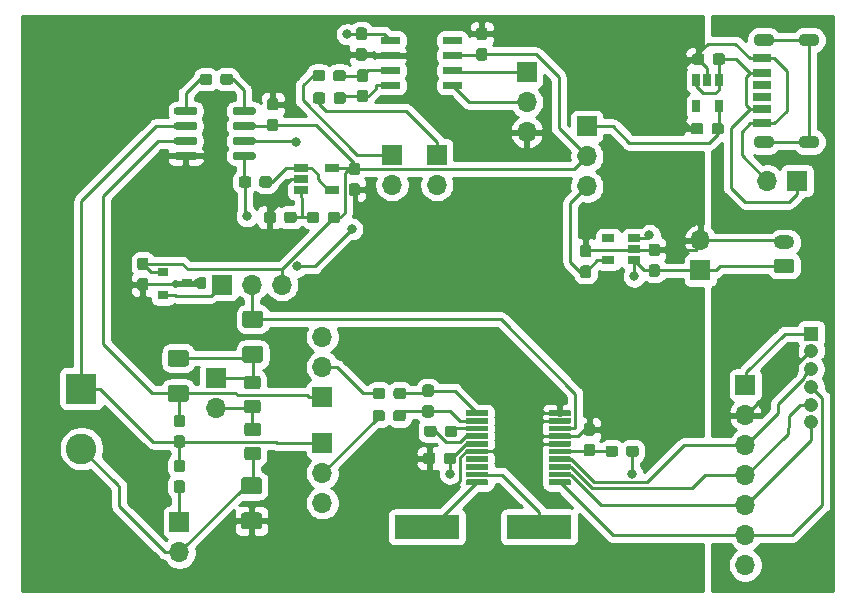
<source format=gtl>
G04 #@! TF.GenerationSoftware,KiCad,Pcbnew,(5.1.5-0)*
G04 #@! TF.CreationDate,2022-02-20T15:53:08-07:00*
G04 #@! TF.ProjectId,cs5530,63733535-3330-42e6-9b69-6361645f7063,rev?*
G04 #@! TF.SameCoordinates,Original*
G04 #@! TF.FileFunction,Copper,L1,Top*
G04 #@! TF.FilePolarity,Positive*
%FSLAX46Y46*%
G04 Gerber Fmt 4.6, Leading zero omitted, Abs format (unit mm)*
G04 Created by KiCad (PCBNEW (5.1.5-0)) date 2022-02-20 15:53:08*
%MOMM*%
%LPD*%
G04 APERTURE LIST*
%ADD10O,1.700000X1.700000*%
%ADD11R,1.700000X1.700000*%
%ADD12C,0.100000*%
%ADD13R,0.900000X0.800000*%
%ADD14O,1.750000X1.200000*%
%ADD15R,1.220000X0.650000*%
%ADD16R,0.650000X1.060000*%
%ADD17O,1.800000X1.100000*%
%ADD18R,1.500000X0.800000*%
%ADD19R,1.500000X0.760000*%
%ADD20R,1.500000X0.700000*%
%ADD21R,1.208000X1.208000*%
%ADD22C,1.208000*%
%ADD23R,5.500000X2.000000*%
%ADD24C,2.600000*%
%ADD25R,2.600000X2.600000*%
%ADD26R,1.060000X0.650000*%
%ADD27C,0.800000*%
%ADD28C,0.250000*%
%ADD29C,0.254000*%
G04 APERTURE END LIST*
D10*
X142000000Y-64940000D03*
D11*
X142000000Y-62400000D03*
D10*
X145800000Y-64940000D03*
D11*
X145800000Y-62400000D03*
G04 #@! TA.AperFunction,SMDPad,CuDef*
D12*
G36*
X147804703Y-52415722D02*
G01*
X147819264Y-52417882D01*
X147833543Y-52421459D01*
X147847403Y-52426418D01*
X147860710Y-52432712D01*
X147873336Y-52440280D01*
X147885159Y-52449048D01*
X147896066Y-52458934D01*
X147905952Y-52469841D01*
X147914720Y-52481664D01*
X147922288Y-52494290D01*
X147928582Y-52507597D01*
X147933541Y-52521457D01*
X147937118Y-52535736D01*
X147939278Y-52550297D01*
X147940000Y-52565000D01*
X147940000Y-52865000D01*
X147939278Y-52879703D01*
X147937118Y-52894264D01*
X147933541Y-52908543D01*
X147928582Y-52922403D01*
X147922288Y-52935710D01*
X147914720Y-52948336D01*
X147905952Y-52960159D01*
X147896066Y-52971066D01*
X147885159Y-52980952D01*
X147873336Y-52989720D01*
X147860710Y-52997288D01*
X147847403Y-53003582D01*
X147833543Y-53008541D01*
X147819264Y-53012118D01*
X147804703Y-53014278D01*
X147790000Y-53015000D01*
X146440000Y-53015000D01*
X146425297Y-53014278D01*
X146410736Y-53012118D01*
X146396457Y-53008541D01*
X146382597Y-53003582D01*
X146369290Y-52997288D01*
X146356664Y-52989720D01*
X146344841Y-52980952D01*
X146333934Y-52971066D01*
X146324048Y-52960159D01*
X146315280Y-52948336D01*
X146307712Y-52935710D01*
X146301418Y-52922403D01*
X146296459Y-52908543D01*
X146292882Y-52894264D01*
X146290722Y-52879703D01*
X146290000Y-52865000D01*
X146290000Y-52565000D01*
X146290722Y-52550297D01*
X146292882Y-52535736D01*
X146296459Y-52521457D01*
X146301418Y-52507597D01*
X146307712Y-52494290D01*
X146315280Y-52481664D01*
X146324048Y-52469841D01*
X146333934Y-52458934D01*
X146344841Y-52449048D01*
X146356664Y-52440280D01*
X146369290Y-52432712D01*
X146382597Y-52426418D01*
X146396457Y-52421459D01*
X146410736Y-52417882D01*
X146425297Y-52415722D01*
X146440000Y-52415000D01*
X147790000Y-52415000D01*
X147804703Y-52415722D01*
G37*
G04 #@! TD.AperFunction*
G04 #@! TA.AperFunction,SMDPad,CuDef*
G36*
X147804703Y-53685722D02*
G01*
X147819264Y-53687882D01*
X147833543Y-53691459D01*
X147847403Y-53696418D01*
X147860710Y-53702712D01*
X147873336Y-53710280D01*
X147885159Y-53719048D01*
X147896066Y-53728934D01*
X147905952Y-53739841D01*
X147914720Y-53751664D01*
X147922288Y-53764290D01*
X147928582Y-53777597D01*
X147933541Y-53791457D01*
X147937118Y-53805736D01*
X147939278Y-53820297D01*
X147940000Y-53835000D01*
X147940000Y-54135000D01*
X147939278Y-54149703D01*
X147937118Y-54164264D01*
X147933541Y-54178543D01*
X147928582Y-54192403D01*
X147922288Y-54205710D01*
X147914720Y-54218336D01*
X147905952Y-54230159D01*
X147896066Y-54241066D01*
X147885159Y-54250952D01*
X147873336Y-54259720D01*
X147860710Y-54267288D01*
X147847403Y-54273582D01*
X147833543Y-54278541D01*
X147819264Y-54282118D01*
X147804703Y-54284278D01*
X147790000Y-54285000D01*
X146440000Y-54285000D01*
X146425297Y-54284278D01*
X146410736Y-54282118D01*
X146396457Y-54278541D01*
X146382597Y-54273582D01*
X146369290Y-54267288D01*
X146356664Y-54259720D01*
X146344841Y-54250952D01*
X146333934Y-54241066D01*
X146324048Y-54230159D01*
X146315280Y-54218336D01*
X146307712Y-54205710D01*
X146301418Y-54192403D01*
X146296459Y-54178543D01*
X146292882Y-54164264D01*
X146290722Y-54149703D01*
X146290000Y-54135000D01*
X146290000Y-53835000D01*
X146290722Y-53820297D01*
X146292882Y-53805736D01*
X146296459Y-53791457D01*
X146301418Y-53777597D01*
X146307712Y-53764290D01*
X146315280Y-53751664D01*
X146324048Y-53739841D01*
X146333934Y-53728934D01*
X146344841Y-53719048D01*
X146356664Y-53710280D01*
X146369290Y-53702712D01*
X146382597Y-53696418D01*
X146396457Y-53691459D01*
X146410736Y-53687882D01*
X146425297Y-53685722D01*
X146440000Y-53685000D01*
X147790000Y-53685000D01*
X147804703Y-53685722D01*
G37*
G04 #@! TD.AperFunction*
G04 #@! TA.AperFunction,SMDPad,CuDef*
G36*
X147804703Y-54955722D02*
G01*
X147819264Y-54957882D01*
X147833543Y-54961459D01*
X147847403Y-54966418D01*
X147860710Y-54972712D01*
X147873336Y-54980280D01*
X147885159Y-54989048D01*
X147896066Y-54998934D01*
X147905952Y-55009841D01*
X147914720Y-55021664D01*
X147922288Y-55034290D01*
X147928582Y-55047597D01*
X147933541Y-55061457D01*
X147937118Y-55075736D01*
X147939278Y-55090297D01*
X147940000Y-55105000D01*
X147940000Y-55405000D01*
X147939278Y-55419703D01*
X147937118Y-55434264D01*
X147933541Y-55448543D01*
X147928582Y-55462403D01*
X147922288Y-55475710D01*
X147914720Y-55488336D01*
X147905952Y-55500159D01*
X147896066Y-55511066D01*
X147885159Y-55520952D01*
X147873336Y-55529720D01*
X147860710Y-55537288D01*
X147847403Y-55543582D01*
X147833543Y-55548541D01*
X147819264Y-55552118D01*
X147804703Y-55554278D01*
X147790000Y-55555000D01*
X146440000Y-55555000D01*
X146425297Y-55554278D01*
X146410736Y-55552118D01*
X146396457Y-55548541D01*
X146382597Y-55543582D01*
X146369290Y-55537288D01*
X146356664Y-55529720D01*
X146344841Y-55520952D01*
X146333934Y-55511066D01*
X146324048Y-55500159D01*
X146315280Y-55488336D01*
X146307712Y-55475710D01*
X146301418Y-55462403D01*
X146296459Y-55448543D01*
X146292882Y-55434264D01*
X146290722Y-55419703D01*
X146290000Y-55405000D01*
X146290000Y-55105000D01*
X146290722Y-55090297D01*
X146292882Y-55075736D01*
X146296459Y-55061457D01*
X146301418Y-55047597D01*
X146307712Y-55034290D01*
X146315280Y-55021664D01*
X146324048Y-55009841D01*
X146333934Y-54998934D01*
X146344841Y-54989048D01*
X146356664Y-54980280D01*
X146369290Y-54972712D01*
X146382597Y-54966418D01*
X146396457Y-54961459D01*
X146410736Y-54957882D01*
X146425297Y-54955722D01*
X146440000Y-54955000D01*
X147790000Y-54955000D01*
X147804703Y-54955722D01*
G37*
G04 #@! TD.AperFunction*
G04 #@! TA.AperFunction,SMDPad,CuDef*
G36*
X147804703Y-56225722D02*
G01*
X147819264Y-56227882D01*
X147833543Y-56231459D01*
X147847403Y-56236418D01*
X147860710Y-56242712D01*
X147873336Y-56250280D01*
X147885159Y-56259048D01*
X147896066Y-56268934D01*
X147905952Y-56279841D01*
X147914720Y-56291664D01*
X147922288Y-56304290D01*
X147928582Y-56317597D01*
X147933541Y-56331457D01*
X147937118Y-56345736D01*
X147939278Y-56360297D01*
X147940000Y-56375000D01*
X147940000Y-56675000D01*
X147939278Y-56689703D01*
X147937118Y-56704264D01*
X147933541Y-56718543D01*
X147928582Y-56732403D01*
X147922288Y-56745710D01*
X147914720Y-56758336D01*
X147905952Y-56770159D01*
X147896066Y-56781066D01*
X147885159Y-56790952D01*
X147873336Y-56799720D01*
X147860710Y-56807288D01*
X147847403Y-56813582D01*
X147833543Y-56818541D01*
X147819264Y-56822118D01*
X147804703Y-56824278D01*
X147790000Y-56825000D01*
X146440000Y-56825000D01*
X146425297Y-56824278D01*
X146410736Y-56822118D01*
X146396457Y-56818541D01*
X146382597Y-56813582D01*
X146369290Y-56807288D01*
X146356664Y-56799720D01*
X146344841Y-56790952D01*
X146333934Y-56781066D01*
X146324048Y-56770159D01*
X146315280Y-56758336D01*
X146307712Y-56745710D01*
X146301418Y-56732403D01*
X146296459Y-56718543D01*
X146292882Y-56704264D01*
X146290722Y-56689703D01*
X146290000Y-56675000D01*
X146290000Y-56375000D01*
X146290722Y-56360297D01*
X146292882Y-56345736D01*
X146296459Y-56331457D01*
X146301418Y-56317597D01*
X146307712Y-56304290D01*
X146315280Y-56291664D01*
X146324048Y-56279841D01*
X146333934Y-56268934D01*
X146344841Y-56259048D01*
X146356664Y-56250280D01*
X146369290Y-56242712D01*
X146382597Y-56236418D01*
X146396457Y-56231459D01*
X146410736Y-56227882D01*
X146425297Y-56225722D01*
X146440000Y-56225000D01*
X147790000Y-56225000D01*
X147804703Y-56225722D01*
G37*
G04 #@! TD.AperFunction*
G04 #@! TA.AperFunction,SMDPad,CuDef*
G36*
X142554703Y-56225722D02*
G01*
X142569264Y-56227882D01*
X142583543Y-56231459D01*
X142597403Y-56236418D01*
X142610710Y-56242712D01*
X142623336Y-56250280D01*
X142635159Y-56259048D01*
X142646066Y-56268934D01*
X142655952Y-56279841D01*
X142664720Y-56291664D01*
X142672288Y-56304290D01*
X142678582Y-56317597D01*
X142683541Y-56331457D01*
X142687118Y-56345736D01*
X142689278Y-56360297D01*
X142690000Y-56375000D01*
X142690000Y-56675000D01*
X142689278Y-56689703D01*
X142687118Y-56704264D01*
X142683541Y-56718543D01*
X142678582Y-56732403D01*
X142672288Y-56745710D01*
X142664720Y-56758336D01*
X142655952Y-56770159D01*
X142646066Y-56781066D01*
X142635159Y-56790952D01*
X142623336Y-56799720D01*
X142610710Y-56807288D01*
X142597403Y-56813582D01*
X142583543Y-56818541D01*
X142569264Y-56822118D01*
X142554703Y-56824278D01*
X142540000Y-56825000D01*
X141190000Y-56825000D01*
X141175297Y-56824278D01*
X141160736Y-56822118D01*
X141146457Y-56818541D01*
X141132597Y-56813582D01*
X141119290Y-56807288D01*
X141106664Y-56799720D01*
X141094841Y-56790952D01*
X141083934Y-56781066D01*
X141074048Y-56770159D01*
X141065280Y-56758336D01*
X141057712Y-56745710D01*
X141051418Y-56732403D01*
X141046459Y-56718543D01*
X141042882Y-56704264D01*
X141040722Y-56689703D01*
X141040000Y-56675000D01*
X141040000Y-56375000D01*
X141040722Y-56360297D01*
X141042882Y-56345736D01*
X141046459Y-56331457D01*
X141051418Y-56317597D01*
X141057712Y-56304290D01*
X141065280Y-56291664D01*
X141074048Y-56279841D01*
X141083934Y-56268934D01*
X141094841Y-56259048D01*
X141106664Y-56250280D01*
X141119290Y-56242712D01*
X141132597Y-56236418D01*
X141146457Y-56231459D01*
X141160736Y-56227882D01*
X141175297Y-56225722D01*
X141190000Y-56225000D01*
X142540000Y-56225000D01*
X142554703Y-56225722D01*
G37*
G04 #@! TD.AperFunction*
G04 #@! TA.AperFunction,SMDPad,CuDef*
G36*
X142554703Y-54955722D02*
G01*
X142569264Y-54957882D01*
X142583543Y-54961459D01*
X142597403Y-54966418D01*
X142610710Y-54972712D01*
X142623336Y-54980280D01*
X142635159Y-54989048D01*
X142646066Y-54998934D01*
X142655952Y-55009841D01*
X142664720Y-55021664D01*
X142672288Y-55034290D01*
X142678582Y-55047597D01*
X142683541Y-55061457D01*
X142687118Y-55075736D01*
X142689278Y-55090297D01*
X142690000Y-55105000D01*
X142690000Y-55405000D01*
X142689278Y-55419703D01*
X142687118Y-55434264D01*
X142683541Y-55448543D01*
X142678582Y-55462403D01*
X142672288Y-55475710D01*
X142664720Y-55488336D01*
X142655952Y-55500159D01*
X142646066Y-55511066D01*
X142635159Y-55520952D01*
X142623336Y-55529720D01*
X142610710Y-55537288D01*
X142597403Y-55543582D01*
X142583543Y-55548541D01*
X142569264Y-55552118D01*
X142554703Y-55554278D01*
X142540000Y-55555000D01*
X141190000Y-55555000D01*
X141175297Y-55554278D01*
X141160736Y-55552118D01*
X141146457Y-55548541D01*
X141132597Y-55543582D01*
X141119290Y-55537288D01*
X141106664Y-55529720D01*
X141094841Y-55520952D01*
X141083934Y-55511066D01*
X141074048Y-55500159D01*
X141065280Y-55488336D01*
X141057712Y-55475710D01*
X141051418Y-55462403D01*
X141046459Y-55448543D01*
X141042882Y-55434264D01*
X141040722Y-55419703D01*
X141040000Y-55405000D01*
X141040000Y-55105000D01*
X141040722Y-55090297D01*
X141042882Y-55075736D01*
X141046459Y-55061457D01*
X141051418Y-55047597D01*
X141057712Y-55034290D01*
X141065280Y-55021664D01*
X141074048Y-55009841D01*
X141083934Y-54998934D01*
X141094841Y-54989048D01*
X141106664Y-54980280D01*
X141119290Y-54972712D01*
X141132597Y-54966418D01*
X141146457Y-54961459D01*
X141160736Y-54957882D01*
X141175297Y-54955722D01*
X141190000Y-54955000D01*
X142540000Y-54955000D01*
X142554703Y-54955722D01*
G37*
G04 #@! TD.AperFunction*
G04 #@! TA.AperFunction,SMDPad,CuDef*
G36*
X142554703Y-53685722D02*
G01*
X142569264Y-53687882D01*
X142583543Y-53691459D01*
X142597403Y-53696418D01*
X142610710Y-53702712D01*
X142623336Y-53710280D01*
X142635159Y-53719048D01*
X142646066Y-53728934D01*
X142655952Y-53739841D01*
X142664720Y-53751664D01*
X142672288Y-53764290D01*
X142678582Y-53777597D01*
X142683541Y-53791457D01*
X142687118Y-53805736D01*
X142689278Y-53820297D01*
X142690000Y-53835000D01*
X142690000Y-54135000D01*
X142689278Y-54149703D01*
X142687118Y-54164264D01*
X142683541Y-54178543D01*
X142678582Y-54192403D01*
X142672288Y-54205710D01*
X142664720Y-54218336D01*
X142655952Y-54230159D01*
X142646066Y-54241066D01*
X142635159Y-54250952D01*
X142623336Y-54259720D01*
X142610710Y-54267288D01*
X142597403Y-54273582D01*
X142583543Y-54278541D01*
X142569264Y-54282118D01*
X142554703Y-54284278D01*
X142540000Y-54285000D01*
X141190000Y-54285000D01*
X141175297Y-54284278D01*
X141160736Y-54282118D01*
X141146457Y-54278541D01*
X141132597Y-54273582D01*
X141119290Y-54267288D01*
X141106664Y-54259720D01*
X141094841Y-54250952D01*
X141083934Y-54241066D01*
X141074048Y-54230159D01*
X141065280Y-54218336D01*
X141057712Y-54205710D01*
X141051418Y-54192403D01*
X141046459Y-54178543D01*
X141042882Y-54164264D01*
X141040722Y-54149703D01*
X141040000Y-54135000D01*
X141040000Y-53835000D01*
X141040722Y-53820297D01*
X141042882Y-53805736D01*
X141046459Y-53791457D01*
X141051418Y-53777597D01*
X141057712Y-53764290D01*
X141065280Y-53751664D01*
X141074048Y-53739841D01*
X141083934Y-53728934D01*
X141094841Y-53719048D01*
X141106664Y-53710280D01*
X141119290Y-53702712D01*
X141132597Y-53696418D01*
X141146457Y-53691459D01*
X141160736Y-53687882D01*
X141175297Y-53685722D01*
X141190000Y-53685000D01*
X142540000Y-53685000D01*
X142554703Y-53685722D01*
G37*
G04 #@! TD.AperFunction*
G04 #@! TA.AperFunction,SMDPad,CuDef*
G36*
X142554703Y-52415722D02*
G01*
X142569264Y-52417882D01*
X142583543Y-52421459D01*
X142597403Y-52426418D01*
X142610710Y-52432712D01*
X142623336Y-52440280D01*
X142635159Y-52449048D01*
X142646066Y-52458934D01*
X142655952Y-52469841D01*
X142664720Y-52481664D01*
X142672288Y-52494290D01*
X142678582Y-52507597D01*
X142683541Y-52521457D01*
X142687118Y-52535736D01*
X142689278Y-52550297D01*
X142690000Y-52565000D01*
X142690000Y-52865000D01*
X142689278Y-52879703D01*
X142687118Y-52894264D01*
X142683541Y-52908543D01*
X142678582Y-52922403D01*
X142672288Y-52935710D01*
X142664720Y-52948336D01*
X142655952Y-52960159D01*
X142646066Y-52971066D01*
X142635159Y-52980952D01*
X142623336Y-52989720D01*
X142610710Y-52997288D01*
X142597403Y-53003582D01*
X142583543Y-53008541D01*
X142569264Y-53012118D01*
X142554703Y-53014278D01*
X142540000Y-53015000D01*
X141190000Y-53015000D01*
X141175297Y-53014278D01*
X141160736Y-53012118D01*
X141146457Y-53008541D01*
X141132597Y-53003582D01*
X141119290Y-52997288D01*
X141106664Y-52989720D01*
X141094841Y-52980952D01*
X141083934Y-52971066D01*
X141074048Y-52960159D01*
X141065280Y-52948336D01*
X141057712Y-52935710D01*
X141051418Y-52922403D01*
X141046459Y-52908543D01*
X141042882Y-52894264D01*
X141040722Y-52879703D01*
X141040000Y-52865000D01*
X141040000Y-52565000D01*
X141040722Y-52550297D01*
X141042882Y-52535736D01*
X141046459Y-52521457D01*
X141051418Y-52507597D01*
X141057712Y-52494290D01*
X141065280Y-52481664D01*
X141074048Y-52469841D01*
X141083934Y-52458934D01*
X141094841Y-52449048D01*
X141106664Y-52440280D01*
X141119290Y-52432712D01*
X141132597Y-52426418D01*
X141146457Y-52421459D01*
X141160736Y-52417882D01*
X141175297Y-52415722D01*
X141190000Y-52415000D01*
X142540000Y-52415000D01*
X142554703Y-52415722D01*
G37*
G04 #@! TD.AperFunction*
D13*
X124600000Y-73300000D03*
X122600000Y-74250000D03*
X122600000Y-72350000D03*
G04 #@! TA.AperFunction,SMDPad,CuDef*
D12*
G36*
X136135779Y-57126144D02*
G01*
X136158834Y-57129563D01*
X136181443Y-57135227D01*
X136203387Y-57143079D01*
X136224457Y-57153044D01*
X136244448Y-57165026D01*
X136263168Y-57178910D01*
X136280438Y-57194562D01*
X136296090Y-57211832D01*
X136309974Y-57230552D01*
X136321956Y-57250543D01*
X136331921Y-57271613D01*
X136339773Y-57293557D01*
X136345437Y-57316166D01*
X136348856Y-57339221D01*
X136350000Y-57362500D01*
X136350000Y-57837500D01*
X136348856Y-57860779D01*
X136345437Y-57883834D01*
X136339773Y-57906443D01*
X136331921Y-57928387D01*
X136321956Y-57949457D01*
X136309974Y-57969448D01*
X136296090Y-57988168D01*
X136280438Y-58005438D01*
X136263168Y-58021090D01*
X136244448Y-58034974D01*
X136224457Y-58046956D01*
X136203387Y-58056921D01*
X136181443Y-58064773D01*
X136158834Y-58070437D01*
X136135779Y-58073856D01*
X136112500Y-58075000D01*
X135537500Y-58075000D01*
X135514221Y-58073856D01*
X135491166Y-58070437D01*
X135468557Y-58064773D01*
X135446613Y-58056921D01*
X135425543Y-58046956D01*
X135405552Y-58034974D01*
X135386832Y-58021090D01*
X135369562Y-58005438D01*
X135353910Y-57988168D01*
X135340026Y-57969448D01*
X135328044Y-57949457D01*
X135318079Y-57928387D01*
X135310227Y-57906443D01*
X135304563Y-57883834D01*
X135301144Y-57860779D01*
X135300000Y-57837500D01*
X135300000Y-57362500D01*
X135301144Y-57339221D01*
X135304563Y-57316166D01*
X135310227Y-57293557D01*
X135318079Y-57271613D01*
X135328044Y-57250543D01*
X135340026Y-57230552D01*
X135353910Y-57211832D01*
X135369562Y-57194562D01*
X135386832Y-57178910D01*
X135405552Y-57165026D01*
X135425543Y-57153044D01*
X135446613Y-57143079D01*
X135468557Y-57135227D01*
X135491166Y-57129563D01*
X135514221Y-57126144D01*
X135537500Y-57125000D01*
X136112500Y-57125000D01*
X136135779Y-57126144D01*
G37*
G04 #@! TD.AperFunction*
G04 #@! TA.AperFunction,SMDPad,CuDef*
G36*
X137885779Y-57126144D02*
G01*
X137908834Y-57129563D01*
X137931443Y-57135227D01*
X137953387Y-57143079D01*
X137974457Y-57153044D01*
X137994448Y-57165026D01*
X138013168Y-57178910D01*
X138030438Y-57194562D01*
X138046090Y-57211832D01*
X138059974Y-57230552D01*
X138071956Y-57250543D01*
X138081921Y-57271613D01*
X138089773Y-57293557D01*
X138095437Y-57316166D01*
X138098856Y-57339221D01*
X138100000Y-57362500D01*
X138100000Y-57837500D01*
X138098856Y-57860779D01*
X138095437Y-57883834D01*
X138089773Y-57906443D01*
X138081921Y-57928387D01*
X138071956Y-57949457D01*
X138059974Y-57969448D01*
X138046090Y-57988168D01*
X138030438Y-58005438D01*
X138013168Y-58021090D01*
X137994448Y-58034974D01*
X137974457Y-58046956D01*
X137953387Y-58056921D01*
X137931443Y-58064773D01*
X137908834Y-58070437D01*
X137885779Y-58073856D01*
X137862500Y-58075000D01*
X137287500Y-58075000D01*
X137264221Y-58073856D01*
X137241166Y-58070437D01*
X137218557Y-58064773D01*
X137196613Y-58056921D01*
X137175543Y-58046956D01*
X137155552Y-58034974D01*
X137136832Y-58021090D01*
X137119562Y-58005438D01*
X137103910Y-57988168D01*
X137090026Y-57969448D01*
X137078044Y-57949457D01*
X137068079Y-57928387D01*
X137060227Y-57906443D01*
X137054563Y-57883834D01*
X137051144Y-57860779D01*
X137050000Y-57837500D01*
X137050000Y-57362500D01*
X137051144Y-57339221D01*
X137054563Y-57316166D01*
X137060227Y-57293557D01*
X137068079Y-57271613D01*
X137078044Y-57250543D01*
X137090026Y-57230552D01*
X137103910Y-57211832D01*
X137119562Y-57194562D01*
X137136832Y-57178910D01*
X137155552Y-57165026D01*
X137175543Y-57153044D01*
X137196613Y-57143079D01*
X137218557Y-57135227D01*
X137241166Y-57129563D01*
X137264221Y-57126144D01*
X137287500Y-57125000D01*
X137862500Y-57125000D01*
X137885779Y-57126144D01*
G37*
G04 #@! TD.AperFunction*
G04 #@! TA.AperFunction,SMDPad,CuDef*
G36*
X130674505Y-87126204D02*
G01*
X130698773Y-87129804D01*
X130722572Y-87135765D01*
X130745671Y-87144030D01*
X130767850Y-87154520D01*
X130788893Y-87167132D01*
X130808599Y-87181747D01*
X130826777Y-87198223D01*
X130843253Y-87216401D01*
X130857868Y-87236107D01*
X130870480Y-87257150D01*
X130880970Y-87279329D01*
X130889235Y-87302428D01*
X130895196Y-87326227D01*
X130898796Y-87350495D01*
X130900000Y-87374999D01*
X130900000Y-88025001D01*
X130898796Y-88049505D01*
X130895196Y-88073773D01*
X130889235Y-88097572D01*
X130880970Y-88120671D01*
X130870480Y-88142850D01*
X130857868Y-88163893D01*
X130843253Y-88183599D01*
X130826777Y-88201777D01*
X130808599Y-88218253D01*
X130788893Y-88232868D01*
X130767850Y-88245480D01*
X130745671Y-88255970D01*
X130722572Y-88264235D01*
X130698773Y-88270196D01*
X130674505Y-88273796D01*
X130650001Y-88275000D01*
X129749999Y-88275000D01*
X129725495Y-88273796D01*
X129701227Y-88270196D01*
X129677428Y-88264235D01*
X129654329Y-88255970D01*
X129632150Y-88245480D01*
X129611107Y-88232868D01*
X129591401Y-88218253D01*
X129573223Y-88201777D01*
X129556747Y-88183599D01*
X129542132Y-88163893D01*
X129529520Y-88142850D01*
X129519030Y-88120671D01*
X129510765Y-88097572D01*
X129504804Y-88073773D01*
X129501204Y-88049505D01*
X129500000Y-88025001D01*
X129500000Y-87374999D01*
X129501204Y-87350495D01*
X129504804Y-87326227D01*
X129510765Y-87302428D01*
X129519030Y-87279329D01*
X129529520Y-87257150D01*
X129542132Y-87236107D01*
X129556747Y-87216401D01*
X129573223Y-87198223D01*
X129591401Y-87181747D01*
X129611107Y-87167132D01*
X129632150Y-87154520D01*
X129654329Y-87144030D01*
X129677428Y-87135765D01*
X129701227Y-87129804D01*
X129725495Y-87126204D01*
X129749999Y-87125000D01*
X130650001Y-87125000D01*
X130674505Y-87126204D01*
G37*
G04 #@! TD.AperFunction*
G04 #@! TA.AperFunction,SMDPad,CuDef*
G36*
X130674505Y-85076204D02*
G01*
X130698773Y-85079804D01*
X130722572Y-85085765D01*
X130745671Y-85094030D01*
X130767850Y-85104520D01*
X130788893Y-85117132D01*
X130808599Y-85131747D01*
X130826777Y-85148223D01*
X130843253Y-85166401D01*
X130857868Y-85186107D01*
X130870480Y-85207150D01*
X130880970Y-85229329D01*
X130889235Y-85252428D01*
X130895196Y-85276227D01*
X130898796Y-85300495D01*
X130900000Y-85324999D01*
X130900000Y-85975001D01*
X130898796Y-85999505D01*
X130895196Y-86023773D01*
X130889235Y-86047572D01*
X130880970Y-86070671D01*
X130870480Y-86092850D01*
X130857868Y-86113893D01*
X130843253Y-86133599D01*
X130826777Y-86151777D01*
X130808599Y-86168253D01*
X130788893Y-86182868D01*
X130767850Y-86195480D01*
X130745671Y-86205970D01*
X130722572Y-86214235D01*
X130698773Y-86220196D01*
X130674505Y-86223796D01*
X130650001Y-86225000D01*
X129749999Y-86225000D01*
X129725495Y-86223796D01*
X129701227Y-86220196D01*
X129677428Y-86214235D01*
X129654329Y-86205970D01*
X129632150Y-86195480D01*
X129611107Y-86182868D01*
X129591401Y-86168253D01*
X129573223Y-86151777D01*
X129556747Y-86133599D01*
X129542132Y-86113893D01*
X129529520Y-86092850D01*
X129519030Y-86070671D01*
X129510765Y-86047572D01*
X129504804Y-86023773D01*
X129501204Y-85999505D01*
X129500000Y-85975001D01*
X129500000Y-85324999D01*
X129501204Y-85300495D01*
X129504804Y-85276227D01*
X129510765Y-85252428D01*
X129519030Y-85229329D01*
X129529520Y-85207150D01*
X129542132Y-85186107D01*
X129556747Y-85166401D01*
X129573223Y-85148223D01*
X129591401Y-85131747D01*
X129611107Y-85117132D01*
X129632150Y-85104520D01*
X129654329Y-85094030D01*
X129677428Y-85085765D01*
X129701227Y-85079804D01*
X129725495Y-85076204D01*
X129749999Y-85075000D01*
X130650001Y-85075000D01*
X130674505Y-85076204D01*
G37*
G04 #@! TD.AperFunction*
G04 #@! TA.AperFunction,SMDPad,CuDef*
G36*
X136110779Y-55226144D02*
G01*
X136133834Y-55229563D01*
X136156443Y-55235227D01*
X136178387Y-55243079D01*
X136199457Y-55253044D01*
X136219448Y-55265026D01*
X136238168Y-55278910D01*
X136255438Y-55294562D01*
X136271090Y-55311832D01*
X136284974Y-55330552D01*
X136296956Y-55350543D01*
X136306921Y-55371613D01*
X136314773Y-55393557D01*
X136320437Y-55416166D01*
X136323856Y-55439221D01*
X136325000Y-55462500D01*
X136325000Y-55937500D01*
X136323856Y-55960779D01*
X136320437Y-55983834D01*
X136314773Y-56006443D01*
X136306921Y-56028387D01*
X136296956Y-56049457D01*
X136284974Y-56069448D01*
X136271090Y-56088168D01*
X136255438Y-56105438D01*
X136238168Y-56121090D01*
X136219448Y-56134974D01*
X136199457Y-56146956D01*
X136178387Y-56156921D01*
X136156443Y-56164773D01*
X136133834Y-56170437D01*
X136110779Y-56173856D01*
X136087500Y-56175000D01*
X135512500Y-56175000D01*
X135489221Y-56173856D01*
X135466166Y-56170437D01*
X135443557Y-56164773D01*
X135421613Y-56156921D01*
X135400543Y-56146956D01*
X135380552Y-56134974D01*
X135361832Y-56121090D01*
X135344562Y-56105438D01*
X135328910Y-56088168D01*
X135315026Y-56069448D01*
X135303044Y-56049457D01*
X135293079Y-56028387D01*
X135285227Y-56006443D01*
X135279563Y-55983834D01*
X135276144Y-55960779D01*
X135275000Y-55937500D01*
X135275000Y-55462500D01*
X135276144Y-55439221D01*
X135279563Y-55416166D01*
X135285227Y-55393557D01*
X135293079Y-55371613D01*
X135303044Y-55350543D01*
X135315026Y-55330552D01*
X135328910Y-55311832D01*
X135344562Y-55294562D01*
X135361832Y-55278910D01*
X135380552Y-55265026D01*
X135400543Y-55253044D01*
X135421613Y-55243079D01*
X135443557Y-55235227D01*
X135466166Y-55229563D01*
X135489221Y-55226144D01*
X135512500Y-55225000D01*
X136087500Y-55225000D01*
X136110779Y-55226144D01*
G37*
G04 #@! TD.AperFunction*
G04 #@! TA.AperFunction,SMDPad,CuDef*
G36*
X137860779Y-55226144D02*
G01*
X137883834Y-55229563D01*
X137906443Y-55235227D01*
X137928387Y-55243079D01*
X137949457Y-55253044D01*
X137969448Y-55265026D01*
X137988168Y-55278910D01*
X138005438Y-55294562D01*
X138021090Y-55311832D01*
X138034974Y-55330552D01*
X138046956Y-55350543D01*
X138056921Y-55371613D01*
X138064773Y-55393557D01*
X138070437Y-55416166D01*
X138073856Y-55439221D01*
X138075000Y-55462500D01*
X138075000Y-55937500D01*
X138073856Y-55960779D01*
X138070437Y-55983834D01*
X138064773Y-56006443D01*
X138056921Y-56028387D01*
X138046956Y-56049457D01*
X138034974Y-56069448D01*
X138021090Y-56088168D01*
X138005438Y-56105438D01*
X137988168Y-56121090D01*
X137969448Y-56134974D01*
X137949457Y-56146956D01*
X137928387Y-56156921D01*
X137906443Y-56164773D01*
X137883834Y-56170437D01*
X137860779Y-56173856D01*
X137837500Y-56175000D01*
X137262500Y-56175000D01*
X137239221Y-56173856D01*
X137216166Y-56170437D01*
X137193557Y-56164773D01*
X137171613Y-56156921D01*
X137150543Y-56146956D01*
X137130552Y-56134974D01*
X137111832Y-56121090D01*
X137094562Y-56105438D01*
X137078910Y-56088168D01*
X137065026Y-56069448D01*
X137053044Y-56049457D01*
X137043079Y-56028387D01*
X137035227Y-56006443D01*
X137029563Y-55983834D01*
X137026144Y-55960779D01*
X137025000Y-55937500D01*
X137025000Y-55462500D01*
X137026144Y-55439221D01*
X137029563Y-55416166D01*
X137035227Y-55393557D01*
X137043079Y-55371613D01*
X137053044Y-55350543D01*
X137065026Y-55330552D01*
X137078910Y-55311832D01*
X137094562Y-55294562D01*
X137111832Y-55278910D01*
X137130552Y-55265026D01*
X137150543Y-55253044D01*
X137171613Y-55243079D01*
X137193557Y-55235227D01*
X137216166Y-55229563D01*
X137239221Y-55226144D01*
X137262500Y-55225000D01*
X137837500Y-55225000D01*
X137860779Y-55226144D01*
G37*
G04 #@! TD.AperFunction*
G04 #@! TA.AperFunction,SMDPad,CuDef*
G36*
X124260779Y-84401144D02*
G01*
X124283834Y-84404563D01*
X124306443Y-84410227D01*
X124328387Y-84418079D01*
X124349457Y-84428044D01*
X124369448Y-84440026D01*
X124388168Y-84453910D01*
X124405438Y-84469562D01*
X124421090Y-84486832D01*
X124434974Y-84505552D01*
X124446956Y-84525543D01*
X124456921Y-84546613D01*
X124464773Y-84568557D01*
X124470437Y-84591166D01*
X124473856Y-84614221D01*
X124475000Y-84637500D01*
X124475000Y-85212500D01*
X124473856Y-85235779D01*
X124470437Y-85258834D01*
X124464773Y-85281443D01*
X124456921Y-85303387D01*
X124446956Y-85324457D01*
X124434974Y-85344448D01*
X124421090Y-85363168D01*
X124405438Y-85380438D01*
X124388168Y-85396090D01*
X124369448Y-85409974D01*
X124349457Y-85421956D01*
X124328387Y-85431921D01*
X124306443Y-85439773D01*
X124283834Y-85445437D01*
X124260779Y-85448856D01*
X124237500Y-85450000D01*
X123762500Y-85450000D01*
X123739221Y-85448856D01*
X123716166Y-85445437D01*
X123693557Y-85439773D01*
X123671613Y-85431921D01*
X123650543Y-85421956D01*
X123630552Y-85409974D01*
X123611832Y-85396090D01*
X123594562Y-85380438D01*
X123578910Y-85363168D01*
X123565026Y-85344448D01*
X123553044Y-85324457D01*
X123543079Y-85303387D01*
X123535227Y-85281443D01*
X123529563Y-85258834D01*
X123526144Y-85235779D01*
X123525000Y-85212500D01*
X123525000Y-84637500D01*
X123526144Y-84614221D01*
X123529563Y-84591166D01*
X123535227Y-84568557D01*
X123543079Y-84546613D01*
X123553044Y-84525543D01*
X123565026Y-84505552D01*
X123578910Y-84486832D01*
X123594562Y-84469562D01*
X123611832Y-84453910D01*
X123630552Y-84440026D01*
X123650543Y-84428044D01*
X123671613Y-84418079D01*
X123693557Y-84410227D01*
X123716166Y-84404563D01*
X123739221Y-84401144D01*
X123762500Y-84400000D01*
X124237500Y-84400000D01*
X124260779Y-84401144D01*
G37*
G04 #@! TD.AperFunction*
G04 #@! TA.AperFunction,SMDPad,CuDef*
G36*
X124260779Y-86151144D02*
G01*
X124283834Y-86154563D01*
X124306443Y-86160227D01*
X124328387Y-86168079D01*
X124349457Y-86178044D01*
X124369448Y-86190026D01*
X124388168Y-86203910D01*
X124405438Y-86219562D01*
X124421090Y-86236832D01*
X124434974Y-86255552D01*
X124446956Y-86275543D01*
X124456921Y-86296613D01*
X124464773Y-86318557D01*
X124470437Y-86341166D01*
X124473856Y-86364221D01*
X124475000Y-86387500D01*
X124475000Y-86962500D01*
X124473856Y-86985779D01*
X124470437Y-87008834D01*
X124464773Y-87031443D01*
X124456921Y-87053387D01*
X124446956Y-87074457D01*
X124434974Y-87094448D01*
X124421090Y-87113168D01*
X124405438Y-87130438D01*
X124388168Y-87146090D01*
X124369448Y-87159974D01*
X124349457Y-87171956D01*
X124328387Y-87181921D01*
X124306443Y-87189773D01*
X124283834Y-87195437D01*
X124260779Y-87198856D01*
X124237500Y-87200000D01*
X123762500Y-87200000D01*
X123739221Y-87198856D01*
X123716166Y-87195437D01*
X123693557Y-87189773D01*
X123671613Y-87181921D01*
X123650543Y-87171956D01*
X123630552Y-87159974D01*
X123611832Y-87146090D01*
X123594562Y-87130438D01*
X123578910Y-87113168D01*
X123565026Y-87094448D01*
X123553044Y-87074457D01*
X123543079Y-87053387D01*
X123535227Y-87031443D01*
X123529563Y-87008834D01*
X123526144Y-86985779D01*
X123525000Y-86962500D01*
X123525000Y-86387500D01*
X123526144Y-86364221D01*
X123529563Y-86341166D01*
X123535227Y-86318557D01*
X123543079Y-86296613D01*
X123553044Y-86275543D01*
X123565026Y-86255552D01*
X123578910Y-86236832D01*
X123594562Y-86219562D01*
X123611832Y-86203910D01*
X123630552Y-86190026D01*
X123650543Y-86178044D01*
X123671613Y-86168079D01*
X123693557Y-86160227D01*
X123716166Y-86154563D01*
X123739221Y-86151144D01*
X123762500Y-86150000D01*
X124237500Y-86150000D01*
X124260779Y-86151144D01*
G37*
G04 #@! TD.AperFunction*
D10*
X153400000Y-60480000D03*
X153400000Y-57940000D03*
D11*
X153400000Y-55400000D03*
D10*
X168100000Y-69660000D03*
D11*
X168100000Y-72200000D03*
D10*
X171900000Y-97140000D03*
X171900000Y-94600000D03*
X171900000Y-92060000D03*
X171900000Y-89520000D03*
X171900000Y-86980000D03*
X171900000Y-84440000D03*
D11*
X171900000Y-81900000D03*
D14*
X175200000Y-69800000D03*
G04 #@! TA.AperFunction,ComponentPad*
D12*
G36*
X175849505Y-71201204D02*
G01*
X175873773Y-71204804D01*
X175897572Y-71210765D01*
X175920671Y-71219030D01*
X175942850Y-71229520D01*
X175963893Y-71242132D01*
X175983599Y-71256747D01*
X176001777Y-71273223D01*
X176018253Y-71291401D01*
X176032868Y-71311107D01*
X176045480Y-71332150D01*
X176055970Y-71354329D01*
X176064235Y-71377428D01*
X176070196Y-71401227D01*
X176073796Y-71425495D01*
X176075000Y-71449999D01*
X176075000Y-72150001D01*
X176073796Y-72174505D01*
X176070196Y-72198773D01*
X176064235Y-72222572D01*
X176055970Y-72245671D01*
X176045480Y-72267850D01*
X176032868Y-72288893D01*
X176018253Y-72308599D01*
X176001777Y-72326777D01*
X175983599Y-72343253D01*
X175963893Y-72357868D01*
X175942850Y-72370480D01*
X175920671Y-72380970D01*
X175897572Y-72389235D01*
X175873773Y-72395196D01*
X175849505Y-72398796D01*
X175825001Y-72400000D01*
X174574999Y-72400000D01*
X174550495Y-72398796D01*
X174526227Y-72395196D01*
X174502428Y-72389235D01*
X174479329Y-72380970D01*
X174457150Y-72370480D01*
X174436107Y-72357868D01*
X174416401Y-72343253D01*
X174398223Y-72326777D01*
X174381747Y-72308599D01*
X174367132Y-72288893D01*
X174354520Y-72267850D01*
X174344030Y-72245671D01*
X174335765Y-72222572D01*
X174329804Y-72198773D01*
X174326204Y-72174505D01*
X174325000Y-72150001D01*
X174325000Y-71449999D01*
X174326204Y-71425495D01*
X174329804Y-71401227D01*
X174335765Y-71377428D01*
X174344030Y-71354329D01*
X174354520Y-71332150D01*
X174367132Y-71311107D01*
X174381747Y-71291401D01*
X174398223Y-71273223D01*
X174416401Y-71256747D01*
X174436107Y-71242132D01*
X174457150Y-71229520D01*
X174479329Y-71219030D01*
X174502428Y-71210765D01*
X174526227Y-71204804D01*
X174550495Y-71201204D01*
X174574999Y-71200000D01*
X175825001Y-71200000D01*
X175849505Y-71201204D01*
G37*
G04 #@! TD.AperFunction*
G04 #@! TA.AperFunction,SMDPad,CuDef*
G36*
X158960779Y-86876144D02*
G01*
X158983834Y-86879563D01*
X159006443Y-86885227D01*
X159028387Y-86893079D01*
X159049457Y-86903044D01*
X159069448Y-86915026D01*
X159088168Y-86928910D01*
X159105438Y-86944562D01*
X159121090Y-86961832D01*
X159134974Y-86980552D01*
X159146956Y-87000543D01*
X159156921Y-87021613D01*
X159164773Y-87043557D01*
X159170437Y-87066166D01*
X159173856Y-87089221D01*
X159175000Y-87112500D01*
X159175000Y-87687500D01*
X159173856Y-87710779D01*
X159170437Y-87733834D01*
X159164773Y-87756443D01*
X159156921Y-87778387D01*
X159146956Y-87799457D01*
X159134974Y-87819448D01*
X159121090Y-87838168D01*
X159105438Y-87855438D01*
X159088168Y-87871090D01*
X159069448Y-87884974D01*
X159049457Y-87896956D01*
X159028387Y-87906921D01*
X159006443Y-87914773D01*
X158983834Y-87920437D01*
X158960779Y-87923856D01*
X158937500Y-87925000D01*
X158462500Y-87925000D01*
X158439221Y-87923856D01*
X158416166Y-87920437D01*
X158393557Y-87914773D01*
X158371613Y-87906921D01*
X158350543Y-87896956D01*
X158330552Y-87884974D01*
X158311832Y-87871090D01*
X158294562Y-87855438D01*
X158278910Y-87838168D01*
X158265026Y-87819448D01*
X158253044Y-87799457D01*
X158243079Y-87778387D01*
X158235227Y-87756443D01*
X158229563Y-87733834D01*
X158226144Y-87710779D01*
X158225000Y-87687500D01*
X158225000Y-87112500D01*
X158226144Y-87089221D01*
X158229563Y-87066166D01*
X158235227Y-87043557D01*
X158243079Y-87021613D01*
X158253044Y-87000543D01*
X158265026Y-86980552D01*
X158278910Y-86961832D01*
X158294562Y-86944562D01*
X158311832Y-86928910D01*
X158330552Y-86915026D01*
X158350543Y-86903044D01*
X158371613Y-86893079D01*
X158393557Y-86885227D01*
X158416166Y-86879563D01*
X158439221Y-86876144D01*
X158462500Y-86875000D01*
X158937500Y-86875000D01*
X158960779Y-86876144D01*
G37*
G04 #@! TD.AperFunction*
G04 #@! TA.AperFunction,SMDPad,CuDef*
G36*
X158960779Y-85126144D02*
G01*
X158983834Y-85129563D01*
X159006443Y-85135227D01*
X159028387Y-85143079D01*
X159049457Y-85153044D01*
X159069448Y-85165026D01*
X159088168Y-85178910D01*
X159105438Y-85194562D01*
X159121090Y-85211832D01*
X159134974Y-85230552D01*
X159146956Y-85250543D01*
X159156921Y-85271613D01*
X159164773Y-85293557D01*
X159170437Y-85316166D01*
X159173856Y-85339221D01*
X159175000Y-85362500D01*
X159175000Y-85937500D01*
X159173856Y-85960779D01*
X159170437Y-85983834D01*
X159164773Y-86006443D01*
X159156921Y-86028387D01*
X159146956Y-86049457D01*
X159134974Y-86069448D01*
X159121090Y-86088168D01*
X159105438Y-86105438D01*
X159088168Y-86121090D01*
X159069448Y-86134974D01*
X159049457Y-86146956D01*
X159028387Y-86156921D01*
X159006443Y-86164773D01*
X158983834Y-86170437D01*
X158960779Y-86173856D01*
X158937500Y-86175000D01*
X158462500Y-86175000D01*
X158439221Y-86173856D01*
X158416166Y-86170437D01*
X158393557Y-86164773D01*
X158371613Y-86156921D01*
X158350543Y-86146956D01*
X158330552Y-86134974D01*
X158311832Y-86121090D01*
X158294562Y-86105438D01*
X158278910Y-86088168D01*
X158265026Y-86069448D01*
X158253044Y-86049457D01*
X158243079Y-86028387D01*
X158235227Y-86006443D01*
X158229563Y-85983834D01*
X158226144Y-85960779D01*
X158225000Y-85937500D01*
X158225000Y-85362500D01*
X158226144Y-85339221D01*
X158229563Y-85316166D01*
X158235227Y-85293557D01*
X158243079Y-85271613D01*
X158253044Y-85250543D01*
X158265026Y-85230552D01*
X158278910Y-85211832D01*
X158294562Y-85194562D01*
X158311832Y-85178910D01*
X158330552Y-85165026D01*
X158350543Y-85153044D01*
X158371613Y-85143079D01*
X158393557Y-85135227D01*
X158416166Y-85129563D01*
X158439221Y-85126144D01*
X158462500Y-85125000D01*
X158937500Y-85125000D01*
X158960779Y-85126144D01*
G37*
G04 #@! TD.AperFunction*
G04 #@! TA.AperFunction,SMDPad,CuDef*
G36*
X149860779Y-53376144D02*
G01*
X149883834Y-53379563D01*
X149906443Y-53385227D01*
X149928387Y-53393079D01*
X149949457Y-53403044D01*
X149969448Y-53415026D01*
X149988168Y-53428910D01*
X150005438Y-53444562D01*
X150021090Y-53461832D01*
X150034974Y-53480552D01*
X150046956Y-53500543D01*
X150056921Y-53521613D01*
X150064773Y-53543557D01*
X150070437Y-53566166D01*
X150073856Y-53589221D01*
X150075000Y-53612500D01*
X150075000Y-54187500D01*
X150073856Y-54210779D01*
X150070437Y-54233834D01*
X150064773Y-54256443D01*
X150056921Y-54278387D01*
X150046956Y-54299457D01*
X150034974Y-54319448D01*
X150021090Y-54338168D01*
X150005438Y-54355438D01*
X149988168Y-54371090D01*
X149969448Y-54384974D01*
X149949457Y-54396956D01*
X149928387Y-54406921D01*
X149906443Y-54414773D01*
X149883834Y-54420437D01*
X149860779Y-54423856D01*
X149837500Y-54425000D01*
X149362500Y-54425000D01*
X149339221Y-54423856D01*
X149316166Y-54420437D01*
X149293557Y-54414773D01*
X149271613Y-54406921D01*
X149250543Y-54396956D01*
X149230552Y-54384974D01*
X149211832Y-54371090D01*
X149194562Y-54355438D01*
X149178910Y-54338168D01*
X149165026Y-54319448D01*
X149153044Y-54299457D01*
X149143079Y-54278387D01*
X149135227Y-54256443D01*
X149129563Y-54233834D01*
X149126144Y-54210779D01*
X149125000Y-54187500D01*
X149125000Y-53612500D01*
X149126144Y-53589221D01*
X149129563Y-53566166D01*
X149135227Y-53543557D01*
X149143079Y-53521613D01*
X149153044Y-53500543D01*
X149165026Y-53480552D01*
X149178910Y-53461832D01*
X149194562Y-53444562D01*
X149211832Y-53428910D01*
X149230552Y-53415026D01*
X149250543Y-53403044D01*
X149271613Y-53393079D01*
X149293557Y-53385227D01*
X149316166Y-53379563D01*
X149339221Y-53376144D01*
X149362500Y-53375000D01*
X149837500Y-53375000D01*
X149860779Y-53376144D01*
G37*
G04 #@! TD.AperFunction*
G04 #@! TA.AperFunction,SMDPad,CuDef*
G36*
X149860779Y-51626144D02*
G01*
X149883834Y-51629563D01*
X149906443Y-51635227D01*
X149928387Y-51643079D01*
X149949457Y-51653044D01*
X149969448Y-51665026D01*
X149988168Y-51678910D01*
X150005438Y-51694562D01*
X150021090Y-51711832D01*
X150034974Y-51730552D01*
X150046956Y-51750543D01*
X150056921Y-51771613D01*
X150064773Y-51793557D01*
X150070437Y-51816166D01*
X150073856Y-51839221D01*
X150075000Y-51862500D01*
X150075000Y-52437500D01*
X150073856Y-52460779D01*
X150070437Y-52483834D01*
X150064773Y-52506443D01*
X150056921Y-52528387D01*
X150046956Y-52549457D01*
X150034974Y-52569448D01*
X150021090Y-52588168D01*
X150005438Y-52605438D01*
X149988168Y-52621090D01*
X149969448Y-52634974D01*
X149949457Y-52646956D01*
X149928387Y-52656921D01*
X149906443Y-52664773D01*
X149883834Y-52670437D01*
X149860779Y-52673856D01*
X149837500Y-52675000D01*
X149362500Y-52675000D01*
X149339221Y-52673856D01*
X149316166Y-52670437D01*
X149293557Y-52664773D01*
X149271613Y-52656921D01*
X149250543Y-52646956D01*
X149230552Y-52634974D01*
X149211832Y-52621090D01*
X149194562Y-52605438D01*
X149178910Y-52588168D01*
X149165026Y-52569448D01*
X149153044Y-52549457D01*
X149143079Y-52528387D01*
X149135227Y-52506443D01*
X149129563Y-52483834D01*
X149126144Y-52460779D01*
X149125000Y-52437500D01*
X149125000Y-51862500D01*
X149126144Y-51839221D01*
X149129563Y-51816166D01*
X149135227Y-51793557D01*
X149143079Y-51771613D01*
X149153044Y-51750543D01*
X149165026Y-51730552D01*
X149178910Y-51711832D01*
X149194562Y-51694562D01*
X149211832Y-51678910D01*
X149230552Y-51665026D01*
X149250543Y-51653044D01*
X149271613Y-51643079D01*
X149293557Y-51635227D01*
X149316166Y-51629563D01*
X149339221Y-51626144D01*
X149362500Y-51625000D01*
X149837500Y-51625000D01*
X149860779Y-51626144D01*
G37*
G04 #@! TD.AperFunction*
G04 #@! TA.AperFunction,SMDPad,CuDef*
G36*
X139660779Y-53376144D02*
G01*
X139683834Y-53379563D01*
X139706443Y-53385227D01*
X139728387Y-53393079D01*
X139749457Y-53403044D01*
X139769448Y-53415026D01*
X139788168Y-53428910D01*
X139805438Y-53444562D01*
X139821090Y-53461832D01*
X139834974Y-53480552D01*
X139846956Y-53500543D01*
X139856921Y-53521613D01*
X139864773Y-53543557D01*
X139870437Y-53566166D01*
X139873856Y-53589221D01*
X139875000Y-53612500D01*
X139875000Y-54187500D01*
X139873856Y-54210779D01*
X139870437Y-54233834D01*
X139864773Y-54256443D01*
X139856921Y-54278387D01*
X139846956Y-54299457D01*
X139834974Y-54319448D01*
X139821090Y-54338168D01*
X139805438Y-54355438D01*
X139788168Y-54371090D01*
X139769448Y-54384974D01*
X139749457Y-54396956D01*
X139728387Y-54406921D01*
X139706443Y-54414773D01*
X139683834Y-54420437D01*
X139660779Y-54423856D01*
X139637500Y-54425000D01*
X139162500Y-54425000D01*
X139139221Y-54423856D01*
X139116166Y-54420437D01*
X139093557Y-54414773D01*
X139071613Y-54406921D01*
X139050543Y-54396956D01*
X139030552Y-54384974D01*
X139011832Y-54371090D01*
X138994562Y-54355438D01*
X138978910Y-54338168D01*
X138965026Y-54319448D01*
X138953044Y-54299457D01*
X138943079Y-54278387D01*
X138935227Y-54256443D01*
X138929563Y-54233834D01*
X138926144Y-54210779D01*
X138925000Y-54187500D01*
X138925000Y-53612500D01*
X138926144Y-53589221D01*
X138929563Y-53566166D01*
X138935227Y-53543557D01*
X138943079Y-53521613D01*
X138953044Y-53500543D01*
X138965026Y-53480552D01*
X138978910Y-53461832D01*
X138994562Y-53444562D01*
X139011832Y-53428910D01*
X139030552Y-53415026D01*
X139050543Y-53403044D01*
X139071613Y-53393079D01*
X139093557Y-53385227D01*
X139116166Y-53379563D01*
X139139221Y-53376144D01*
X139162500Y-53375000D01*
X139637500Y-53375000D01*
X139660779Y-53376144D01*
G37*
G04 #@! TD.AperFunction*
G04 #@! TA.AperFunction,SMDPad,CuDef*
G36*
X139660779Y-51626144D02*
G01*
X139683834Y-51629563D01*
X139706443Y-51635227D01*
X139728387Y-51643079D01*
X139749457Y-51653044D01*
X139769448Y-51665026D01*
X139788168Y-51678910D01*
X139805438Y-51694562D01*
X139821090Y-51711832D01*
X139834974Y-51730552D01*
X139846956Y-51750543D01*
X139856921Y-51771613D01*
X139864773Y-51793557D01*
X139870437Y-51816166D01*
X139873856Y-51839221D01*
X139875000Y-51862500D01*
X139875000Y-52437500D01*
X139873856Y-52460779D01*
X139870437Y-52483834D01*
X139864773Y-52506443D01*
X139856921Y-52528387D01*
X139846956Y-52549457D01*
X139834974Y-52569448D01*
X139821090Y-52588168D01*
X139805438Y-52605438D01*
X139788168Y-52621090D01*
X139769448Y-52634974D01*
X139749457Y-52646956D01*
X139728387Y-52656921D01*
X139706443Y-52664773D01*
X139683834Y-52670437D01*
X139660779Y-52673856D01*
X139637500Y-52675000D01*
X139162500Y-52675000D01*
X139139221Y-52673856D01*
X139116166Y-52670437D01*
X139093557Y-52664773D01*
X139071613Y-52656921D01*
X139050543Y-52646956D01*
X139030552Y-52634974D01*
X139011832Y-52621090D01*
X138994562Y-52605438D01*
X138978910Y-52588168D01*
X138965026Y-52569448D01*
X138953044Y-52549457D01*
X138943079Y-52528387D01*
X138935227Y-52506443D01*
X138929563Y-52483834D01*
X138926144Y-52460779D01*
X138925000Y-52437500D01*
X138925000Y-51862500D01*
X138926144Y-51839221D01*
X138929563Y-51816166D01*
X138935227Y-51793557D01*
X138943079Y-51771613D01*
X138953044Y-51750543D01*
X138965026Y-51730552D01*
X138978910Y-51711832D01*
X138994562Y-51694562D01*
X139011832Y-51678910D01*
X139030552Y-51665026D01*
X139050543Y-51653044D01*
X139071613Y-51643079D01*
X139093557Y-51635227D01*
X139116166Y-51629563D01*
X139139221Y-51626144D01*
X139162500Y-51625000D01*
X139637500Y-51625000D01*
X139660779Y-51626144D01*
G37*
G04 #@! TD.AperFunction*
G04 #@! TA.AperFunction,SMDPad,CuDef*
G36*
X139760779Y-55176144D02*
G01*
X139783834Y-55179563D01*
X139806443Y-55185227D01*
X139828387Y-55193079D01*
X139849457Y-55203044D01*
X139869448Y-55215026D01*
X139888168Y-55228910D01*
X139905438Y-55244562D01*
X139921090Y-55261832D01*
X139934974Y-55280552D01*
X139946956Y-55300543D01*
X139956921Y-55321613D01*
X139964773Y-55343557D01*
X139970437Y-55366166D01*
X139973856Y-55389221D01*
X139975000Y-55412500D01*
X139975000Y-55987500D01*
X139973856Y-56010779D01*
X139970437Y-56033834D01*
X139964773Y-56056443D01*
X139956921Y-56078387D01*
X139946956Y-56099457D01*
X139934974Y-56119448D01*
X139921090Y-56138168D01*
X139905438Y-56155438D01*
X139888168Y-56171090D01*
X139869448Y-56184974D01*
X139849457Y-56196956D01*
X139828387Y-56206921D01*
X139806443Y-56214773D01*
X139783834Y-56220437D01*
X139760779Y-56223856D01*
X139737500Y-56225000D01*
X139262500Y-56225000D01*
X139239221Y-56223856D01*
X139216166Y-56220437D01*
X139193557Y-56214773D01*
X139171613Y-56206921D01*
X139150543Y-56196956D01*
X139130552Y-56184974D01*
X139111832Y-56171090D01*
X139094562Y-56155438D01*
X139078910Y-56138168D01*
X139065026Y-56119448D01*
X139053044Y-56099457D01*
X139043079Y-56078387D01*
X139035227Y-56056443D01*
X139029563Y-56033834D01*
X139026144Y-56010779D01*
X139025000Y-55987500D01*
X139025000Y-55412500D01*
X139026144Y-55389221D01*
X139029563Y-55366166D01*
X139035227Y-55343557D01*
X139043079Y-55321613D01*
X139053044Y-55300543D01*
X139065026Y-55280552D01*
X139078910Y-55261832D01*
X139094562Y-55244562D01*
X139111832Y-55228910D01*
X139130552Y-55215026D01*
X139150543Y-55203044D01*
X139171613Y-55193079D01*
X139193557Y-55185227D01*
X139216166Y-55179563D01*
X139239221Y-55176144D01*
X139262500Y-55175000D01*
X139737500Y-55175000D01*
X139760779Y-55176144D01*
G37*
G04 #@! TD.AperFunction*
G04 #@! TA.AperFunction,SMDPad,CuDef*
G36*
X139760779Y-56926144D02*
G01*
X139783834Y-56929563D01*
X139806443Y-56935227D01*
X139828387Y-56943079D01*
X139849457Y-56953044D01*
X139869448Y-56965026D01*
X139888168Y-56978910D01*
X139905438Y-56994562D01*
X139921090Y-57011832D01*
X139934974Y-57030552D01*
X139946956Y-57050543D01*
X139956921Y-57071613D01*
X139964773Y-57093557D01*
X139970437Y-57116166D01*
X139973856Y-57139221D01*
X139975000Y-57162500D01*
X139975000Y-57737500D01*
X139973856Y-57760779D01*
X139970437Y-57783834D01*
X139964773Y-57806443D01*
X139956921Y-57828387D01*
X139946956Y-57849457D01*
X139934974Y-57869448D01*
X139921090Y-57888168D01*
X139905438Y-57905438D01*
X139888168Y-57921090D01*
X139869448Y-57934974D01*
X139849457Y-57946956D01*
X139828387Y-57956921D01*
X139806443Y-57964773D01*
X139783834Y-57970437D01*
X139760779Y-57973856D01*
X139737500Y-57975000D01*
X139262500Y-57975000D01*
X139239221Y-57973856D01*
X139216166Y-57970437D01*
X139193557Y-57964773D01*
X139171613Y-57956921D01*
X139150543Y-57946956D01*
X139130552Y-57934974D01*
X139111832Y-57921090D01*
X139094562Y-57905438D01*
X139078910Y-57888168D01*
X139065026Y-57869448D01*
X139053044Y-57849457D01*
X139043079Y-57828387D01*
X139035227Y-57806443D01*
X139029563Y-57783834D01*
X139026144Y-57760779D01*
X139025000Y-57737500D01*
X139025000Y-57162500D01*
X139026144Y-57139221D01*
X139029563Y-57116166D01*
X139035227Y-57093557D01*
X139043079Y-57071613D01*
X139053044Y-57050543D01*
X139065026Y-57030552D01*
X139078910Y-57011832D01*
X139094562Y-56994562D01*
X139111832Y-56978910D01*
X139130552Y-56965026D01*
X139150543Y-56953044D01*
X139171613Y-56943079D01*
X139193557Y-56935227D01*
X139216166Y-56929563D01*
X139239221Y-56926144D01*
X139262500Y-56925000D01*
X139737500Y-56925000D01*
X139760779Y-56926144D01*
G37*
G04 #@! TD.AperFunction*
G04 #@! TA.AperFunction,SMDPad,CuDef*
G36*
X145560779Y-85326144D02*
G01*
X145583834Y-85329563D01*
X145606443Y-85335227D01*
X145628387Y-85343079D01*
X145649457Y-85353044D01*
X145669448Y-85365026D01*
X145688168Y-85378910D01*
X145705438Y-85394562D01*
X145721090Y-85411832D01*
X145734974Y-85430552D01*
X145746956Y-85450543D01*
X145756921Y-85471613D01*
X145764773Y-85493557D01*
X145770437Y-85516166D01*
X145773856Y-85539221D01*
X145775000Y-85562500D01*
X145775000Y-86037500D01*
X145773856Y-86060779D01*
X145770437Y-86083834D01*
X145764773Y-86106443D01*
X145756921Y-86128387D01*
X145746956Y-86149457D01*
X145734974Y-86169448D01*
X145721090Y-86188168D01*
X145705438Y-86205438D01*
X145688168Y-86221090D01*
X145669448Y-86234974D01*
X145649457Y-86246956D01*
X145628387Y-86256921D01*
X145606443Y-86264773D01*
X145583834Y-86270437D01*
X145560779Y-86273856D01*
X145537500Y-86275000D01*
X144962500Y-86275000D01*
X144939221Y-86273856D01*
X144916166Y-86270437D01*
X144893557Y-86264773D01*
X144871613Y-86256921D01*
X144850543Y-86246956D01*
X144830552Y-86234974D01*
X144811832Y-86221090D01*
X144794562Y-86205438D01*
X144778910Y-86188168D01*
X144765026Y-86169448D01*
X144753044Y-86149457D01*
X144743079Y-86128387D01*
X144735227Y-86106443D01*
X144729563Y-86083834D01*
X144726144Y-86060779D01*
X144725000Y-86037500D01*
X144725000Y-85562500D01*
X144726144Y-85539221D01*
X144729563Y-85516166D01*
X144735227Y-85493557D01*
X144743079Y-85471613D01*
X144753044Y-85450543D01*
X144765026Y-85430552D01*
X144778910Y-85411832D01*
X144794562Y-85394562D01*
X144811832Y-85378910D01*
X144830552Y-85365026D01*
X144850543Y-85353044D01*
X144871613Y-85343079D01*
X144893557Y-85335227D01*
X144916166Y-85329563D01*
X144939221Y-85326144D01*
X144962500Y-85325000D01*
X145537500Y-85325000D01*
X145560779Y-85326144D01*
G37*
G04 #@! TD.AperFunction*
G04 #@! TA.AperFunction,SMDPad,CuDef*
G36*
X147310779Y-85326144D02*
G01*
X147333834Y-85329563D01*
X147356443Y-85335227D01*
X147378387Y-85343079D01*
X147399457Y-85353044D01*
X147419448Y-85365026D01*
X147438168Y-85378910D01*
X147455438Y-85394562D01*
X147471090Y-85411832D01*
X147484974Y-85430552D01*
X147496956Y-85450543D01*
X147506921Y-85471613D01*
X147514773Y-85493557D01*
X147520437Y-85516166D01*
X147523856Y-85539221D01*
X147525000Y-85562500D01*
X147525000Y-86037500D01*
X147523856Y-86060779D01*
X147520437Y-86083834D01*
X147514773Y-86106443D01*
X147506921Y-86128387D01*
X147496956Y-86149457D01*
X147484974Y-86169448D01*
X147471090Y-86188168D01*
X147455438Y-86205438D01*
X147438168Y-86221090D01*
X147419448Y-86234974D01*
X147399457Y-86246956D01*
X147378387Y-86256921D01*
X147356443Y-86264773D01*
X147333834Y-86270437D01*
X147310779Y-86273856D01*
X147287500Y-86275000D01*
X146712500Y-86275000D01*
X146689221Y-86273856D01*
X146666166Y-86270437D01*
X146643557Y-86264773D01*
X146621613Y-86256921D01*
X146600543Y-86246956D01*
X146580552Y-86234974D01*
X146561832Y-86221090D01*
X146544562Y-86205438D01*
X146528910Y-86188168D01*
X146515026Y-86169448D01*
X146503044Y-86149457D01*
X146493079Y-86128387D01*
X146485227Y-86106443D01*
X146479563Y-86083834D01*
X146476144Y-86060779D01*
X146475000Y-86037500D01*
X146475000Y-85562500D01*
X146476144Y-85539221D01*
X146479563Y-85516166D01*
X146485227Y-85493557D01*
X146493079Y-85471613D01*
X146503044Y-85450543D01*
X146515026Y-85430552D01*
X146528910Y-85411832D01*
X146544562Y-85394562D01*
X146561832Y-85378910D01*
X146580552Y-85365026D01*
X146600543Y-85353044D01*
X146621613Y-85343079D01*
X146643557Y-85335227D01*
X146666166Y-85329563D01*
X146689221Y-85326144D01*
X146712500Y-85325000D01*
X147287500Y-85325000D01*
X147310779Y-85326144D01*
G37*
G04 #@! TD.AperFunction*
G04 #@! TA.AperFunction,SMDPad,CuDef*
G36*
X121160779Y-72851144D02*
G01*
X121183834Y-72854563D01*
X121206443Y-72860227D01*
X121228387Y-72868079D01*
X121249457Y-72878044D01*
X121269448Y-72890026D01*
X121288168Y-72903910D01*
X121305438Y-72919562D01*
X121321090Y-72936832D01*
X121334974Y-72955552D01*
X121346956Y-72975543D01*
X121356921Y-72996613D01*
X121364773Y-73018557D01*
X121370437Y-73041166D01*
X121373856Y-73064221D01*
X121375000Y-73087500D01*
X121375000Y-73662500D01*
X121373856Y-73685779D01*
X121370437Y-73708834D01*
X121364773Y-73731443D01*
X121356921Y-73753387D01*
X121346956Y-73774457D01*
X121334974Y-73794448D01*
X121321090Y-73813168D01*
X121305438Y-73830438D01*
X121288168Y-73846090D01*
X121269448Y-73859974D01*
X121249457Y-73871956D01*
X121228387Y-73881921D01*
X121206443Y-73889773D01*
X121183834Y-73895437D01*
X121160779Y-73898856D01*
X121137500Y-73900000D01*
X120662500Y-73900000D01*
X120639221Y-73898856D01*
X120616166Y-73895437D01*
X120593557Y-73889773D01*
X120571613Y-73881921D01*
X120550543Y-73871956D01*
X120530552Y-73859974D01*
X120511832Y-73846090D01*
X120494562Y-73830438D01*
X120478910Y-73813168D01*
X120465026Y-73794448D01*
X120453044Y-73774457D01*
X120443079Y-73753387D01*
X120435227Y-73731443D01*
X120429563Y-73708834D01*
X120426144Y-73685779D01*
X120425000Y-73662500D01*
X120425000Y-73087500D01*
X120426144Y-73064221D01*
X120429563Y-73041166D01*
X120435227Y-73018557D01*
X120443079Y-72996613D01*
X120453044Y-72975543D01*
X120465026Y-72955552D01*
X120478910Y-72936832D01*
X120494562Y-72919562D01*
X120511832Y-72903910D01*
X120530552Y-72890026D01*
X120550543Y-72878044D01*
X120571613Y-72868079D01*
X120593557Y-72860227D01*
X120616166Y-72854563D01*
X120639221Y-72851144D01*
X120662500Y-72850000D01*
X121137500Y-72850000D01*
X121160779Y-72851144D01*
G37*
G04 #@! TD.AperFunction*
G04 #@! TA.AperFunction,SMDPad,CuDef*
G36*
X121160779Y-71101144D02*
G01*
X121183834Y-71104563D01*
X121206443Y-71110227D01*
X121228387Y-71118079D01*
X121249457Y-71128044D01*
X121269448Y-71140026D01*
X121288168Y-71153910D01*
X121305438Y-71169562D01*
X121321090Y-71186832D01*
X121334974Y-71205552D01*
X121346956Y-71225543D01*
X121356921Y-71246613D01*
X121364773Y-71268557D01*
X121370437Y-71291166D01*
X121373856Y-71314221D01*
X121375000Y-71337500D01*
X121375000Y-71912500D01*
X121373856Y-71935779D01*
X121370437Y-71958834D01*
X121364773Y-71981443D01*
X121356921Y-72003387D01*
X121346956Y-72024457D01*
X121334974Y-72044448D01*
X121321090Y-72063168D01*
X121305438Y-72080438D01*
X121288168Y-72096090D01*
X121269448Y-72109974D01*
X121249457Y-72121956D01*
X121228387Y-72131921D01*
X121206443Y-72139773D01*
X121183834Y-72145437D01*
X121160779Y-72148856D01*
X121137500Y-72150000D01*
X120662500Y-72150000D01*
X120639221Y-72148856D01*
X120616166Y-72145437D01*
X120593557Y-72139773D01*
X120571613Y-72131921D01*
X120550543Y-72121956D01*
X120530552Y-72109974D01*
X120511832Y-72096090D01*
X120494562Y-72080438D01*
X120478910Y-72063168D01*
X120465026Y-72044448D01*
X120453044Y-72024457D01*
X120443079Y-72003387D01*
X120435227Y-71981443D01*
X120429563Y-71958834D01*
X120426144Y-71935779D01*
X120425000Y-71912500D01*
X120425000Y-71337500D01*
X120426144Y-71314221D01*
X120429563Y-71291166D01*
X120435227Y-71268557D01*
X120443079Y-71246613D01*
X120453044Y-71225543D01*
X120465026Y-71205552D01*
X120478910Y-71186832D01*
X120494562Y-71169562D01*
X120511832Y-71153910D01*
X120530552Y-71140026D01*
X120550543Y-71128044D01*
X120571613Y-71118079D01*
X120593557Y-71110227D01*
X120616166Y-71104563D01*
X120639221Y-71101144D01*
X120662500Y-71100000D01*
X121137500Y-71100000D01*
X121160779Y-71101144D01*
G37*
G04 #@! TD.AperFunction*
G04 #@! TA.AperFunction,SMDPad,CuDef*
G36*
X128310779Y-55526144D02*
G01*
X128333834Y-55529563D01*
X128356443Y-55535227D01*
X128378387Y-55543079D01*
X128399457Y-55553044D01*
X128419448Y-55565026D01*
X128438168Y-55578910D01*
X128455438Y-55594562D01*
X128471090Y-55611832D01*
X128484974Y-55630552D01*
X128496956Y-55650543D01*
X128506921Y-55671613D01*
X128514773Y-55693557D01*
X128520437Y-55716166D01*
X128523856Y-55739221D01*
X128525000Y-55762500D01*
X128525000Y-56237500D01*
X128523856Y-56260779D01*
X128520437Y-56283834D01*
X128514773Y-56306443D01*
X128506921Y-56328387D01*
X128496956Y-56349457D01*
X128484974Y-56369448D01*
X128471090Y-56388168D01*
X128455438Y-56405438D01*
X128438168Y-56421090D01*
X128419448Y-56434974D01*
X128399457Y-56446956D01*
X128378387Y-56456921D01*
X128356443Y-56464773D01*
X128333834Y-56470437D01*
X128310779Y-56473856D01*
X128287500Y-56475000D01*
X127712500Y-56475000D01*
X127689221Y-56473856D01*
X127666166Y-56470437D01*
X127643557Y-56464773D01*
X127621613Y-56456921D01*
X127600543Y-56446956D01*
X127580552Y-56434974D01*
X127561832Y-56421090D01*
X127544562Y-56405438D01*
X127528910Y-56388168D01*
X127515026Y-56369448D01*
X127503044Y-56349457D01*
X127493079Y-56328387D01*
X127485227Y-56306443D01*
X127479563Y-56283834D01*
X127476144Y-56260779D01*
X127475000Y-56237500D01*
X127475000Y-55762500D01*
X127476144Y-55739221D01*
X127479563Y-55716166D01*
X127485227Y-55693557D01*
X127493079Y-55671613D01*
X127503044Y-55650543D01*
X127515026Y-55630552D01*
X127528910Y-55611832D01*
X127544562Y-55594562D01*
X127561832Y-55578910D01*
X127580552Y-55565026D01*
X127600543Y-55553044D01*
X127621613Y-55543079D01*
X127643557Y-55535227D01*
X127666166Y-55529563D01*
X127689221Y-55526144D01*
X127712500Y-55525000D01*
X128287500Y-55525000D01*
X128310779Y-55526144D01*
G37*
G04 #@! TD.AperFunction*
G04 #@! TA.AperFunction,SMDPad,CuDef*
G36*
X126560779Y-55526144D02*
G01*
X126583834Y-55529563D01*
X126606443Y-55535227D01*
X126628387Y-55543079D01*
X126649457Y-55553044D01*
X126669448Y-55565026D01*
X126688168Y-55578910D01*
X126705438Y-55594562D01*
X126721090Y-55611832D01*
X126734974Y-55630552D01*
X126746956Y-55650543D01*
X126756921Y-55671613D01*
X126764773Y-55693557D01*
X126770437Y-55716166D01*
X126773856Y-55739221D01*
X126775000Y-55762500D01*
X126775000Y-56237500D01*
X126773856Y-56260779D01*
X126770437Y-56283834D01*
X126764773Y-56306443D01*
X126756921Y-56328387D01*
X126746956Y-56349457D01*
X126734974Y-56369448D01*
X126721090Y-56388168D01*
X126705438Y-56405438D01*
X126688168Y-56421090D01*
X126669448Y-56434974D01*
X126649457Y-56446956D01*
X126628387Y-56456921D01*
X126606443Y-56464773D01*
X126583834Y-56470437D01*
X126560779Y-56473856D01*
X126537500Y-56475000D01*
X125962500Y-56475000D01*
X125939221Y-56473856D01*
X125916166Y-56470437D01*
X125893557Y-56464773D01*
X125871613Y-56456921D01*
X125850543Y-56446956D01*
X125830552Y-56434974D01*
X125811832Y-56421090D01*
X125794562Y-56405438D01*
X125778910Y-56388168D01*
X125765026Y-56369448D01*
X125753044Y-56349457D01*
X125743079Y-56328387D01*
X125735227Y-56306443D01*
X125729563Y-56283834D01*
X125726144Y-56260779D01*
X125725000Y-56237500D01*
X125725000Y-55762500D01*
X125726144Y-55739221D01*
X125729563Y-55716166D01*
X125735227Y-55693557D01*
X125743079Y-55671613D01*
X125753044Y-55650543D01*
X125765026Y-55630552D01*
X125778910Y-55611832D01*
X125794562Y-55594562D01*
X125811832Y-55578910D01*
X125830552Y-55565026D01*
X125850543Y-55553044D01*
X125871613Y-55543079D01*
X125893557Y-55535227D01*
X125916166Y-55529563D01*
X125939221Y-55526144D01*
X125962500Y-55525000D01*
X126537500Y-55525000D01*
X126560779Y-55526144D01*
G37*
G04 #@! TD.AperFunction*
D15*
X136900000Y-63500000D03*
X136900000Y-65400000D03*
X134280000Y-65400000D03*
X134280000Y-64450000D03*
X134280000Y-63500000D03*
G04 #@! TA.AperFunction,SMDPad,CuDef*
D12*
G36*
X130314703Y-58395722D02*
G01*
X130329264Y-58397882D01*
X130343543Y-58401459D01*
X130357403Y-58406418D01*
X130370710Y-58412712D01*
X130383336Y-58420280D01*
X130395159Y-58429048D01*
X130406066Y-58438934D01*
X130415952Y-58449841D01*
X130424720Y-58461664D01*
X130432288Y-58474290D01*
X130438582Y-58487597D01*
X130443541Y-58501457D01*
X130447118Y-58515736D01*
X130449278Y-58530297D01*
X130450000Y-58545000D01*
X130450000Y-58845000D01*
X130449278Y-58859703D01*
X130447118Y-58874264D01*
X130443541Y-58888543D01*
X130438582Y-58902403D01*
X130432288Y-58915710D01*
X130424720Y-58928336D01*
X130415952Y-58940159D01*
X130406066Y-58951066D01*
X130395159Y-58960952D01*
X130383336Y-58969720D01*
X130370710Y-58977288D01*
X130357403Y-58983582D01*
X130343543Y-58988541D01*
X130329264Y-58992118D01*
X130314703Y-58994278D01*
X130300000Y-58995000D01*
X128650000Y-58995000D01*
X128635297Y-58994278D01*
X128620736Y-58992118D01*
X128606457Y-58988541D01*
X128592597Y-58983582D01*
X128579290Y-58977288D01*
X128566664Y-58969720D01*
X128554841Y-58960952D01*
X128543934Y-58951066D01*
X128534048Y-58940159D01*
X128525280Y-58928336D01*
X128517712Y-58915710D01*
X128511418Y-58902403D01*
X128506459Y-58888543D01*
X128502882Y-58874264D01*
X128500722Y-58859703D01*
X128500000Y-58845000D01*
X128500000Y-58545000D01*
X128500722Y-58530297D01*
X128502882Y-58515736D01*
X128506459Y-58501457D01*
X128511418Y-58487597D01*
X128517712Y-58474290D01*
X128525280Y-58461664D01*
X128534048Y-58449841D01*
X128543934Y-58438934D01*
X128554841Y-58429048D01*
X128566664Y-58420280D01*
X128579290Y-58412712D01*
X128592597Y-58406418D01*
X128606457Y-58401459D01*
X128620736Y-58397882D01*
X128635297Y-58395722D01*
X128650000Y-58395000D01*
X130300000Y-58395000D01*
X130314703Y-58395722D01*
G37*
G04 #@! TD.AperFunction*
G04 #@! TA.AperFunction,SMDPad,CuDef*
G36*
X130314703Y-59665722D02*
G01*
X130329264Y-59667882D01*
X130343543Y-59671459D01*
X130357403Y-59676418D01*
X130370710Y-59682712D01*
X130383336Y-59690280D01*
X130395159Y-59699048D01*
X130406066Y-59708934D01*
X130415952Y-59719841D01*
X130424720Y-59731664D01*
X130432288Y-59744290D01*
X130438582Y-59757597D01*
X130443541Y-59771457D01*
X130447118Y-59785736D01*
X130449278Y-59800297D01*
X130450000Y-59815000D01*
X130450000Y-60115000D01*
X130449278Y-60129703D01*
X130447118Y-60144264D01*
X130443541Y-60158543D01*
X130438582Y-60172403D01*
X130432288Y-60185710D01*
X130424720Y-60198336D01*
X130415952Y-60210159D01*
X130406066Y-60221066D01*
X130395159Y-60230952D01*
X130383336Y-60239720D01*
X130370710Y-60247288D01*
X130357403Y-60253582D01*
X130343543Y-60258541D01*
X130329264Y-60262118D01*
X130314703Y-60264278D01*
X130300000Y-60265000D01*
X128650000Y-60265000D01*
X128635297Y-60264278D01*
X128620736Y-60262118D01*
X128606457Y-60258541D01*
X128592597Y-60253582D01*
X128579290Y-60247288D01*
X128566664Y-60239720D01*
X128554841Y-60230952D01*
X128543934Y-60221066D01*
X128534048Y-60210159D01*
X128525280Y-60198336D01*
X128517712Y-60185710D01*
X128511418Y-60172403D01*
X128506459Y-60158543D01*
X128502882Y-60144264D01*
X128500722Y-60129703D01*
X128500000Y-60115000D01*
X128500000Y-59815000D01*
X128500722Y-59800297D01*
X128502882Y-59785736D01*
X128506459Y-59771457D01*
X128511418Y-59757597D01*
X128517712Y-59744290D01*
X128525280Y-59731664D01*
X128534048Y-59719841D01*
X128543934Y-59708934D01*
X128554841Y-59699048D01*
X128566664Y-59690280D01*
X128579290Y-59682712D01*
X128592597Y-59676418D01*
X128606457Y-59671459D01*
X128620736Y-59667882D01*
X128635297Y-59665722D01*
X128650000Y-59665000D01*
X130300000Y-59665000D01*
X130314703Y-59665722D01*
G37*
G04 #@! TD.AperFunction*
G04 #@! TA.AperFunction,SMDPad,CuDef*
G36*
X130314703Y-60935722D02*
G01*
X130329264Y-60937882D01*
X130343543Y-60941459D01*
X130357403Y-60946418D01*
X130370710Y-60952712D01*
X130383336Y-60960280D01*
X130395159Y-60969048D01*
X130406066Y-60978934D01*
X130415952Y-60989841D01*
X130424720Y-61001664D01*
X130432288Y-61014290D01*
X130438582Y-61027597D01*
X130443541Y-61041457D01*
X130447118Y-61055736D01*
X130449278Y-61070297D01*
X130450000Y-61085000D01*
X130450000Y-61385000D01*
X130449278Y-61399703D01*
X130447118Y-61414264D01*
X130443541Y-61428543D01*
X130438582Y-61442403D01*
X130432288Y-61455710D01*
X130424720Y-61468336D01*
X130415952Y-61480159D01*
X130406066Y-61491066D01*
X130395159Y-61500952D01*
X130383336Y-61509720D01*
X130370710Y-61517288D01*
X130357403Y-61523582D01*
X130343543Y-61528541D01*
X130329264Y-61532118D01*
X130314703Y-61534278D01*
X130300000Y-61535000D01*
X128650000Y-61535000D01*
X128635297Y-61534278D01*
X128620736Y-61532118D01*
X128606457Y-61528541D01*
X128592597Y-61523582D01*
X128579290Y-61517288D01*
X128566664Y-61509720D01*
X128554841Y-61500952D01*
X128543934Y-61491066D01*
X128534048Y-61480159D01*
X128525280Y-61468336D01*
X128517712Y-61455710D01*
X128511418Y-61442403D01*
X128506459Y-61428543D01*
X128502882Y-61414264D01*
X128500722Y-61399703D01*
X128500000Y-61385000D01*
X128500000Y-61085000D01*
X128500722Y-61070297D01*
X128502882Y-61055736D01*
X128506459Y-61041457D01*
X128511418Y-61027597D01*
X128517712Y-61014290D01*
X128525280Y-61001664D01*
X128534048Y-60989841D01*
X128543934Y-60978934D01*
X128554841Y-60969048D01*
X128566664Y-60960280D01*
X128579290Y-60952712D01*
X128592597Y-60946418D01*
X128606457Y-60941459D01*
X128620736Y-60937882D01*
X128635297Y-60935722D01*
X128650000Y-60935000D01*
X130300000Y-60935000D01*
X130314703Y-60935722D01*
G37*
G04 #@! TD.AperFunction*
G04 #@! TA.AperFunction,SMDPad,CuDef*
G36*
X130314703Y-62205722D02*
G01*
X130329264Y-62207882D01*
X130343543Y-62211459D01*
X130357403Y-62216418D01*
X130370710Y-62222712D01*
X130383336Y-62230280D01*
X130395159Y-62239048D01*
X130406066Y-62248934D01*
X130415952Y-62259841D01*
X130424720Y-62271664D01*
X130432288Y-62284290D01*
X130438582Y-62297597D01*
X130443541Y-62311457D01*
X130447118Y-62325736D01*
X130449278Y-62340297D01*
X130450000Y-62355000D01*
X130450000Y-62655000D01*
X130449278Y-62669703D01*
X130447118Y-62684264D01*
X130443541Y-62698543D01*
X130438582Y-62712403D01*
X130432288Y-62725710D01*
X130424720Y-62738336D01*
X130415952Y-62750159D01*
X130406066Y-62761066D01*
X130395159Y-62770952D01*
X130383336Y-62779720D01*
X130370710Y-62787288D01*
X130357403Y-62793582D01*
X130343543Y-62798541D01*
X130329264Y-62802118D01*
X130314703Y-62804278D01*
X130300000Y-62805000D01*
X128650000Y-62805000D01*
X128635297Y-62804278D01*
X128620736Y-62802118D01*
X128606457Y-62798541D01*
X128592597Y-62793582D01*
X128579290Y-62787288D01*
X128566664Y-62779720D01*
X128554841Y-62770952D01*
X128543934Y-62761066D01*
X128534048Y-62750159D01*
X128525280Y-62738336D01*
X128517712Y-62725710D01*
X128511418Y-62712403D01*
X128506459Y-62698543D01*
X128502882Y-62684264D01*
X128500722Y-62669703D01*
X128500000Y-62655000D01*
X128500000Y-62355000D01*
X128500722Y-62340297D01*
X128502882Y-62325736D01*
X128506459Y-62311457D01*
X128511418Y-62297597D01*
X128517712Y-62284290D01*
X128525280Y-62271664D01*
X128534048Y-62259841D01*
X128543934Y-62248934D01*
X128554841Y-62239048D01*
X128566664Y-62230280D01*
X128579290Y-62222712D01*
X128592597Y-62216418D01*
X128606457Y-62211459D01*
X128620736Y-62207882D01*
X128635297Y-62205722D01*
X128650000Y-62205000D01*
X130300000Y-62205000D01*
X130314703Y-62205722D01*
G37*
G04 #@! TD.AperFunction*
G04 #@! TA.AperFunction,SMDPad,CuDef*
G36*
X125364703Y-62205722D02*
G01*
X125379264Y-62207882D01*
X125393543Y-62211459D01*
X125407403Y-62216418D01*
X125420710Y-62222712D01*
X125433336Y-62230280D01*
X125445159Y-62239048D01*
X125456066Y-62248934D01*
X125465952Y-62259841D01*
X125474720Y-62271664D01*
X125482288Y-62284290D01*
X125488582Y-62297597D01*
X125493541Y-62311457D01*
X125497118Y-62325736D01*
X125499278Y-62340297D01*
X125500000Y-62355000D01*
X125500000Y-62655000D01*
X125499278Y-62669703D01*
X125497118Y-62684264D01*
X125493541Y-62698543D01*
X125488582Y-62712403D01*
X125482288Y-62725710D01*
X125474720Y-62738336D01*
X125465952Y-62750159D01*
X125456066Y-62761066D01*
X125445159Y-62770952D01*
X125433336Y-62779720D01*
X125420710Y-62787288D01*
X125407403Y-62793582D01*
X125393543Y-62798541D01*
X125379264Y-62802118D01*
X125364703Y-62804278D01*
X125350000Y-62805000D01*
X123700000Y-62805000D01*
X123685297Y-62804278D01*
X123670736Y-62802118D01*
X123656457Y-62798541D01*
X123642597Y-62793582D01*
X123629290Y-62787288D01*
X123616664Y-62779720D01*
X123604841Y-62770952D01*
X123593934Y-62761066D01*
X123584048Y-62750159D01*
X123575280Y-62738336D01*
X123567712Y-62725710D01*
X123561418Y-62712403D01*
X123556459Y-62698543D01*
X123552882Y-62684264D01*
X123550722Y-62669703D01*
X123550000Y-62655000D01*
X123550000Y-62355000D01*
X123550722Y-62340297D01*
X123552882Y-62325736D01*
X123556459Y-62311457D01*
X123561418Y-62297597D01*
X123567712Y-62284290D01*
X123575280Y-62271664D01*
X123584048Y-62259841D01*
X123593934Y-62248934D01*
X123604841Y-62239048D01*
X123616664Y-62230280D01*
X123629290Y-62222712D01*
X123642597Y-62216418D01*
X123656457Y-62211459D01*
X123670736Y-62207882D01*
X123685297Y-62205722D01*
X123700000Y-62205000D01*
X125350000Y-62205000D01*
X125364703Y-62205722D01*
G37*
G04 #@! TD.AperFunction*
G04 #@! TA.AperFunction,SMDPad,CuDef*
G36*
X125364703Y-60935722D02*
G01*
X125379264Y-60937882D01*
X125393543Y-60941459D01*
X125407403Y-60946418D01*
X125420710Y-60952712D01*
X125433336Y-60960280D01*
X125445159Y-60969048D01*
X125456066Y-60978934D01*
X125465952Y-60989841D01*
X125474720Y-61001664D01*
X125482288Y-61014290D01*
X125488582Y-61027597D01*
X125493541Y-61041457D01*
X125497118Y-61055736D01*
X125499278Y-61070297D01*
X125500000Y-61085000D01*
X125500000Y-61385000D01*
X125499278Y-61399703D01*
X125497118Y-61414264D01*
X125493541Y-61428543D01*
X125488582Y-61442403D01*
X125482288Y-61455710D01*
X125474720Y-61468336D01*
X125465952Y-61480159D01*
X125456066Y-61491066D01*
X125445159Y-61500952D01*
X125433336Y-61509720D01*
X125420710Y-61517288D01*
X125407403Y-61523582D01*
X125393543Y-61528541D01*
X125379264Y-61532118D01*
X125364703Y-61534278D01*
X125350000Y-61535000D01*
X123700000Y-61535000D01*
X123685297Y-61534278D01*
X123670736Y-61532118D01*
X123656457Y-61528541D01*
X123642597Y-61523582D01*
X123629290Y-61517288D01*
X123616664Y-61509720D01*
X123604841Y-61500952D01*
X123593934Y-61491066D01*
X123584048Y-61480159D01*
X123575280Y-61468336D01*
X123567712Y-61455710D01*
X123561418Y-61442403D01*
X123556459Y-61428543D01*
X123552882Y-61414264D01*
X123550722Y-61399703D01*
X123550000Y-61385000D01*
X123550000Y-61085000D01*
X123550722Y-61070297D01*
X123552882Y-61055736D01*
X123556459Y-61041457D01*
X123561418Y-61027597D01*
X123567712Y-61014290D01*
X123575280Y-61001664D01*
X123584048Y-60989841D01*
X123593934Y-60978934D01*
X123604841Y-60969048D01*
X123616664Y-60960280D01*
X123629290Y-60952712D01*
X123642597Y-60946418D01*
X123656457Y-60941459D01*
X123670736Y-60937882D01*
X123685297Y-60935722D01*
X123700000Y-60935000D01*
X125350000Y-60935000D01*
X125364703Y-60935722D01*
G37*
G04 #@! TD.AperFunction*
G04 #@! TA.AperFunction,SMDPad,CuDef*
G36*
X125364703Y-59665722D02*
G01*
X125379264Y-59667882D01*
X125393543Y-59671459D01*
X125407403Y-59676418D01*
X125420710Y-59682712D01*
X125433336Y-59690280D01*
X125445159Y-59699048D01*
X125456066Y-59708934D01*
X125465952Y-59719841D01*
X125474720Y-59731664D01*
X125482288Y-59744290D01*
X125488582Y-59757597D01*
X125493541Y-59771457D01*
X125497118Y-59785736D01*
X125499278Y-59800297D01*
X125500000Y-59815000D01*
X125500000Y-60115000D01*
X125499278Y-60129703D01*
X125497118Y-60144264D01*
X125493541Y-60158543D01*
X125488582Y-60172403D01*
X125482288Y-60185710D01*
X125474720Y-60198336D01*
X125465952Y-60210159D01*
X125456066Y-60221066D01*
X125445159Y-60230952D01*
X125433336Y-60239720D01*
X125420710Y-60247288D01*
X125407403Y-60253582D01*
X125393543Y-60258541D01*
X125379264Y-60262118D01*
X125364703Y-60264278D01*
X125350000Y-60265000D01*
X123700000Y-60265000D01*
X123685297Y-60264278D01*
X123670736Y-60262118D01*
X123656457Y-60258541D01*
X123642597Y-60253582D01*
X123629290Y-60247288D01*
X123616664Y-60239720D01*
X123604841Y-60230952D01*
X123593934Y-60221066D01*
X123584048Y-60210159D01*
X123575280Y-60198336D01*
X123567712Y-60185710D01*
X123561418Y-60172403D01*
X123556459Y-60158543D01*
X123552882Y-60144264D01*
X123550722Y-60129703D01*
X123550000Y-60115000D01*
X123550000Y-59815000D01*
X123550722Y-59800297D01*
X123552882Y-59785736D01*
X123556459Y-59771457D01*
X123561418Y-59757597D01*
X123567712Y-59744290D01*
X123575280Y-59731664D01*
X123584048Y-59719841D01*
X123593934Y-59708934D01*
X123604841Y-59699048D01*
X123616664Y-59690280D01*
X123629290Y-59682712D01*
X123642597Y-59676418D01*
X123656457Y-59671459D01*
X123670736Y-59667882D01*
X123685297Y-59665722D01*
X123700000Y-59665000D01*
X125350000Y-59665000D01*
X125364703Y-59665722D01*
G37*
G04 #@! TD.AperFunction*
G04 #@! TA.AperFunction,SMDPad,CuDef*
G36*
X125364703Y-58395722D02*
G01*
X125379264Y-58397882D01*
X125393543Y-58401459D01*
X125407403Y-58406418D01*
X125420710Y-58412712D01*
X125433336Y-58420280D01*
X125445159Y-58429048D01*
X125456066Y-58438934D01*
X125465952Y-58449841D01*
X125474720Y-58461664D01*
X125482288Y-58474290D01*
X125488582Y-58487597D01*
X125493541Y-58501457D01*
X125497118Y-58515736D01*
X125499278Y-58530297D01*
X125500000Y-58545000D01*
X125500000Y-58845000D01*
X125499278Y-58859703D01*
X125497118Y-58874264D01*
X125493541Y-58888543D01*
X125488582Y-58902403D01*
X125482288Y-58915710D01*
X125474720Y-58928336D01*
X125465952Y-58940159D01*
X125456066Y-58951066D01*
X125445159Y-58960952D01*
X125433336Y-58969720D01*
X125420710Y-58977288D01*
X125407403Y-58983582D01*
X125393543Y-58988541D01*
X125379264Y-58992118D01*
X125364703Y-58994278D01*
X125350000Y-58995000D01*
X123700000Y-58995000D01*
X123685297Y-58994278D01*
X123670736Y-58992118D01*
X123656457Y-58988541D01*
X123642597Y-58983582D01*
X123629290Y-58977288D01*
X123616664Y-58969720D01*
X123604841Y-58960952D01*
X123593934Y-58951066D01*
X123584048Y-58940159D01*
X123575280Y-58928336D01*
X123567712Y-58915710D01*
X123561418Y-58902403D01*
X123556459Y-58888543D01*
X123552882Y-58874264D01*
X123550722Y-58859703D01*
X123550000Y-58845000D01*
X123550000Y-58545000D01*
X123550722Y-58530297D01*
X123552882Y-58515736D01*
X123556459Y-58501457D01*
X123561418Y-58487597D01*
X123567712Y-58474290D01*
X123575280Y-58461664D01*
X123584048Y-58449841D01*
X123593934Y-58438934D01*
X123604841Y-58429048D01*
X123616664Y-58420280D01*
X123629290Y-58412712D01*
X123642597Y-58406418D01*
X123656457Y-58401459D01*
X123670736Y-58397882D01*
X123685297Y-58395722D01*
X123700000Y-58395000D01*
X125350000Y-58395000D01*
X125364703Y-58395722D01*
G37*
G04 #@! TD.AperFunction*
D16*
X169650000Y-58300000D03*
X167750000Y-58300000D03*
X167750000Y-56100000D03*
X168700000Y-56100000D03*
X169650000Y-56100000D03*
G04 #@! TA.AperFunction,SMDPad,CuDef*
D12*
G36*
X131960779Y-67226144D02*
G01*
X131983834Y-67229563D01*
X132006443Y-67235227D01*
X132028387Y-67243079D01*
X132049457Y-67253044D01*
X132069448Y-67265026D01*
X132088168Y-67278910D01*
X132105438Y-67294562D01*
X132121090Y-67311832D01*
X132134974Y-67330552D01*
X132146956Y-67350543D01*
X132156921Y-67371613D01*
X132164773Y-67393557D01*
X132170437Y-67416166D01*
X132173856Y-67439221D01*
X132175000Y-67462500D01*
X132175000Y-67937500D01*
X132173856Y-67960779D01*
X132170437Y-67983834D01*
X132164773Y-68006443D01*
X132156921Y-68028387D01*
X132146956Y-68049457D01*
X132134974Y-68069448D01*
X132121090Y-68088168D01*
X132105438Y-68105438D01*
X132088168Y-68121090D01*
X132069448Y-68134974D01*
X132049457Y-68146956D01*
X132028387Y-68156921D01*
X132006443Y-68164773D01*
X131983834Y-68170437D01*
X131960779Y-68173856D01*
X131937500Y-68175000D01*
X131362500Y-68175000D01*
X131339221Y-68173856D01*
X131316166Y-68170437D01*
X131293557Y-68164773D01*
X131271613Y-68156921D01*
X131250543Y-68146956D01*
X131230552Y-68134974D01*
X131211832Y-68121090D01*
X131194562Y-68105438D01*
X131178910Y-68088168D01*
X131165026Y-68069448D01*
X131153044Y-68049457D01*
X131143079Y-68028387D01*
X131135227Y-68006443D01*
X131129563Y-67983834D01*
X131126144Y-67960779D01*
X131125000Y-67937500D01*
X131125000Y-67462500D01*
X131126144Y-67439221D01*
X131129563Y-67416166D01*
X131135227Y-67393557D01*
X131143079Y-67371613D01*
X131153044Y-67350543D01*
X131165026Y-67330552D01*
X131178910Y-67311832D01*
X131194562Y-67294562D01*
X131211832Y-67278910D01*
X131230552Y-67265026D01*
X131250543Y-67253044D01*
X131271613Y-67243079D01*
X131293557Y-67235227D01*
X131316166Y-67229563D01*
X131339221Y-67226144D01*
X131362500Y-67225000D01*
X131937500Y-67225000D01*
X131960779Y-67226144D01*
G37*
G04 #@! TD.AperFunction*
G04 #@! TA.AperFunction,SMDPad,CuDef*
G36*
X133710779Y-67226144D02*
G01*
X133733834Y-67229563D01*
X133756443Y-67235227D01*
X133778387Y-67243079D01*
X133799457Y-67253044D01*
X133819448Y-67265026D01*
X133838168Y-67278910D01*
X133855438Y-67294562D01*
X133871090Y-67311832D01*
X133884974Y-67330552D01*
X133896956Y-67350543D01*
X133906921Y-67371613D01*
X133914773Y-67393557D01*
X133920437Y-67416166D01*
X133923856Y-67439221D01*
X133925000Y-67462500D01*
X133925000Y-67937500D01*
X133923856Y-67960779D01*
X133920437Y-67983834D01*
X133914773Y-68006443D01*
X133906921Y-68028387D01*
X133896956Y-68049457D01*
X133884974Y-68069448D01*
X133871090Y-68088168D01*
X133855438Y-68105438D01*
X133838168Y-68121090D01*
X133819448Y-68134974D01*
X133799457Y-68146956D01*
X133778387Y-68156921D01*
X133756443Y-68164773D01*
X133733834Y-68170437D01*
X133710779Y-68173856D01*
X133687500Y-68175000D01*
X133112500Y-68175000D01*
X133089221Y-68173856D01*
X133066166Y-68170437D01*
X133043557Y-68164773D01*
X133021613Y-68156921D01*
X133000543Y-68146956D01*
X132980552Y-68134974D01*
X132961832Y-68121090D01*
X132944562Y-68105438D01*
X132928910Y-68088168D01*
X132915026Y-68069448D01*
X132903044Y-68049457D01*
X132893079Y-68028387D01*
X132885227Y-68006443D01*
X132879563Y-67983834D01*
X132876144Y-67960779D01*
X132875000Y-67937500D01*
X132875000Y-67462500D01*
X132876144Y-67439221D01*
X132879563Y-67416166D01*
X132885227Y-67393557D01*
X132893079Y-67371613D01*
X132903044Y-67350543D01*
X132915026Y-67330552D01*
X132928910Y-67311832D01*
X132944562Y-67294562D01*
X132961832Y-67278910D01*
X132980552Y-67265026D01*
X133000543Y-67253044D01*
X133021613Y-67243079D01*
X133043557Y-67235227D01*
X133066166Y-67229563D01*
X133089221Y-67226144D01*
X133112500Y-67225000D01*
X133687500Y-67225000D01*
X133710779Y-67226144D01*
G37*
G04 #@! TD.AperFunction*
G04 #@! TA.AperFunction,SMDPad,CuDef*
G36*
X135635779Y-67226144D02*
G01*
X135658834Y-67229563D01*
X135681443Y-67235227D01*
X135703387Y-67243079D01*
X135724457Y-67253044D01*
X135744448Y-67265026D01*
X135763168Y-67278910D01*
X135780438Y-67294562D01*
X135796090Y-67311832D01*
X135809974Y-67330552D01*
X135821956Y-67350543D01*
X135831921Y-67371613D01*
X135839773Y-67393557D01*
X135845437Y-67416166D01*
X135848856Y-67439221D01*
X135850000Y-67462500D01*
X135850000Y-67937500D01*
X135848856Y-67960779D01*
X135845437Y-67983834D01*
X135839773Y-68006443D01*
X135831921Y-68028387D01*
X135821956Y-68049457D01*
X135809974Y-68069448D01*
X135796090Y-68088168D01*
X135780438Y-68105438D01*
X135763168Y-68121090D01*
X135744448Y-68134974D01*
X135724457Y-68146956D01*
X135703387Y-68156921D01*
X135681443Y-68164773D01*
X135658834Y-68170437D01*
X135635779Y-68173856D01*
X135612500Y-68175000D01*
X135037500Y-68175000D01*
X135014221Y-68173856D01*
X134991166Y-68170437D01*
X134968557Y-68164773D01*
X134946613Y-68156921D01*
X134925543Y-68146956D01*
X134905552Y-68134974D01*
X134886832Y-68121090D01*
X134869562Y-68105438D01*
X134853910Y-68088168D01*
X134840026Y-68069448D01*
X134828044Y-68049457D01*
X134818079Y-68028387D01*
X134810227Y-68006443D01*
X134804563Y-67983834D01*
X134801144Y-67960779D01*
X134800000Y-67937500D01*
X134800000Y-67462500D01*
X134801144Y-67439221D01*
X134804563Y-67416166D01*
X134810227Y-67393557D01*
X134818079Y-67371613D01*
X134828044Y-67350543D01*
X134840026Y-67330552D01*
X134853910Y-67311832D01*
X134869562Y-67294562D01*
X134886832Y-67278910D01*
X134905552Y-67265026D01*
X134925543Y-67253044D01*
X134946613Y-67243079D01*
X134968557Y-67235227D01*
X134991166Y-67229563D01*
X135014221Y-67226144D01*
X135037500Y-67225000D01*
X135612500Y-67225000D01*
X135635779Y-67226144D01*
G37*
G04 #@! TD.AperFunction*
G04 #@! TA.AperFunction,SMDPad,CuDef*
G36*
X137385779Y-67226144D02*
G01*
X137408834Y-67229563D01*
X137431443Y-67235227D01*
X137453387Y-67243079D01*
X137474457Y-67253044D01*
X137494448Y-67265026D01*
X137513168Y-67278910D01*
X137530438Y-67294562D01*
X137546090Y-67311832D01*
X137559974Y-67330552D01*
X137571956Y-67350543D01*
X137581921Y-67371613D01*
X137589773Y-67393557D01*
X137595437Y-67416166D01*
X137598856Y-67439221D01*
X137600000Y-67462500D01*
X137600000Y-67937500D01*
X137598856Y-67960779D01*
X137595437Y-67983834D01*
X137589773Y-68006443D01*
X137581921Y-68028387D01*
X137571956Y-68049457D01*
X137559974Y-68069448D01*
X137546090Y-68088168D01*
X137530438Y-68105438D01*
X137513168Y-68121090D01*
X137494448Y-68134974D01*
X137474457Y-68146956D01*
X137453387Y-68156921D01*
X137431443Y-68164773D01*
X137408834Y-68170437D01*
X137385779Y-68173856D01*
X137362500Y-68175000D01*
X136787500Y-68175000D01*
X136764221Y-68173856D01*
X136741166Y-68170437D01*
X136718557Y-68164773D01*
X136696613Y-68156921D01*
X136675543Y-68146956D01*
X136655552Y-68134974D01*
X136636832Y-68121090D01*
X136619562Y-68105438D01*
X136603910Y-68088168D01*
X136590026Y-68069448D01*
X136578044Y-68049457D01*
X136568079Y-68028387D01*
X136560227Y-68006443D01*
X136554563Y-67983834D01*
X136551144Y-67960779D01*
X136550000Y-67937500D01*
X136550000Y-67462500D01*
X136551144Y-67439221D01*
X136554563Y-67416166D01*
X136560227Y-67393557D01*
X136568079Y-67371613D01*
X136578044Y-67350543D01*
X136590026Y-67330552D01*
X136603910Y-67311832D01*
X136619562Y-67294562D01*
X136636832Y-67278910D01*
X136655552Y-67265026D01*
X136675543Y-67253044D01*
X136696613Y-67243079D01*
X136718557Y-67235227D01*
X136741166Y-67229563D01*
X136764221Y-67226144D01*
X136787500Y-67225000D01*
X137362500Y-67225000D01*
X137385779Y-67226144D01*
G37*
G04 #@! TD.AperFunction*
G04 #@! TA.AperFunction,SMDPad,CuDef*
G36*
X129860779Y-64226144D02*
G01*
X129883834Y-64229563D01*
X129906443Y-64235227D01*
X129928387Y-64243079D01*
X129949457Y-64253044D01*
X129969448Y-64265026D01*
X129988168Y-64278910D01*
X130005438Y-64294562D01*
X130021090Y-64311832D01*
X130034974Y-64330552D01*
X130046956Y-64350543D01*
X130056921Y-64371613D01*
X130064773Y-64393557D01*
X130070437Y-64416166D01*
X130073856Y-64439221D01*
X130075000Y-64462500D01*
X130075000Y-64937500D01*
X130073856Y-64960779D01*
X130070437Y-64983834D01*
X130064773Y-65006443D01*
X130056921Y-65028387D01*
X130046956Y-65049457D01*
X130034974Y-65069448D01*
X130021090Y-65088168D01*
X130005438Y-65105438D01*
X129988168Y-65121090D01*
X129969448Y-65134974D01*
X129949457Y-65146956D01*
X129928387Y-65156921D01*
X129906443Y-65164773D01*
X129883834Y-65170437D01*
X129860779Y-65173856D01*
X129837500Y-65175000D01*
X129262500Y-65175000D01*
X129239221Y-65173856D01*
X129216166Y-65170437D01*
X129193557Y-65164773D01*
X129171613Y-65156921D01*
X129150543Y-65146956D01*
X129130552Y-65134974D01*
X129111832Y-65121090D01*
X129094562Y-65105438D01*
X129078910Y-65088168D01*
X129065026Y-65069448D01*
X129053044Y-65049457D01*
X129043079Y-65028387D01*
X129035227Y-65006443D01*
X129029563Y-64983834D01*
X129026144Y-64960779D01*
X129025000Y-64937500D01*
X129025000Y-64462500D01*
X129026144Y-64439221D01*
X129029563Y-64416166D01*
X129035227Y-64393557D01*
X129043079Y-64371613D01*
X129053044Y-64350543D01*
X129065026Y-64330552D01*
X129078910Y-64311832D01*
X129094562Y-64294562D01*
X129111832Y-64278910D01*
X129130552Y-64265026D01*
X129150543Y-64253044D01*
X129171613Y-64243079D01*
X129193557Y-64235227D01*
X129216166Y-64229563D01*
X129239221Y-64226144D01*
X129262500Y-64225000D01*
X129837500Y-64225000D01*
X129860779Y-64226144D01*
G37*
G04 #@! TD.AperFunction*
G04 #@! TA.AperFunction,SMDPad,CuDef*
G36*
X131610779Y-64226144D02*
G01*
X131633834Y-64229563D01*
X131656443Y-64235227D01*
X131678387Y-64243079D01*
X131699457Y-64253044D01*
X131719448Y-64265026D01*
X131738168Y-64278910D01*
X131755438Y-64294562D01*
X131771090Y-64311832D01*
X131784974Y-64330552D01*
X131796956Y-64350543D01*
X131806921Y-64371613D01*
X131814773Y-64393557D01*
X131820437Y-64416166D01*
X131823856Y-64439221D01*
X131825000Y-64462500D01*
X131825000Y-64937500D01*
X131823856Y-64960779D01*
X131820437Y-64983834D01*
X131814773Y-65006443D01*
X131806921Y-65028387D01*
X131796956Y-65049457D01*
X131784974Y-65069448D01*
X131771090Y-65088168D01*
X131755438Y-65105438D01*
X131738168Y-65121090D01*
X131719448Y-65134974D01*
X131699457Y-65146956D01*
X131678387Y-65156921D01*
X131656443Y-65164773D01*
X131633834Y-65170437D01*
X131610779Y-65173856D01*
X131587500Y-65175000D01*
X131012500Y-65175000D01*
X130989221Y-65173856D01*
X130966166Y-65170437D01*
X130943557Y-65164773D01*
X130921613Y-65156921D01*
X130900543Y-65146956D01*
X130880552Y-65134974D01*
X130861832Y-65121090D01*
X130844562Y-65105438D01*
X130828910Y-65088168D01*
X130815026Y-65069448D01*
X130803044Y-65049457D01*
X130793079Y-65028387D01*
X130785227Y-65006443D01*
X130779563Y-64983834D01*
X130776144Y-64960779D01*
X130775000Y-64937500D01*
X130775000Y-64462500D01*
X130776144Y-64439221D01*
X130779563Y-64416166D01*
X130785227Y-64393557D01*
X130793079Y-64371613D01*
X130803044Y-64350543D01*
X130815026Y-64330552D01*
X130828910Y-64311832D01*
X130844562Y-64294562D01*
X130861832Y-64278910D01*
X130880552Y-64265026D01*
X130900543Y-64253044D01*
X130921613Y-64243079D01*
X130943557Y-64235227D01*
X130966166Y-64229563D01*
X130989221Y-64226144D01*
X131012500Y-64225000D01*
X131587500Y-64225000D01*
X131610779Y-64226144D01*
G37*
G04 #@! TD.AperFunction*
D10*
X132680000Y-73400000D03*
X130140000Y-73400000D03*
D11*
X127600000Y-73400000D03*
D10*
X136100000Y-91880000D03*
X136100000Y-89340000D03*
D11*
X136100000Y-86800000D03*
D10*
X136100000Y-77820000D03*
X136100000Y-80360000D03*
D11*
X136100000Y-82900000D03*
D10*
X158500000Y-65080000D03*
X158500000Y-62540000D03*
D11*
X158500000Y-60000000D03*
D10*
X173760000Y-64600000D03*
D11*
X176300000Y-64600000D03*
D17*
X177275000Y-61320000D03*
X177275000Y-52680000D03*
X173475000Y-61320000D03*
X173475000Y-52680000D03*
D18*
X173325000Y-59750000D03*
D19*
X173325000Y-58520000D03*
D20*
X173325000Y-57500000D03*
X173325000Y-56500000D03*
D19*
X173325000Y-55480000D03*
D18*
X173325000Y-54250000D03*
G04 #@! TA.AperFunction,SMDPad,CuDef*
D12*
G36*
X132160779Y-57601144D02*
G01*
X132183834Y-57604563D01*
X132206443Y-57610227D01*
X132228387Y-57618079D01*
X132249457Y-57628044D01*
X132269448Y-57640026D01*
X132288168Y-57653910D01*
X132305438Y-57669562D01*
X132321090Y-57686832D01*
X132334974Y-57705552D01*
X132346956Y-57725543D01*
X132356921Y-57746613D01*
X132364773Y-57768557D01*
X132370437Y-57791166D01*
X132373856Y-57814221D01*
X132375000Y-57837500D01*
X132375000Y-58412500D01*
X132373856Y-58435779D01*
X132370437Y-58458834D01*
X132364773Y-58481443D01*
X132356921Y-58503387D01*
X132346956Y-58524457D01*
X132334974Y-58544448D01*
X132321090Y-58563168D01*
X132305438Y-58580438D01*
X132288168Y-58596090D01*
X132269448Y-58609974D01*
X132249457Y-58621956D01*
X132228387Y-58631921D01*
X132206443Y-58639773D01*
X132183834Y-58645437D01*
X132160779Y-58648856D01*
X132137500Y-58650000D01*
X131662500Y-58650000D01*
X131639221Y-58648856D01*
X131616166Y-58645437D01*
X131593557Y-58639773D01*
X131571613Y-58631921D01*
X131550543Y-58621956D01*
X131530552Y-58609974D01*
X131511832Y-58596090D01*
X131494562Y-58580438D01*
X131478910Y-58563168D01*
X131465026Y-58544448D01*
X131453044Y-58524457D01*
X131443079Y-58503387D01*
X131435227Y-58481443D01*
X131429563Y-58458834D01*
X131426144Y-58435779D01*
X131425000Y-58412500D01*
X131425000Y-57837500D01*
X131426144Y-57814221D01*
X131429563Y-57791166D01*
X131435227Y-57768557D01*
X131443079Y-57746613D01*
X131453044Y-57725543D01*
X131465026Y-57705552D01*
X131478910Y-57686832D01*
X131494562Y-57669562D01*
X131511832Y-57653910D01*
X131530552Y-57640026D01*
X131550543Y-57628044D01*
X131571613Y-57618079D01*
X131593557Y-57610227D01*
X131616166Y-57604563D01*
X131639221Y-57601144D01*
X131662500Y-57600000D01*
X132137500Y-57600000D01*
X132160779Y-57601144D01*
G37*
G04 #@! TD.AperFunction*
G04 #@! TA.AperFunction,SMDPad,CuDef*
G36*
X132160779Y-59351144D02*
G01*
X132183834Y-59354563D01*
X132206443Y-59360227D01*
X132228387Y-59368079D01*
X132249457Y-59378044D01*
X132269448Y-59390026D01*
X132288168Y-59403910D01*
X132305438Y-59419562D01*
X132321090Y-59436832D01*
X132334974Y-59455552D01*
X132346956Y-59475543D01*
X132356921Y-59496613D01*
X132364773Y-59518557D01*
X132370437Y-59541166D01*
X132373856Y-59564221D01*
X132375000Y-59587500D01*
X132375000Y-60162500D01*
X132373856Y-60185779D01*
X132370437Y-60208834D01*
X132364773Y-60231443D01*
X132356921Y-60253387D01*
X132346956Y-60274457D01*
X132334974Y-60294448D01*
X132321090Y-60313168D01*
X132305438Y-60330438D01*
X132288168Y-60346090D01*
X132269448Y-60359974D01*
X132249457Y-60371956D01*
X132228387Y-60381921D01*
X132206443Y-60389773D01*
X132183834Y-60395437D01*
X132160779Y-60398856D01*
X132137500Y-60400000D01*
X131662500Y-60400000D01*
X131639221Y-60398856D01*
X131616166Y-60395437D01*
X131593557Y-60389773D01*
X131571613Y-60381921D01*
X131550543Y-60371956D01*
X131530552Y-60359974D01*
X131511832Y-60346090D01*
X131494562Y-60330438D01*
X131478910Y-60313168D01*
X131465026Y-60294448D01*
X131453044Y-60274457D01*
X131443079Y-60253387D01*
X131435227Y-60231443D01*
X131429563Y-60208834D01*
X131426144Y-60185779D01*
X131425000Y-60162500D01*
X131425000Y-59587500D01*
X131426144Y-59564221D01*
X131429563Y-59541166D01*
X131435227Y-59518557D01*
X131443079Y-59496613D01*
X131453044Y-59475543D01*
X131465026Y-59455552D01*
X131478910Y-59436832D01*
X131494562Y-59419562D01*
X131511832Y-59403910D01*
X131530552Y-59390026D01*
X131550543Y-59378044D01*
X131571613Y-59368079D01*
X131593557Y-59360227D01*
X131616166Y-59354563D01*
X131639221Y-59351144D01*
X131662500Y-59350000D01*
X132137500Y-59350000D01*
X132160779Y-59351144D01*
G37*
G04 #@! TD.AperFunction*
G04 #@! TA.AperFunction,SMDPad,CuDef*
G36*
X139060779Y-63076144D02*
G01*
X139083834Y-63079563D01*
X139106443Y-63085227D01*
X139128387Y-63093079D01*
X139149457Y-63103044D01*
X139169448Y-63115026D01*
X139188168Y-63128910D01*
X139205438Y-63144562D01*
X139221090Y-63161832D01*
X139234974Y-63180552D01*
X139246956Y-63200543D01*
X139256921Y-63221613D01*
X139264773Y-63243557D01*
X139270437Y-63266166D01*
X139273856Y-63289221D01*
X139275000Y-63312500D01*
X139275000Y-63887500D01*
X139273856Y-63910779D01*
X139270437Y-63933834D01*
X139264773Y-63956443D01*
X139256921Y-63978387D01*
X139246956Y-63999457D01*
X139234974Y-64019448D01*
X139221090Y-64038168D01*
X139205438Y-64055438D01*
X139188168Y-64071090D01*
X139169448Y-64084974D01*
X139149457Y-64096956D01*
X139128387Y-64106921D01*
X139106443Y-64114773D01*
X139083834Y-64120437D01*
X139060779Y-64123856D01*
X139037500Y-64125000D01*
X138562500Y-64125000D01*
X138539221Y-64123856D01*
X138516166Y-64120437D01*
X138493557Y-64114773D01*
X138471613Y-64106921D01*
X138450543Y-64096956D01*
X138430552Y-64084974D01*
X138411832Y-64071090D01*
X138394562Y-64055438D01*
X138378910Y-64038168D01*
X138365026Y-64019448D01*
X138353044Y-63999457D01*
X138343079Y-63978387D01*
X138335227Y-63956443D01*
X138329563Y-63933834D01*
X138326144Y-63910779D01*
X138325000Y-63887500D01*
X138325000Y-63312500D01*
X138326144Y-63289221D01*
X138329563Y-63266166D01*
X138335227Y-63243557D01*
X138343079Y-63221613D01*
X138353044Y-63200543D01*
X138365026Y-63180552D01*
X138378910Y-63161832D01*
X138394562Y-63144562D01*
X138411832Y-63128910D01*
X138430552Y-63115026D01*
X138450543Y-63103044D01*
X138471613Y-63093079D01*
X138493557Y-63085227D01*
X138516166Y-63079563D01*
X138539221Y-63076144D01*
X138562500Y-63075000D01*
X139037500Y-63075000D01*
X139060779Y-63076144D01*
G37*
G04 #@! TD.AperFunction*
G04 #@! TA.AperFunction,SMDPad,CuDef*
G36*
X139060779Y-64826144D02*
G01*
X139083834Y-64829563D01*
X139106443Y-64835227D01*
X139128387Y-64843079D01*
X139149457Y-64853044D01*
X139169448Y-64865026D01*
X139188168Y-64878910D01*
X139205438Y-64894562D01*
X139221090Y-64911832D01*
X139234974Y-64930552D01*
X139246956Y-64950543D01*
X139256921Y-64971613D01*
X139264773Y-64993557D01*
X139270437Y-65016166D01*
X139273856Y-65039221D01*
X139275000Y-65062500D01*
X139275000Y-65637500D01*
X139273856Y-65660779D01*
X139270437Y-65683834D01*
X139264773Y-65706443D01*
X139256921Y-65728387D01*
X139246956Y-65749457D01*
X139234974Y-65769448D01*
X139221090Y-65788168D01*
X139205438Y-65805438D01*
X139188168Y-65821090D01*
X139169448Y-65834974D01*
X139149457Y-65846956D01*
X139128387Y-65856921D01*
X139106443Y-65864773D01*
X139083834Y-65870437D01*
X139060779Y-65873856D01*
X139037500Y-65875000D01*
X138562500Y-65875000D01*
X138539221Y-65873856D01*
X138516166Y-65870437D01*
X138493557Y-65864773D01*
X138471613Y-65856921D01*
X138450543Y-65846956D01*
X138430552Y-65834974D01*
X138411832Y-65821090D01*
X138394562Y-65805438D01*
X138378910Y-65788168D01*
X138365026Y-65769448D01*
X138353044Y-65749457D01*
X138343079Y-65728387D01*
X138335227Y-65706443D01*
X138329563Y-65683834D01*
X138326144Y-65660779D01*
X138325000Y-65637500D01*
X138325000Y-65062500D01*
X138326144Y-65039221D01*
X138329563Y-65016166D01*
X138335227Y-64993557D01*
X138343079Y-64971613D01*
X138353044Y-64950543D01*
X138365026Y-64930552D01*
X138378910Y-64911832D01*
X138394562Y-64894562D01*
X138411832Y-64878910D01*
X138430552Y-64865026D01*
X138450543Y-64853044D01*
X138471613Y-64843079D01*
X138493557Y-64835227D01*
X138516166Y-64829563D01*
X138539221Y-64826144D01*
X138562500Y-64825000D01*
X139037500Y-64825000D01*
X139060779Y-64826144D01*
G37*
G04 #@! TD.AperFunction*
G04 #@! TA.AperFunction,SMDPad,CuDef*
G36*
X168135779Y-59726144D02*
G01*
X168158834Y-59729563D01*
X168181443Y-59735227D01*
X168203387Y-59743079D01*
X168224457Y-59753044D01*
X168244448Y-59765026D01*
X168263168Y-59778910D01*
X168280438Y-59794562D01*
X168296090Y-59811832D01*
X168309974Y-59830552D01*
X168321956Y-59850543D01*
X168331921Y-59871613D01*
X168339773Y-59893557D01*
X168345437Y-59916166D01*
X168348856Y-59939221D01*
X168350000Y-59962500D01*
X168350000Y-60437500D01*
X168348856Y-60460779D01*
X168345437Y-60483834D01*
X168339773Y-60506443D01*
X168331921Y-60528387D01*
X168321956Y-60549457D01*
X168309974Y-60569448D01*
X168296090Y-60588168D01*
X168280438Y-60605438D01*
X168263168Y-60621090D01*
X168244448Y-60634974D01*
X168224457Y-60646956D01*
X168203387Y-60656921D01*
X168181443Y-60664773D01*
X168158834Y-60670437D01*
X168135779Y-60673856D01*
X168112500Y-60675000D01*
X167537500Y-60675000D01*
X167514221Y-60673856D01*
X167491166Y-60670437D01*
X167468557Y-60664773D01*
X167446613Y-60656921D01*
X167425543Y-60646956D01*
X167405552Y-60634974D01*
X167386832Y-60621090D01*
X167369562Y-60605438D01*
X167353910Y-60588168D01*
X167340026Y-60569448D01*
X167328044Y-60549457D01*
X167318079Y-60528387D01*
X167310227Y-60506443D01*
X167304563Y-60483834D01*
X167301144Y-60460779D01*
X167300000Y-60437500D01*
X167300000Y-59962500D01*
X167301144Y-59939221D01*
X167304563Y-59916166D01*
X167310227Y-59893557D01*
X167318079Y-59871613D01*
X167328044Y-59850543D01*
X167340026Y-59830552D01*
X167353910Y-59811832D01*
X167369562Y-59794562D01*
X167386832Y-59778910D01*
X167405552Y-59765026D01*
X167425543Y-59753044D01*
X167446613Y-59743079D01*
X167468557Y-59735227D01*
X167491166Y-59729563D01*
X167514221Y-59726144D01*
X167537500Y-59725000D01*
X168112500Y-59725000D01*
X168135779Y-59726144D01*
G37*
G04 #@! TD.AperFunction*
G04 #@! TA.AperFunction,SMDPad,CuDef*
G36*
X169885779Y-59726144D02*
G01*
X169908834Y-59729563D01*
X169931443Y-59735227D01*
X169953387Y-59743079D01*
X169974457Y-59753044D01*
X169994448Y-59765026D01*
X170013168Y-59778910D01*
X170030438Y-59794562D01*
X170046090Y-59811832D01*
X170059974Y-59830552D01*
X170071956Y-59850543D01*
X170081921Y-59871613D01*
X170089773Y-59893557D01*
X170095437Y-59916166D01*
X170098856Y-59939221D01*
X170100000Y-59962500D01*
X170100000Y-60437500D01*
X170098856Y-60460779D01*
X170095437Y-60483834D01*
X170089773Y-60506443D01*
X170081921Y-60528387D01*
X170071956Y-60549457D01*
X170059974Y-60569448D01*
X170046090Y-60588168D01*
X170030438Y-60605438D01*
X170013168Y-60621090D01*
X169994448Y-60634974D01*
X169974457Y-60646956D01*
X169953387Y-60656921D01*
X169931443Y-60664773D01*
X169908834Y-60670437D01*
X169885779Y-60673856D01*
X169862500Y-60675000D01*
X169287500Y-60675000D01*
X169264221Y-60673856D01*
X169241166Y-60670437D01*
X169218557Y-60664773D01*
X169196613Y-60656921D01*
X169175543Y-60646956D01*
X169155552Y-60634974D01*
X169136832Y-60621090D01*
X169119562Y-60605438D01*
X169103910Y-60588168D01*
X169090026Y-60569448D01*
X169078044Y-60549457D01*
X169068079Y-60528387D01*
X169060227Y-60506443D01*
X169054563Y-60483834D01*
X169051144Y-60460779D01*
X169050000Y-60437500D01*
X169050000Y-59962500D01*
X169051144Y-59939221D01*
X169054563Y-59916166D01*
X169060227Y-59893557D01*
X169068079Y-59871613D01*
X169078044Y-59850543D01*
X169090026Y-59830552D01*
X169103910Y-59811832D01*
X169119562Y-59794562D01*
X169136832Y-59778910D01*
X169155552Y-59765026D01*
X169175543Y-59753044D01*
X169196613Y-59743079D01*
X169218557Y-59735227D01*
X169241166Y-59729563D01*
X169264221Y-59726144D01*
X169287500Y-59725000D01*
X169862500Y-59725000D01*
X169885779Y-59726144D01*
G37*
G04 #@! TD.AperFunction*
G04 #@! TA.AperFunction,SMDPad,CuDef*
G36*
X168235779Y-53826144D02*
G01*
X168258834Y-53829563D01*
X168281443Y-53835227D01*
X168303387Y-53843079D01*
X168324457Y-53853044D01*
X168344448Y-53865026D01*
X168363168Y-53878910D01*
X168380438Y-53894562D01*
X168396090Y-53911832D01*
X168409974Y-53930552D01*
X168421956Y-53950543D01*
X168431921Y-53971613D01*
X168439773Y-53993557D01*
X168445437Y-54016166D01*
X168448856Y-54039221D01*
X168450000Y-54062500D01*
X168450000Y-54537500D01*
X168448856Y-54560779D01*
X168445437Y-54583834D01*
X168439773Y-54606443D01*
X168431921Y-54628387D01*
X168421956Y-54649457D01*
X168409974Y-54669448D01*
X168396090Y-54688168D01*
X168380438Y-54705438D01*
X168363168Y-54721090D01*
X168344448Y-54734974D01*
X168324457Y-54746956D01*
X168303387Y-54756921D01*
X168281443Y-54764773D01*
X168258834Y-54770437D01*
X168235779Y-54773856D01*
X168212500Y-54775000D01*
X167637500Y-54775000D01*
X167614221Y-54773856D01*
X167591166Y-54770437D01*
X167568557Y-54764773D01*
X167546613Y-54756921D01*
X167525543Y-54746956D01*
X167505552Y-54734974D01*
X167486832Y-54721090D01*
X167469562Y-54705438D01*
X167453910Y-54688168D01*
X167440026Y-54669448D01*
X167428044Y-54649457D01*
X167418079Y-54628387D01*
X167410227Y-54606443D01*
X167404563Y-54583834D01*
X167401144Y-54560779D01*
X167400000Y-54537500D01*
X167400000Y-54062500D01*
X167401144Y-54039221D01*
X167404563Y-54016166D01*
X167410227Y-53993557D01*
X167418079Y-53971613D01*
X167428044Y-53950543D01*
X167440026Y-53930552D01*
X167453910Y-53911832D01*
X167469562Y-53894562D01*
X167486832Y-53878910D01*
X167505552Y-53865026D01*
X167525543Y-53853044D01*
X167546613Y-53843079D01*
X167568557Y-53835227D01*
X167591166Y-53829563D01*
X167614221Y-53826144D01*
X167637500Y-53825000D01*
X168212500Y-53825000D01*
X168235779Y-53826144D01*
G37*
G04 #@! TD.AperFunction*
G04 #@! TA.AperFunction,SMDPad,CuDef*
G36*
X169985779Y-53826144D02*
G01*
X170008834Y-53829563D01*
X170031443Y-53835227D01*
X170053387Y-53843079D01*
X170074457Y-53853044D01*
X170094448Y-53865026D01*
X170113168Y-53878910D01*
X170130438Y-53894562D01*
X170146090Y-53911832D01*
X170159974Y-53930552D01*
X170171956Y-53950543D01*
X170181921Y-53971613D01*
X170189773Y-53993557D01*
X170195437Y-54016166D01*
X170198856Y-54039221D01*
X170200000Y-54062500D01*
X170200000Y-54537500D01*
X170198856Y-54560779D01*
X170195437Y-54583834D01*
X170189773Y-54606443D01*
X170181921Y-54628387D01*
X170171956Y-54649457D01*
X170159974Y-54669448D01*
X170146090Y-54688168D01*
X170130438Y-54705438D01*
X170113168Y-54721090D01*
X170094448Y-54734974D01*
X170074457Y-54746956D01*
X170053387Y-54756921D01*
X170031443Y-54764773D01*
X170008834Y-54770437D01*
X169985779Y-54773856D01*
X169962500Y-54775000D01*
X169387500Y-54775000D01*
X169364221Y-54773856D01*
X169341166Y-54770437D01*
X169318557Y-54764773D01*
X169296613Y-54756921D01*
X169275543Y-54746956D01*
X169255552Y-54734974D01*
X169236832Y-54721090D01*
X169219562Y-54705438D01*
X169203910Y-54688168D01*
X169190026Y-54669448D01*
X169178044Y-54649457D01*
X169168079Y-54628387D01*
X169160227Y-54606443D01*
X169154563Y-54583834D01*
X169151144Y-54560779D01*
X169150000Y-54537500D01*
X169150000Y-54062500D01*
X169151144Y-54039221D01*
X169154563Y-54016166D01*
X169160227Y-53993557D01*
X169168079Y-53971613D01*
X169178044Y-53950543D01*
X169190026Y-53930552D01*
X169203910Y-53911832D01*
X169219562Y-53894562D01*
X169236832Y-53878910D01*
X169255552Y-53865026D01*
X169275543Y-53853044D01*
X169296613Y-53843079D01*
X169318557Y-53835227D01*
X169341166Y-53829563D01*
X169364221Y-53826144D01*
X169387500Y-53825000D01*
X169962500Y-53825000D01*
X169985779Y-53826144D01*
G37*
G04 #@! TD.AperFunction*
D21*
X177500000Y-77550000D03*
D22*
X177500000Y-79050000D03*
X177500000Y-80550000D03*
X177500000Y-82050000D03*
X177500000Y-85050000D03*
X177500000Y-83550000D03*
D10*
X127100000Y-83840000D03*
D11*
X127100000Y-81300000D03*
D10*
X124000000Y-96040000D03*
D11*
X124000000Y-93500000D03*
D23*
X154450000Y-93900000D03*
X144950000Y-93900000D03*
G04 #@! TA.AperFunction,SMDPad,CuDef*
D12*
G36*
X157037252Y-84025602D02*
G01*
X157049386Y-84027402D01*
X157061286Y-84030382D01*
X157072835Y-84034515D01*
X157083925Y-84039760D01*
X157094446Y-84046066D01*
X157104299Y-84053374D01*
X157113388Y-84061612D01*
X157121626Y-84070701D01*
X157128934Y-84080554D01*
X157135240Y-84091075D01*
X157140485Y-84102165D01*
X157144618Y-84113714D01*
X157147598Y-84125614D01*
X157149398Y-84137748D01*
X157150000Y-84150000D01*
X157150000Y-84400000D01*
X157149398Y-84412252D01*
X157147598Y-84424386D01*
X157144618Y-84436286D01*
X157140485Y-84447835D01*
X157135240Y-84458925D01*
X157128934Y-84469446D01*
X157121626Y-84479299D01*
X157113388Y-84488388D01*
X157104299Y-84496626D01*
X157094446Y-84503934D01*
X157083925Y-84510240D01*
X157072835Y-84515485D01*
X157061286Y-84519618D01*
X157049386Y-84522598D01*
X157037252Y-84524398D01*
X157025000Y-84525000D01*
X155375000Y-84525000D01*
X155362748Y-84524398D01*
X155350614Y-84522598D01*
X155338714Y-84519618D01*
X155327165Y-84515485D01*
X155316075Y-84510240D01*
X155305554Y-84503934D01*
X155295701Y-84496626D01*
X155286612Y-84488388D01*
X155278374Y-84479299D01*
X155271066Y-84469446D01*
X155264760Y-84458925D01*
X155259515Y-84447835D01*
X155255382Y-84436286D01*
X155252402Y-84424386D01*
X155250602Y-84412252D01*
X155250000Y-84400000D01*
X155250000Y-84150000D01*
X155250602Y-84137748D01*
X155252402Y-84125614D01*
X155255382Y-84113714D01*
X155259515Y-84102165D01*
X155264760Y-84091075D01*
X155271066Y-84080554D01*
X155278374Y-84070701D01*
X155286612Y-84061612D01*
X155295701Y-84053374D01*
X155305554Y-84046066D01*
X155316075Y-84039760D01*
X155327165Y-84034515D01*
X155338714Y-84030382D01*
X155350614Y-84027402D01*
X155362748Y-84025602D01*
X155375000Y-84025000D01*
X157025000Y-84025000D01*
X157037252Y-84025602D01*
G37*
G04 #@! TD.AperFunction*
G04 #@! TA.AperFunction,SMDPad,CuDef*
G36*
X157037252Y-84675602D02*
G01*
X157049386Y-84677402D01*
X157061286Y-84680382D01*
X157072835Y-84684515D01*
X157083925Y-84689760D01*
X157094446Y-84696066D01*
X157104299Y-84703374D01*
X157113388Y-84711612D01*
X157121626Y-84720701D01*
X157128934Y-84730554D01*
X157135240Y-84741075D01*
X157140485Y-84752165D01*
X157144618Y-84763714D01*
X157147598Y-84775614D01*
X157149398Y-84787748D01*
X157150000Y-84800000D01*
X157150000Y-85050000D01*
X157149398Y-85062252D01*
X157147598Y-85074386D01*
X157144618Y-85086286D01*
X157140485Y-85097835D01*
X157135240Y-85108925D01*
X157128934Y-85119446D01*
X157121626Y-85129299D01*
X157113388Y-85138388D01*
X157104299Y-85146626D01*
X157094446Y-85153934D01*
X157083925Y-85160240D01*
X157072835Y-85165485D01*
X157061286Y-85169618D01*
X157049386Y-85172598D01*
X157037252Y-85174398D01*
X157025000Y-85175000D01*
X155375000Y-85175000D01*
X155362748Y-85174398D01*
X155350614Y-85172598D01*
X155338714Y-85169618D01*
X155327165Y-85165485D01*
X155316075Y-85160240D01*
X155305554Y-85153934D01*
X155295701Y-85146626D01*
X155286612Y-85138388D01*
X155278374Y-85129299D01*
X155271066Y-85119446D01*
X155264760Y-85108925D01*
X155259515Y-85097835D01*
X155255382Y-85086286D01*
X155252402Y-85074386D01*
X155250602Y-85062252D01*
X155250000Y-85050000D01*
X155250000Y-84800000D01*
X155250602Y-84787748D01*
X155252402Y-84775614D01*
X155255382Y-84763714D01*
X155259515Y-84752165D01*
X155264760Y-84741075D01*
X155271066Y-84730554D01*
X155278374Y-84720701D01*
X155286612Y-84711612D01*
X155295701Y-84703374D01*
X155305554Y-84696066D01*
X155316075Y-84689760D01*
X155327165Y-84684515D01*
X155338714Y-84680382D01*
X155350614Y-84677402D01*
X155362748Y-84675602D01*
X155375000Y-84675000D01*
X157025000Y-84675000D01*
X157037252Y-84675602D01*
G37*
G04 #@! TD.AperFunction*
G04 #@! TA.AperFunction,SMDPad,CuDef*
G36*
X157037252Y-85325602D02*
G01*
X157049386Y-85327402D01*
X157061286Y-85330382D01*
X157072835Y-85334515D01*
X157083925Y-85339760D01*
X157094446Y-85346066D01*
X157104299Y-85353374D01*
X157113388Y-85361612D01*
X157121626Y-85370701D01*
X157128934Y-85380554D01*
X157135240Y-85391075D01*
X157140485Y-85402165D01*
X157144618Y-85413714D01*
X157147598Y-85425614D01*
X157149398Y-85437748D01*
X157150000Y-85450000D01*
X157150000Y-85700000D01*
X157149398Y-85712252D01*
X157147598Y-85724386D01*
X157144618Y-85736286D01*
X157140485Y-85747835D01*
X157135240Y-85758925D01*
X157128934Y-85769446D01*
X157121626Y-85779299D01*
X157113388Y-85788388D01*
X157104299Y-85796626D01*
X157094446Y-85803934D01*
X157083925Y-85810240D01*
X157072835Y-85815485D01*
X157061286Y-85819618D01*
X157049386Y-85822598D01*
X157037252Y-85824398D01*
X157025000Y-85825000D01*
X155375000Y-85825000D01*
X155362748Y-85824398D01*
X155350614Y-85822598D01*
X155338714Y-85819618D01*
X155327165Y-85815485D01*
X155316075Y-85810240D01*
X155305554Y-85803934D01*
X155295701Y-85796626D01*
X155286612Y-85788388D01*
X155278374Y-85779299D01*
X155271066Y-85769446D01*
X155264760Y-85758925D01*
X155259515Y-85747835D01*
X155255382Y-85736286D01*
X155252402Y-85724386D01*
X155250602Y-85712252D01*
X155250000Y-85700000D01*
X155250000Y-85450000D01*
X155250602Y-85437748D01*
X155252402Y-85425614D01*
X155255382Y-85413714D01*
X155259515Y-85402165D01*
X155264760Y-85391075D01*
X155271066Y-85380554D01*
X155278374Y-85370701D01*
X155286612Y-85361612D01*
X155295701Y-85353374D01*
X155305554Y-85346066D01*
X155316075Y-85339760D01*
X155327165Y-85334515D01*
X155338714Y-85330382D01*
X155350614Y-85327402D01*
X155362748Y-85325602D01*
X155375000Y-85325000D01*
X157025000Y-85325000D01*
X157037252Y-85325602D01*
G37*
G04 #@! TD.AperFunction*
G04 #@! TA.AperFunction,SMDPad,CuDef*
G36*
X157037252Y-85975602D02*
G01*
X157049386Y-85977402D01*
X157061286Y-85980382D01*
X157072835Y-85984515D01*
X157083925Y-85989760D01*
X157094446Y-85996066D01*
X157104299Y-86003374D01*
X157113388Y-86011612D01*
X157121626Y-86020701D01*
X157128934Y-86030554D01*
X157135240Y-86041075D01*
X157140485Y-86052165D01*
X157144618Y-86063714D01*
X157147598Y-86075614D01*
X157149398Y-86087748D01*
X157150000Y-86100000D01*
X157150000Y-86350000D01*
X157149398Y-86362252D01*
X157147598Y-86374386D01*
X157144618Y-86386286D01*
X157140485Y-86397835D01*
X157135240Y-86408925D01*
X157128934Y-86419446D01*
X157121626Y-86429299D01*
X157113388Y-86438388D01*
X157104299Y-86446626D01*
X157094446Y-86453934D01*
X157083925Y-86460240D01*
X157072835Y-86465485D01*
X157061286Y-86469618D01*
X157049386Y-86472598D01*
X157037252Y-86474398D01*
X157025000Y-86475000D01*
X155375000Y-86475000D01*
X155362748Y-86474398D01*
X155350614Y-86472598D01*
X155338714Y-86469618D01*
X155327165Y-86465485D01*
X155316075Y-86460240D01*
X155305554Y-86453934D01*
X155295701Y-86446626D01*
X155286612Y-86438388D01*
X155278374Y-86429299D01*
X155271066Y-86419446D01*
X155264760Y-86408925D01*
X155259515Y-86397835D01*
X155255382Y-86386286D01*
X155252402Y-86374386D01*
X155250602Y-86362252D01*
X155250000Y-86350000D01*
X155250000Y-86100000D01*
X155250602Y-86087748D01*
X155252402Y-86075614D01*
X155255382Y-86063714D01*
X155259515Y-86052165D01*
X155264760Y-86041075D01*
X155271066Y-86030554D01*
X155278374Y-86020701D01*
X155286612Y-86011612D01*
X155295701Y-86003374D01*
X155305554Y-85996066D01*
X155316075Y-85989760D01*
X155327165Y-85984515D01*
X155338714Y-85980382D01*
X155350614Y-85977402D01*
X155362748Y-85975602D01*
X155375000Y-85975000D01*
X157025000Y-85975000D01*
X157037252Y-85975602D01*
G37*
G04 #@! TD.AperFunction*
G04 #@! TA.AperFunction,SMDPad,CuDef*
G36*
X157037252Y-86625602D02*
G01*
X157049386Y-86627402D01*
X157061286Y-86630382D01*
X157072835Y-86634515D01*
X157083925Y-86639760D01*
X157094446Y-86646066D01*
X157104299Y-86653374D01*
X157113388Y-86661612D01*
X157121626Y-86670701D01*
X157128934Y-86680554D01*
X157135240Y-86691075D01*
X157140485Y-86702165D01*
X157144618Y-86713714D01*
X157147598Y-86725614D01*
X157149398Y-86737748D01*
X157150000Y-86750000D01*
X157150000Y-87000000D01*
X157149398Y-87012252D01*
X157147598Y-87024386D01*
X157144618Y-87036286D01*
X157140485Y-87047835D01*
X157135240Y-87058925D01*
X157128934Y-87069446D01*
X157121626Y-87079299D01*
X157113388Y-87088388D01*
X157104299Y-87096626D01*
X157094446Y-87103934D01*
X157083925Y-87110240D01*
X157072835Y-87115485D01*
X157061286Y-87119618D01*
X157049386Y-87122598D01*
X157037252Y-87124398D01*
X157025000Y-87125000D01*
X155375000Y-87125000D01*
X155362748Y-87124398D01*
X155350614Y-87122598D01*
X155338714Y-87119618D01*
X155327165Y-87115485D01*
X155316075Y-87110240D01*
X155305554Y-87103934D01*
X155295701Y-87096626D01*
X155286612Y-87088388D01*
X155278374Y-87079299D01*
X155271066Y-87069446D01*
X155264760Y-87058925D01*
X155259515Y-87047835D01*
X155255382Y-87036286D01*
X155252402Y-87024386D01*
X155250602Y-87012252D01*
X155250000Y-87000000D01*
X155250000Y-86750000D01*
X155250602Y-86737748D01*
X155252402Y-86725614D01*
X155255382Y-86713714D01*
X155259515Y-86702165D01*
X155264760Y-86691075D01*
X155271066Y-86680554D01*
X155278374Y-86670701D01*
X155286612Y-86661612D01*
X155295701Y-86653374D01*
X155305554Y-86646066D01*
X155316075Y-86639760D01*
X155327165Y-86634515D01*
X155338714Y-86630382D01*
X155350614Y-86627402D01*
X155362748Y-86625602D01*
X155375000Y-86625000D01*
X157025000Y-86625000D01*
X157037252Y-86625602D01*
G37*
G04 #@! TD.AperFunction*
G04 #@! TA.AperFunction,SMDPad,CuDef*
G36*
X157037252Y-87275602D02*
G01*
X157049386Y-87277402D01*
X157061286Y-87280382D01*
X157072835Y-87284515D01*
X157083925Y-87289760D01*
X157094446Y-87296066D01*
X157104299Y-87303374D01*
X157113388Y-87311612D01*
X157121626Y-87320701D01*
X157128934Y-87330554D01*
X157135240Y-87341075D01*
X157140485Y-87352165D01*
X157144618Y-87363714D01*
X157147598Y-87375614D01*
X157149398Y-87387748D01*
X157150000Y-87400000D01*
X157150000Y-87650000D01*
X157149398Y-87662252D01*
X157147598Y-87674386D01*
X157144618Y-87686286D01*
X157140485Y-87697835D01*
X157135240Y-87708925D01*
X157128934Y-87719446D01*
X157121626Y-87729299D01*
X157113388Y-87738388D01*
X157104299Y-87746626D01*
X157094446Y-87753934D01*
X157083925Y-87760240D01*
X157072835Y-87765485D01*
X157061286Y-87769618D01*
X157049386Y-87772598D01*
X157037252Y-87774398D01*
X157025000Y-87775000D01*
X155375000Y-87775000D01*
X155362748Y-87774398D01*
X155350614Y-87772598D01*
X155338714Y-87769618D01*
X155327165Y-87765485D01*
X155316075Y-87760240D01*
X155305554Y-87753934D01*
X155295701Y-87746626D01*
X155286612Y-87738388D01*
X155278374Y-87729299D01*
X155271066Y-87719446D01*
X155264760Y-87708925D01*
X155259515Y-87697835D01*
X155255382Y-87686286D01*
X155252402Y-87674386D01*
X155250602Y-87662252D01*
X155250000Y-87650000D01*
X155250000Y-87400000D01*
X155250602Y-87387748D01*
X155252402Y-87375614D01*
X155255382Y-87363714D01*
X155259515Y-87352165D01*
X155264760Y-87341075D01*
X155271066Y-87330554D01*
X155278374Y-87320701D01*
X155286612Y-87311612D01*
X155295701Y-87303374D01*
X155305554Y-87296066D01*
X155316075Y-87289760D01*
X155327165Y-87284515D01*
X155338714Y-87280382D01*
X155350614Y-87277402D01*
X155362748Y-87275602D01*
X155375000Y-87275000D01*
X157025000Y-87275000D01*
X157037252Y-87275602D01*
G37*
G04 #@! TD.AperFunction*
G04 #@! TA.AperFunction,SMDPad,CuDef*
G36*
X157037252Y-87925602D02*
G01*
X157049386Y-87927402D01*
X157061286Y-87930382D01*
X157072835Y-87934515D01*
X157083925Y-87939760D01*
X157094446Y-87946066D01*
X157104299Y-87953374D01*
X157113388Y-87961612D01*
X157121626Y-87970701D01*
X157128934Y-87980554D01*
X157135240Y-87991075D01*
X157140485Y-88002165D01*
X157144618Y-88013714D01*
X157147598Y-88025614D01*
X157149398Y-88037748D01*
X157150000Y-88050000D01*
X157150000Y-88300000D01*
X157149398Y-88312252D01*
X157147598Y-88324386D01*
X157144618Y-88336286D01*
X157140485Y-88347835D01*
X157135240Y-88358925D01*
X157128934Y-88369446D01*
X157121626Y-88379299D01*
X157113388Y-88388388D01*
X157104299Y-88396626D01*
X157094446Y-88403934D01*
X157083925Y-88410240D01*
X157072835Y-88415485D01*
X157061286Y-88419618D01*
X157049386Y-88422598D01*
X157037252Y-88424398D01*
X157025000Y-88425000D01*
X155375000Y-88425000D01*
X155362748Y-88424398D01*
X155350614Y-88422598D01*
X155338714Y-88419618D01*
X155327165Y-88415485D01*
X155316075Y-88410240D01*
X155305554Y-88403934D01*
X155295701Y-88396626D01*
X155286612Y-88388388D01*
X155278374Y-88379299D01*
X155271066Y-88369446D01*
X155264760Y-88358925D01*
X155259515Y-88347835D01*
X155255382Y-88336286D01*
X155252402Y-88324386D01*
X155250602Y-88312252D01*
X155250000Y-88300000D01*
X155250000Y-88050000D01*
X155250602Y-88037748D01*
X155252402Y-88025614D01*
X155255382Y-88013714D01*
X155259515Y-88002165D01*
X155264760Y-87991075D01*
X155271066Y-87980554D01*
X155278374Y-87970701D01*
X155286612Y-87961612D01*
X155295701Y-87953374D01*
X155305554Y-87946066D01*
X155316075Y-87939760D01*
X155327165Y-87934515D01*
X155338714Y-87930382D01*
X155350614Y-87927402D01*
X155362748Y-87925602D01*
X155375000Y-87925000D01*
X157025000Y-87925000D01*
X157037252Y-87925602D01*
G37*
G04 #@! TD.AperFunction*
G04 #@! TA.AperFunction,SMDPad,CuDef*
G36*
X157037252Y-88575602D02*
G01*
X157049386Y-88577402D01*
X157061286Y-88580382D01*
X157072835Y-88584515D01*
X157083925Y-88589760D01*
X157094446Y-88596066D01*
X157104299Y-88603374D01*
X157113388Y-88611612D01*
X157121626Y-88620701D01*
X157128934Y-88630554D01*
X157135240Y-88641075D01*
X157140485Y-88652165D01*
X157144618Y-88663714D01*
X157147598Y-88675614D01*
X157149398Y-88687748D01*
X157150000Y-88700000D01*
X157150000Y-88950000D01*
X157149398Y-88962252D01*
X157147598Y-88974386D01*
X157144618Y-88986286D01*
X157140485Y-88997835D01*
X157135240Y-89008925D01*
X157128934Y-89019446D01*
X157121626Y-89029299D01*
X157113388Y-89038388D01*
X157104299Y-89046626D01*
X157094446Y-89053934D01*
X157083925Y-89060240D01*
X157072835Y-89065485D01*
X157061286Y-89069618D01*
X157049386Y-89072598D01*
X157037252Y-89074398D01*
X157025000Y-89075000D01*
X155375000Y-89075000D01*
X155362748Y-89074398D01*
X155350614Y-89072598D01*
X155338714Y-89069618D01*
X155327165Y-89065485D01*
X155316075Y-89060240D01*
X155305554Y-89053934D01*
X155295701Y-89046626D01*
X155286612Y-89038388D01*
X155278374Y-89029299D01*
X155271066Y-89019446D01*
X155264760Y-89008925D01*
X155259515Y-88997835D01*
X155255382Y-88986286D01*
X155252402Y-88974386D01*
X155250602Y-88962252D01*
X155250000Y-88950000D01*
X155250000Y-88700000D01*
X155250602Y-88687748D01*
X155252402Y-88675614D01*
X155255382Y-88663714D01*
X155259515Y-88652165D01*
X155264760Y-88641075D01*
X155271066Y-88630554D01*
X155278374Y-88620701D01*
X155286612Y-88611612D01*
X155295701Y-88603374D01*
X155305554Y-88596066D01*
X155316075Y-88589760D01*
X155327165Y-88584515D01*
X155338714Y-88580382D01*
X155350614Y-88577402D01*
X155362748Y-88575602D01*
X155375000Y-88575000D01*
X157025000Y-88575000D01*
X157037252Y-88575602D01*
G37*
G04 #@! TD.AperFunction*
G04 #@! TA.AperFunction,SMDPad,CuDef*
G36*
X157037252Y-89225602D02*
G01*
X157049386Y-89227402D01*
X157061286Y-89230382D01*
X157072835Y-89234515D01*
X157083925Y-89239760D01*
X157094446Y-89246066D01*
X157104299Y-89253374D01*
X157113388Y-89261612D01*
X157121626Y-89270701D01*
X157128934Y-89280554D01*
X157135240Y-89291075D01*
X157140485Y-89302165D01*
X157144618Y-89313714D01*
X157147598Y-89325614D01*
X157149398Y-89337748D01*
X157150000Y-89350000D01*
X157150000Y-89600000D01*
X157149398Y-89612252D01*
X157147598Y-89624386D01*
X157144618Y-89636286D01*
X157140485Y-89647835D01*
X157135240Y-89658925D01*
X157128934Y-89669446D01*
X157121626Y-89679299D01*
X157113388Y-89688388D01*
X157104299Y-89696626D01*
X157094446Y-89703934D01*
X157083925Y-89710240D01*
X157072835Y-89715485D01*
X157061286Y-89719618D01*
X157049386Y-89722598D01*
X157037252Y-89724398D01*
X157025000Y-89725000D01*
X155375000Y-89725000D01*
X155362748Y-89724398D01*
X155350614Y-89722598D01*
X155338714Y-89719618D01*
X155327165Y-89715485D01*
X155316075Y-89710240D01*
X155305554Y-89703934D01*
X155295701Y-89696626D01*
X155286612Y-89688388D01*
X155278374Y-89679299D01*
X155271066Y-89669446D01*
X155264760Y-89658925D01*
X155259515Y-89647835D01*
X155255382Y-89636286D01*
X155252402Y-89624386D01*
X155250602Y-89612252D01*
X155250000Y-89600000D01*
X155250000Y-89350000D01*
X155250602Y-89337748D01*
X155252402Y-89325614D01*
X155255382Y-89313714D01*
X155259515Y-89302165D01*
X155264760Y-89291075D01*
X155271066Y-89280554D01*
X155278374Y-89270701D01*
X155286612Y-89261612D01*
X155295701Y-89253374D01*
X155305554Y-89246066D01*
X155316075Y-89239760D01*
X155327165Y-89234515D01*
X155338714Y-89230382D01*
X155350614Y-89227402D01*
X155362748Y-89225602D01*
X155375000Y-89225000D01*
X157025000Y-89225000D01*
X157037252Y-89225602D01*
G37*
G04 #@! TD.AperFunction*
G04 #@! TA.AperFunction,SMDPad,CuDef*
G36*
X157037252Y-89875602D02*
G01*
X157049386Y-89877402D01*
X157061286Y-89880382D01*
X157072835Y-89884515D01*
X157083925Y-89889760D01*
X157094446Y-89896066D01*
X157104299Y-89903374D01*
X157113388Y-89911612D01*
X157121626Y-89920701D01*
X157128934Y-89930554D01*
X157135240Y-89941075D01*
X157140485Y-89952165D01*
X157144618Y-89963714D01*
X157147598Y-89975614D01*
X157149398Y-89987748D01*
X157150000Y-90000000D01*
X157150000Y-90250000D01*
X157149398Y-90262252D01*
X157147598Y-90274386D01*
X157144618Y-90286286D01*
X157140485Y-90297835D01*
X157135240Y-90308925D01*
X157128934Y-90319446D01*
X157121626Y-90329299D01*
X157113388Y-90338388D01*
X157104299Y-90346626D01*
X157094446Y-90353934D01*
X157083925Y-90360240D01*
X157072835Y-90365485D01*
X157061286Y-90369618D01*
X157049386Y-90372598D01*
X157037252Y-90374398D01*
X157025000Y-90375000D01*
X155375000Y-90375000D01*
X155362748Y-90374398D01*
X155350614Y-90372598D01*
X155338714Y-90369618D01*
X155327165Y-90365485D01*
X155316075Y-90360240D01*
X155305554Y-90353934D01*
X155295701Y-90346626D01*
X155286612Y-90338388D01*
X155278374Y-90329299D01*
X155271066Y-90319446D01*
X155264760Y-90308925D01*
X155259515Y-90297835D01*
X155255382Y-90286286D01*
X155252402Y-90274386D01*
X155250602Y-90262252D01*
X155250000Y-90250000D01*
X155250000Y-90000000D01*
X155250602Y-89987748D01*
X155252402Y-89975614D01*
X155255382Y-89963714D01*
X155259515Y-89952165D01*
X155264760Y-89941075D01*
X155271066Y-89930554D01*
X155278374Y-89920701D01*
X155286612Y-89911612D01*
X155295701Y-89903374D01*
X155305554Y-89896066D01*
X155316075Y-89889760D01*
X155327165Y-89884515D01*
X155338714Y-89880382D01*
X155350614Y-89877402D01*
X155362748Y-89875602D01*
X155375000Y-89875000D01*
X157025000Y-89875000D01*
X157037252Y-89875602D01*
G37*
G04 #@! TD.AperFunction*
G04 #@! TA.AperFunction,SMDPad,CuDef*
G36*
X150037252Y-89875602D02*
G01*
X150049386Y-89877402D01*
X150061286Y-89880382D01*
X150072835Y-89884515D01*
X150083925Y-89889760D01*
X150094446Y-89896066D01*
X150104299Y-89903374D01*
X150113388Y-89911612D01*
X150121626Y-89920701D01*
X150128934Y-89930554D01*
X150135240Y-89941075D01*
X150140485Y-89952165D01*
X150144618Y-89963714D01*
X150147598Y-89975614D01*
X150149398Y-89987748D01*
X150150000Y-90000000D01*
X150150000Y-90250000D01*
X150149398Y-90262252D01*
X150147598Y-90274386D01*
X150144618Y-90286286D01*
X150140485Y-90297835D01*
X150135240Y-90308925D01*
X150128934Y-90319446D01*
X150121626Y-90329299D01*
X150113388Y-90338388D01*
X150104299Y-90346626D01*
X150094446Y-90353934D01*
X150083925Y-90360240D01*
X150072835Y-90365485D01*
X150061286Y-90369618D01*
X150049386Y-90372598D01*
X150037252Y-90374398D01*
X150025000Y-90375000D01*
X148375000Y-90375000D01*
X148362748Y-90374398D01*
X148350614Y-90372598D01*
X148338714Y-90369618D01*
X148327165Y-90365485D01*
X148316075Y-90360240D01*
X148305554Y-90353934D01*
X148295701Y-90346626D01*
X148286612Y-90338388D01*
X148278374Y-90329299D01*
X148271066Y-90319446D01*
X148264760Y-90308925D01*
X148259515Y-90297835D01*
X148255382Y-90286286D01*
X148252402Y-90274386D01*
X148250602Y-90262252D01*
X148250000Y-90250000D01*
X148250000Y-90000000D01*
X148250602Y-89987748D01*
X148252402Y-89975614D01*
X148255382Y-89963714D01*
X148259515Y-89952165D01*
X148264760Y-89941075D01*
X148271066Y-89930554D01*
X148278374Y-89920701D01*
X148286612Y-89911612D01*
X148295701Y-89903374D01*
X148305554Y-89896066D01*
X148316075Y-89889760D01*
X148327165Y-89884515D01*
X148338714Y-89880382D01*
X148350614Y-89877402D01*
X148362748Y-89875602D01*
X148375000Y-89875000D01*
X150025000Y-89875000D01*
X150037252Y-89875602D01*
G37*
G04 #@! TD.AperFunction*
G04 #@! TA.AperFunction,SMDPad,CuDef*
G36*
X150037252Y-89225602D02*
G01*
X150049386Y-89227402D01*
X150061286Y-89230382D01*
X150072835Y-89234515D01*
X150083925Y-89239760D01*
X150094446Y-89246066D01*
X150104299Y-89253374D01*
X150113388Y-89261612D01*
X150121626Y-89270701D01*
X150128934Y-89280554D01*
X150135240Y-89291075D01*
X150140485Y-89302165D01*
X150144618Y-89313714D01*
X150147598Y-89325614D01*
X150149398Y-89337748D01*
X150150000Y-89350000D01*
X150150000Y-89600000D01*
X150149398Y-89612252D01*
X150147598Y-89624386D01*
X150144618Y-89636286D01*
X150140485Y-89647835D01*
X150135240Y-89658925D01*
X150128934Y-89669446D01*
X150121626Y-89679299D01*
X150113388Y-89688388D01*
X150104299Y-89696626D01*
X150094446Y-89703934D01*
X150083925Y-89710240D01*
X150072835Y-89715485D01*
X150061286Y-89719618D01*
X150049386Y-89722598D01*
X150037252Y-89724398D01*
X150025000Y-89725000D01*
X148375000Y-89725000D01*
X148362748Y-89724398D01*
X148350614Y-89722598D01*
X148338714Y-89719618D01*
X148327165Y-89715485D01*
X148316075Y-89710240D01*
X148305554Y-89703934D01*
X148295701Y-89696626D01*
X148286612Y-89688388D01*
X148278374Y-89679299D01*
X148271066Y-89669446D01*
X148264760Y-89658925D01*
X148259515Y-89647835D01*
X148255382Y-89636286D01*
X148252402Y-89624386D01*
X148250602Y-89612252D01*
X148250000Y-89600000D01*
X148250000Y-89350000D01*
X148250602Y-89337748D01*
X148252402Y-89325614D01*
X148255382Y-89313714D01*
X148259515Y-89302165D01*
X148264760Y-89291075D01*
X148271066Y-89280554D01*
X148278374Y-89270701D01*
X148286612Y-89261612D01*
X148295701Y-89253374D01*
X148305554Y-89246066D01*
X148316075Y-89239760D01*
X148327165Y-89234515D01*
X148338714Y-89230382D01*
X148350614Y-89227402D01*
X148362748Y-89225602D01*
X148375000Y-89225000D01*
X150025000Y-89225000D01*
X150037252Y-89225602D01*
G37*
G04 #@! TD.AperFunction*
G04 #@! TA.AperFunction,SMDPad,CuDef*
G36*
X150037252Y-88575602D02*
G01*
X150049386Y-88577402D01*
X150061286Y-88580382D01*
X150072835Y-88584515D01*
X150083925Y-88589760D01*
X150094446Y-88596066D01*
X150104299Y-88603374D01*
X150113388Y-88611612D01*
X150121626Y-88620701D01*
X150128934Y-88630554D01*
X150135240Y-88641075D01*
X150140485Y-88652165D01*
X150144618Y-88663714D01*
X150147598Y-88675614D01*
X150149398Y-88687748D01*
X150150000Y-88700000D01*
X150150000Y-88950000D01*
X150149398Y-88962252D01*
X150147598Y-88974386D01*
X150144618Y-88986286D01*
X150140485Y-88997835D01*
X150135240Y-89008925D01*
X150128934Y-89019446D01*
X150121626Y-89029299D01*
X150113388Y-89038388D01*
X150104299Y-89046626D01*
X150094446Y-89053934D01*
X150083925Y-89060240D01*
X150072835Y-89065485D01*
X150061286Y-89069618D01*
X150049386Y-89072598D01*
X150037252Y-89074398D01*
X150025000Y-89075000D01*
X148375000Y-89075000D01*
X148362748Y-89074398D01*
X148350614Y-89072598D01*
X148338714Y-89069618D01*
X148327165Y-89065485D01*
X148316075Y-89060240D01*
X148305554Y-89053934D01*
X148295701Y-89046626D01*
X148286612Y-89038388D01*
X148278374Y-89029299D01*
X148271066Y-89019446D01*
X148264760Y-89008925D01*
X148259515Y-88997835D01*
X148255382Y-88986286D01*
X148252402Y-88974386D01*
X148250602Y-88962252D01*
X148250000Y-88950000D01*
X148250000Y-88700000D01*
X148250602Y-88687748D01*
X148252402Y-88675614D01*
X148255382Y-88663714D01*
X148259515Y-88652165D01*
X148264760Y-88641075D01*
X148271066Y-88630554D01*
X148278374Y-88620701D01*
X148286612Y-88611612D01*
X148295701Y-88603374D01*
X148305554Y-88596066D01*
X148316075Y-88589760D01*
X148327165Y-88584515D01*
X148338714Y-88580382D01*
X148350614Y-88577402D01*
X148362748Y-88575602D01*
X148375000Y-88575000D01*
X150025000Y-88575000D01*
X150037252Y-88575602D01*
G37*
G04 #@! TD.AperFunction*
G04 #@! TA.AperFunction,SMDPad,CuDef*
G36*
X150037252Y-87925602D02*
G01*
X150049386Y-87927402D01*
X150061286Y-87930382D01*
X150072835Y-87934515D01*
X150083925Y-87939760D01*
X150094446Y-87946066D01*
X150104299Y-87953374D01*
X150113388Y-87961612D01*
X150121626Y-87970701D01*
X150128934Y-87980554D01*
X150135240Y-87991075D01*
X150140485Y-88002165D01*
X150144618Y-88013714D01*
X150147598Y-88025614D01*
X150149398Y-88037748D01*
X150150000Y-88050000D01*
X150150000Y-88300000D01*
X150149398Y-88312252D01*
X150147598Y-88324386D01*
X150144618Y-88336286D01*
X150140485Y-88347835D01*
X150135240Y-88358925D01*
X150128934Y-88369446D01*
X150121626Y-88379299D01*
X150113388Y-88388388D01*
X150104299Y-88396626D01*
X150094446Y-88403934D01*
X150083925Y-88410240D01*
X150072835Y-88415485D01*
X150061286Y-88419618D01*
X150049386Y-88422598D01*
X150037252Y-88424398D01*
X150025000Y-88425000D01*
X148375000Y-88425000D01*
X148362748Y-88424398D01*
X148350614Y-88422598D01*
X148338714Y-88419618D01*
X148327165Y-88415485D01*
X148316075Y-88410240D01*
X148305554Y-88403934D01*
X148295701Y-88396626D01*
X148286612Y-88388388D01*
X148278374Y-88379299D01*
X148271066Y-88369446D01*
X148264760Y-88358925D01*
X148259515Y-88347835D01*
X148255382Y-88336286D01*
X148252402Y-88324386D01*
X148250602Y-88312252D01*
X148250000Y-88300000D01*
X148250000Y-88050000D01*
X148250602Y-88037748D01*
X148252402Y-88025614D01*
X148255382Y-88013714D01*
X148259515Y-88002165D01*
X148264760Y-87991075D01*
X148271066Y-87980554D01*
X148278374Y-87970701D01*
X148286612Y-87961612D01*
X148295701Y-87953374D01*
X148305554Y-87946066D01*
X148316075Y-87939760D01*
X148327165Y-87934515D01*
X148338714Y-87930382D01*
X148350614Y-87927402D01*
X148362748Y-87925602D01*
X148375000Y-87925000D01*
X150025000Y-87925000D01*
X150037252Y-87925602D01*
G37*
G04 #@! TD.AperFunction*
G04 #@! TA.AperFunction,SMDPad,CuDef*
G36*
X150037252Y-87275602D02*
G01*
X150049386Y-87277402D01*
X150061286Y-87280382D01*
X150072835Y-87284515D01*
X150083925Y-87289760D01*
X150094446Y-87296066D01*
X150104299Y-87303374D01*
X150113388Y-87311612D01*
X150121626Y-87320701D01*
X150128934Y-87330554D01*
X150135240Y-87341075D01*
X150140485Y-87352165D01*
X150144618Y-87363714D01*
X150147598Y-87375614D01*
X150149398Y-87387748D01*
X150150000Y-87400000D01*
X150150000Y-87650000D01*
X150149398Y-87662252D01*
X150147598Y-87674386D01*
X150144618Y-87686286D01*
X150140485Y-87697835D01*
X150135240Y-87708925D01*
X150128934Y-87719446D01*
X150121626Y-87729299D01*
X150113388Y-87738388D01*
X150104299Y-87746626D01*
X150094446Y-87753934D01*
X150083925Y-87760240D01*
X150072835Y-87765485D01*
X150061286Y-87769618D01*
X150049386Y-87772598D01*
X150037252Y-87774398D01*
X150025000Y-87775000D01*
X148375000Y-87775000D01*
X148362748Y-87774398D01*
X148350614Y-87772598D01*
X148338714Y-87769618D01*
X148327165Y-87765485D01*
X148316075Y-87760240D01*
X148305554Y-87753934D01*
X148295701Y-87746626D01*
X148286612Y-87738388D01*
X148278374Y-87729299D01*
X148271066Y-87719446D01*
X148264760Y-87708925D01*
X148259515Y-87697835D01*
X148255382Y-87686286D01*
X148252402Y-87674386D01*
X148250602Y-87662252D01*
X148250000Y-87650000D01*
X148250000Y-87400000D01*
X148250602Y-87387748D01*
X148252402Y-87375614D01*
X148255382Y-87363714D01*
X148259515Y-87352165D01*
X148264760Y-87341075D01*
X148271066Y-87330554D01*
X148278374Y-87320701D01*
X148286612Y-87311612D01*
X148295701Y-87303374D01*
X148305554Y-87296066D01*
X148316075Y-87289760D01*
X148327165Y-87284515D01*
X148338714Y-87280382D01*
X148350614Y-87277402D01*
X148362748Y-87275602D01*
X148375000Y-87275000D01*
X150025000Y-87275000D01*
X150037252Y-87275602D01*
G37*
G04 #@! TD.AperFunction*
G04 #@! TA.AperFunction,SMDPad,CuDef*
G36*
X150037252Y-86625602D02*
G01*
X150049386Y-86627402D01*
X150061286Y-86630382D01*
X150072835Y-86634515D01*
X150083925Y-86639760D01*
X150094446Y-86646066D01*
X150104299Y-86653374D01*
X150113388Y-86661612D01*
X150121626Y-86670701D01*
X150128934Y-86680554D01*
X150135240Y-86691075D01*
X150140485Y-86702165D01*
X150144618Y-86713714D01*
X150147598Y-86725614D01*
X150149398Y-86737748D01*
X150150000Y-86750000D01*
X150150000Y-87000000D01*
X150149398Y-87012252D01*
X150147598Y-87024386D01*
X150144618Y-87036286D01*
X150140485Y-87047835D01*
X150135240Y-87058925D01*
X150128934Y-87069446D01*
X150121626Y-87079299D01*
X150113388Y-87088388D01*
X150104299Y-87096626D01*
X150094446Y-87103934D01*
X150083925Y-87110240D01*
X150072835Y-87115485D01*
X150061286Y-87119618D01*
X150049386Y-87122598D01*
X150037252Y-87124398D01*
X150025000Y-87125000D01*
X148375000Y-87125000D01*
X148362748Y-87124398D01*
X148350614Y-87122598D01*
X148338714Y-87119618D01*
X148327165Y-87115485D01*
X148316075Y-87110240D01*
X148305554Y-87103934D01*
X148295701Y-87096626D01*
X148286612Y-87088388D01*
X148278374Y-87079299D01*
X148271066Y-87069446D01*
X148264760Y-87058925D01*
X148259515Y-87047835D01*
X148255382Y-87036286D01*
X148252402Y-87024386D01*
X148250602Y-87012252D01*
X148250000Y-87000000D01*
X148250000Y-86750000D01*
X148250602Y-86737748D01*
X148252402Y-86725614D01*
X148255382Y-86713714D01*
X148259515Y-86702165D01*
X148264760Y-86691075D01*
X148271066Y-86680554D01*
X148278374Y-86670701D01*
X148286612Y-86661612D01*
X148295701Y-86653374D01*
X148305554Y-86646066D01*
X148316075Y-86639760D01*
X148327165Y-86634515D01*
X148338714Y-86630382D01*
X148350614Y-86627402D01*
X148362748Y-86625602D01*
X148375000Y-86625000D01*
X150025000Y-86625000D01*
X150037252Y-86625602D01*
G37*
G04 #@! TD.AperFunction*
G04 #@! TA.AperFunction,SMDPad,CuDef*
G36*
X150037252Y-85975602D02*
G01*
X150049386Y-85977402D01*
X150061286Y-85980382D01*
X150072835Y-85984515D01*
X150083925Y-85989760D01*
X150094446Y-85996066D01*
X150104299Y-86003374D01*
X150113388Y-86011612D01*
X150121626Y-86020701D01*
X150128934Y-86030554D01*
X150135240Y-86041075D01*
X150140485Y-86052165D01*
X150144618Y-86063714D01*
X150147598Y-86075614D01*
X150149398Y-86087748D01*
X150150000Y-86100000D01*
X150150000Y-86350000D01*
X150149398Y-86362252D01*
X150147598Y-86374386D01*
X150144618Y-86386286D01*
X150140485Y-86397835D01*
X150135240Y-86408925D01*
X150128934Y-86419446D01*
X150121626Y-86429299D01*
X150113388Y-86438388D01*
X150104299Y-86446626D01*
X150094446Y-86453934D01*
X150083925Y-86460240D01*
X150072835Y-86465485D01*
X150061286Y-86469618D01*
X150049386Y-86472598D01*
X150037252Y-86474398D01*
X150025000Y-86475000D01*
X148375000Y-86475000D01*
X148362748Y-86474398D01*
X148350614Y-86472598D01*
X148338714Y-86469618D01*
X148327165Y-86465485D01*
X148316075Y-86460240D01*
X148305554Y-86453934D01*
X148295701Y-86446626D01*
X148286612Y-86438388D01*
X148278374Y-86429299D01*
X148271066Y-86419446D01*
X148264760Y-86408925D01*
X148259515Y-86397835D01*
X148255382Y-86386286D01*
X148252402Y-86374386D01*
X148250602Y-86362252D01*
X148250000Y-86350000D01*
X148250000Y-86100000D01*
X148250602Y-86087748D01*
X148252402Y-86075614D01*
X148255382Y-86063714D01*
X148259515Y-86052165D01*
X148264760Y-86041075D01*
X148271066Y-86030554D01*
X148278374Y-86020701D01*
X148286612Y-86011612D01*
X148295701Y-86003374D01*
X148305554Y-85996066D01*
X148316075Y-85989760D01*
X148327165Y-85984515D01*
X148338714Y-85980382D01*
X148350614Y-85977402D01*
X148362748Y-85975602D01*
X148375000Y-85975000D01*
X150025000Y-85975000D01*
X150037252Y-85975602D01*
G37*
G04 #@! TD.AperFunction*
G04 #@! TA.AperFunction,SMDPad,CuDef*
G36*
X150037252Y-85325602D02*
G01*
X150049386Y-85327402D01*
X150061286Y-85330382D01*
X150072835Y-85334515D01*
X150083925Y-85339760D01*
X150094446Y-85346066D01*
X150104299Y-85353374D01*
X150113388Y-85361612D01*
X150121626Y-85370701D01*
X150128934Y-85380554D01*
X150135240Y-85391075D01*
X150140485Y-85402165D01*
X150144618Y-85413714D01*
X150147598Y-85425614D01*
X150149398Y-85437748D01*
X150150000Y-85450000D01*
X150150000Y-85700000D01*
X150149398Y-85712252D01*
X150147598Y-85724386D01*
X150144618Y-85736286D01*
X150140485Y-85747835D01*
X150135240Y-85758925D01*
X150128934Y-85769446D01*
X150121626Y-85779299D01*
X150113388Y-85788388D01*
X150104299Y-85796626D01*
X150094446Y-85803934D01*
X150083925Y-85810240D01*
X150072835Y-85815485D01*
X150061286Y-85819618D01*
X150049386Y-85822598D01*
X150037252Y-85824398D01*
X150025000Y-85825000D01*
X148375000Y-85825000D01*
X148362748Y-85824398D01*
X148350614Y-85822598D01*
X148338714Y-85819618D01*
X148327165Y-85815485D01*
X148316075Y-85810240D01*
X148305554Y-85803934D01*
X148295701Y-85796626D01*
X148286612Y-85788388D01*
X148278374Y-85779299D01*
X148271066Y-85769446D01*
X148264760Y-85758925D01*
X148259515Y-85747835D01*
X148255382Y-85736286D01*
X148252402Y-85724386D01*
X148250602Y-85712252D01*
X148250000Y-85700000D01*
X148250000Y-85450000D01*
X148250602Y-85437748D01*
X148252402Y-85425614D01*
X148255382Y-85413714D01*
X148259515Y-85402165D01*
X148264760Y-85391075D01*
X148271066Y-85380554D01*
X148278374Y-85370701D01*
X148286612Y-85361612D01*
X148295701Y-85353374D01*
X148305554Y-85346066D01*
X148316075Y-85339760D01*
X148327165Y-85334515D01*
X148338714Y-85330382D01*
X148350614Y-85327402D01*
X148362748Y-85325602D01*
X148375000Y-85325000D01*
X150025000Y-85325000D01*
X150037252Y-85325602D01*
G37*
G04 #@! TD.AperFunction*
G04 #@! TA.AperFunction,SMDPad,CuDef*
G36*
X150037252Y-84675602D02*
G01*
X150049386Y-84677402D01*
X150061286Y-84680382D01*
X150072835Y-84684515D01*
X150083925Y-84689760D01*
X150094446Y-84696066D01*
X150104299Y-84703374D01*
X150113388Y-84711612D01*
X150121626Y-84720701D01*
X150128934Y-84730554D01*
X150135240Y-84741075D01*
X150140485Y-84752165D01*
X150144618Y-84763714D01*
X150147598Y-84775614D01*
X150149398Y-84787748D01*
X150150000Y-84800000D01*
X150150000Y-85050000D01*
X150149398Y-85062252D01*
X150147598Y-85074386D01*
X150144618Y-85086286D01*
X150140485Y-85097835D01*
X150135240Y-85108925D01*
X150128934Y-85119446D01*
X150121626Y-85129299D01*
X150113388Y-85138388D01*
X150104299Y-85146626D01*
X150094446Y-85153934D01*
X150083925Y-85160240D01*
X150072835Y-85165485D01*
X150061286Y-85169618D01*
X150049386Y-85172598D01*
X150037252Y-85174398D01*
X150025000Y-85175000D01*
X148375000Y-85175000D01*
X148362748Y-85174398D01*
X148350614Y-85172598D01*
X148338714Y-85169618D01*
X148327165Y-85165485D01*
X148316075Y-85160240D01*
X148305554Y-85153934D01*
X148295701Y-85146626D01*
X148286612Y-85138388D01*
X148278374Y-85129299D01*
X148271066Y-85119446D01*
X148264760Y-85108925D01*
X148259515Y-85097835D01*
X148255382Y-85086286D01*
X148252402Y-85074386D01*
X148250602Y-85062252D01*
X148250000Y-85050000D01*
X148250000Y-84800000D01*
X148250602Y-84787748D01*
X148252402Y-84775614D01*
X148255382Y-84763714D01*
X148259515Y-84752165D01*
X148264760Y-84741075D01*
X148271066Y-84730554D01*
X148278374Y-84720701D01*
X148286612Y-84711612D01*
X148295701Y-84703374D01*
X148305554Y-84696066D01*
X148316075Y-84689760D01*
X148327165Y-84684515D01*
X148338714Y-84680382D01*
X148350614Y-84677402D01*
X148362748Y-84675602D01*
X148375000Y-84675000D01*
X150025000Y-84675000D01*
X150037252Y-84675602D01*
G37*
G04 #@! TD.AperFunction*
G04 #@! TA.AperFunction,SMDPad,CuDef*
G36*
X150037252Y-84025602D02*
G01*
X150049386Y-84027402D01*
X150061286Y-84030382D01*
X150072835Y-84034515D01*
X150083925Y-84039760D01*
X150094446Y-84046066D01*
X150104299Y-84053374D01*
X150113388Y-84061612D01*
X150121626Y-84070701D01*
X150128934Y-84080554D01*
X150135240Y-84091075D01*
X150140485Y-84102165D01*
X150144618Y-84113714D01*
X150147598Y-84125614D01*
X150149398Y-84137748D01*
X150150000Y-84150000D01*
X150150000Y-84400000D01*
X150149398Y-84412252D01*
X150147598Y-84424386D01*
X150144618Y-84436286D01*
X150140485Y-84447835D01*
X150135240Y-84458925D01*
X150128934Y-84469446D01*
X150121626Y-84479299D01*
X150113388Y-84488388D01*
X150104299Y-84496626D01*
X150094446Y-84503934D01*
X150083925Y-84510240D01*
X150072835Y-84515485D01*
X150061286Y-84519618D01*
X150049386Y-84522598D01*
X150037252Y-84524398D01*
X150025000Y-84525000D01*
X148375000Y-84525000D01*
X148362748Y-84524398D01*
X148350614Y-84522598D01*
X148338714Y-84519618D01*
X148327165Y-84515485D01*
X148316075Y-84510240D01*
X148305554Y-84503934D01*
X148295701Y-84496626D01*
X148286612Y-84488388D01*
X148278374Y-84479299D01*
X148271066Y-84469446D01*
X148264760Y-84458925D01*
X148259515Y-84447835D01*
X148255382Y-84436286D01*
X148252402Y-84424386D01*
X148250602Y-84412252D01*
X148250000Y-84400000D01*
X148250000Y-84150000D01*
X148250602Y-84137748D01*
X148252402Y-84125614D01*
X148255382Y-84113714D01*
X148259515Y-84102165D01*
X148264760Y-84091075D01*
X148271066Y-84080554D01*
X148278374Y-84070701D01*
X148286612Y-84061612D01*
X148295701Y-84053374D01*
X148305554Y-84046066D01*
X148316075Y-84039760D01*
X148327165Y-84034515D01*
X148338714Y-84030382D01*
X148350614Y-84027402D01*
X148362748Y-84025602D01*
X148375000Y-84025000D01*
X150025000Y-84025000D01*
X150037252Y-84025602D01*
G37*
G04 #@! TD.AperFunction*
G04 #@! TA.AperFunction,SMDPad,CuDef*
G36*
X162660779Y-87026144D02*
G01*
X162683834Y-87029563D01*
X162706443Y-87035227D01*
X162728387Y-87043079D01*
X162749457Y-87053044D01*
X162769448Y-87065026D01*
X162788168Y-87078910D01*
X162805438Y-87094562D01*
X162821090Y-87111832D01*
X162834974Y-87130552D01*
X162846956Y-87150543D01*
X162856921Y-87171613D01*
X162864773Y-87193557D01*
X162870437Y-87216166D01*
X162873856Y-87239221D01*
X162875000Y-87262500D01*
X162875000Y-87737500D01*
X162873856Y-87760779D01*
X162870437Y-87783834D01*
X162864773Y-87806443D01*
X162856921Y-87828387D01*
X162846956Y-87849457D01*
X162834974Y-87869448D01*
X162821090Y-87888168D01*
X162805438Y-87905438D01*
X162788168Y-87921090D01*
X162769448Y-87934974D01*
X162749457Y-87946956D01*
X162728387Y-87956921D01*
X162706443Y-87964773D01*
X162683834Y-87970437D01*
X162660779Y-87973856D01*
X162637500Y-87975000D01*
X162062500Y-87975000D01*
X162039221Y-87973856D01*
X162016166Y-87970437D01*
X161993557Y-87964773D01*
X161971613Y-87956921D01*
X161950543Y-87946956D01*
X161930552Y-87934974D01*
X161911832Y-87921090D01*
X161894562Y-87905438D01*
X161878910Y-87888168D01*
X161865026Y-87869448D01*
X161853044Y-87849457D01*
X161843079Y-87828387D01*
X161835227Y-87806443D01*
X161829563Y-87783834D01*
X161826144Y-87760779D01*
X161825000Y-87737500D01*
X161825000Y-87262500D01*
X161826144Y-87239221D01*
X161829563Y-87216166D01*
X161835227Y-87193557D01*
X161843079Y-87171613D01*
X161853044Y-87150543D01*
X161865026Y-87130552D01*
X161878910Y-87111832D01*
X161894562Y-87094562D01*
X161911832Y-87078910D01*
X161930552Y-87065026D01*
X161950543Y-87053044D01*
X161971613Y-87043079D01*
X161993557Y-87035227D01*
X162016166Y-87029563D01*
X162039221Y-87026144D01*
X162062500Y-87025000D01*
X162637500Y-87025000D01*
X162660779Y-87026144D01*
G37*
G04 #@! TD.AperFunction*
G04 #@! TA.AperFunction,SMDPad,CuDef*
G36*
X160910779Y-87026144D02*
G01*
X160933834Y-87029563D01*
X160956443Y-87035227D01*
X160978387Y-87043079D01*
X160999457Y-87053044D01*
X161019448Y-87065026D01*
X161038168Y-87078910D01*
X161055438Y-87094562D01*
X161071090Y-87111832D01*
X161084974Y-87130552D01*
X161096956Y-87150543D01*
X161106921Y-87171613D01*
X161114773Y-87193557D01*
X161120437Y-87216166D01*
X161123856Y-87239221D01*
X161125000Y-87262500D01*
X161125000Y-87737500D01*
X161123856Y-87760779D01*
X161120437Y-87783834D01*
X161114773Y-87806443D01*
X161106921Y-87828387D01*
X161096956Y-87849457D01*
X161084974Y-87869448D01*
X161071090Y-87888168D01*
X161055438Y-87905438D01*
X161038168Y-87921090D01*
X161019448Y-87934974D01*
X160999457Y-87946956D01*
X160978387Y-87956921D01*
X160956443Y-87964773D01*
X160933834Y-87970437D01*
X160910779Y-87973856D01*
X160887500Y-87975000D01*
X160312500Y-87975000D01*
X160289221Y-87973856D01*
X160266166Y-87970437D01*
X160243557Y-87964773D01*
X160221613Y-87956921D01*
X160200543Y-87946956D01*
X160180552Y-87934974D01*
X160161832Y-87921090D01*
X160144562Y-87905438D01*
X160128910Y-87888168D01*
X160115026Y-87869448D01*
X160103044Y-87849457D01*
X160093079Y-87828387D01*
X160085227Y-87806443D01*
X160079563Y-87783834D01*
X160076144Y-87760779D01*
X160075000Y-87737500D01*
X160075000Y-87262500D01*
X160076144Y-87239221D01*
X160079563Y-87216166D01*
X160085227Y-87193557D01*
X160093079Y-87171613D01*
X160103044Y-87150543D01*
X160115026Y-87130552D01*
X160128910Y-87111832D01*
X160144562Y-87094562D01*
X160161832Y-87078910D01*
X160180552Y-87065026D01*
X160200543Y-87053044D01*
X160221613Y-87043079D01*
X160243557Y-87035227D01*
X160266166Y-87029563D01*
X160289221Y-87026144D01*
X160312500Y-87025000D01*
X160887500Y-87025000D01*
X160910779Y-87026144D01*
G37*
G04 #@! TD.AperFunction*
G04 #@! TA.AperFunction,SMDPad,CuDef*
G36*
X124260779Y-89976144D02*
G01*
X124283834Y-89979563D01*
X124306443Y-89985227D01*
X124328387Y-89993079D01*
X124349457Y-90003044D01*
X124369448Y-90015026D01*
X124388168Y-90028910D01*
X124405438Y-90044562D01*
X124421090Y-90061832D01*
X124434974Y-90080552D01*
X124446956Y-90100543D01*
X124456921Y-90121613D01*
X124464773Y-90143557D01*
X124470437Y-90166166D01*
X124473856Y-90189221D01*
X124475000Y-90212500D01*
X124475000Y-90787500D01*
X124473856Y-90810779D01*
X124470437Y-90833834D01*
X124464773Y-90856443D01*
X124456921Y-90878387D01*
X124446956Y-90899457D01*
X124434974Y-90919448D01*
X124421090Y-90938168D01*
X124405438Y-90955438D01*
X124388168Y-90971090D01*
X124369448Y-90984974D01*
X124349457Y-90996956D01*
X124328387Y-91006921D01*
X124306443Y-91014773D01*
X124283834Y-91020437D01*
X124260779Y-91023856D01*
X124237500Y-91025000D01*
X123762500Y-91025000D01*
X123739221Y-91023856D01*
X123716166Y-91020437D01*
X123693557Y-91014773D01*
X123671613Y-91006921D01*
X123650543Y-90996956D01*
X123630552Y-90984974D01*
X123611832Y-90971090D01*
X123594562Y-90955438D01*
X123578910Y-90938168D01*
X123565026Y-90919448D01*
X123553044Y-90899457D01*
X123543079Y-90878387D01*
X123535227Y-90856443D01*
X123529563Y-90833834D01*
X123526144Y-90810779D01*
X123525000Y-90787500D01*
X123525000Y-90212500D01*
X123526144Y-90189221D01*
X123529563Y-90166166D01*
X123535227Y-90143557D01*
X123543079Y-90121613D01*
X123553044Y-90100543D01*
X123565026Y-90080552D01*
X123578910Y-90061832D01*
X123594562Y-90044562D01*
X123611832Y-90028910D01*
X123630552Y-90015026D01*
X123650543Y-90003044D01*
X123671613Y-89993079D01*
X123693557Y-89985227D01*
X123716166Y-89979563D01*
X123739221Y-89976144D01*
X123762500Y-89975000D01*
X124237500Y-89975000D01*
X124260779Y-89976144D01*
G37*
G04 #@! TD.AperFunction*
G04 #@! TA.AperFunction,SMDPad,CuDef*
G36*
X124260779Y-88226144D02*
G01*
X124283834Y-88229563D01*
X124306443Y-88235227D01*
X124328387Y-88243079D01*
X124349457Y-88253044D01*
X124369448Y-88265026D01*
X124388168Y-88278910D01*
X124405438Y-88294562D01*
X124421090Y-88311832D01*
X124434974Y-88330552D01*
X124446956Y-88350543D01*
X124456921Y-88371613D01*
X124464773Y-88393557D01*
X124470437Y-88416166D01*
X124473856Y-88439221D01*
X124475000Y-88462500D01*
X124475000Y-89037500D01*
X124473856Y-89060779D01*
X124470437Y-89083834D01*
X124464773Y-89106443D01*
X124456921Y-89128387D01*
X124446956Y-89149457D01*
X124434974Y-89169448D01*
X124421090Y-89188168D01*
X124405438Y-89205438D01*
X124388168Y-89221090D01*
X124369448Y-89234974D01*
X124349457Y-89246956D01*
X124328387Y-89256921D01*
X124306443Y-89264773D01*
X124283834Y-89270437D01*
X124260779Y-89273856D01*
X124237500Y-89275000D01*
X123762500Y-89275000D01*
X123739221Y-89273856D01*
X123716166Y-89270437D01*
X123693557Y-89264773D01*
X123671613Y-89256921D01*
X123650543Y-89246956D01*
X123630552Y-89234974D01*
X123611832Y-89221090D01*
X123594562Y-89205438D01*
X123578910Y-89188168D01*
X123565026Y-89169448D01*
X123553044Y-89149457D01*
X123543079Y-89128387D01*
X123535227Y-89106443D01*
X123529563Y-89083834D01*
X123526144Y-89060779D01*
X123525000Y-89037500D01*
X123525000Y-88462500D01*
X123526144Y-88439221D01*
X123529563Y-88416166D01*
X123535227Y-88393557D01*
X123543079Y-88371613D01*
X123553044Y-88350543D01*
X123565026Y-88330552D01*
X123578910Y-88311832D01*
X123594562Y-88294562D01*
X123611832Y-88278910D01*
X123630552Y-88265026D01*
X123650543Y-88253044D01*
X123671613Y-88243079D01*
X123693557Y-88235227D01*
X123716166Y-88229563D01*
X123739221Y-88226144D01*
X123762500Y-88225000D01*
X124237500Y-88225000D01*
X124260779Y-88226144D01*
G37*
G04 #@! TD.AperFunction*
D24*
X115700000Y-87280000D03*
D25*
X115700000Y-82200000D03*
G04 #@! TA.AperFunction,SMDPad,CuDef*
D12*
G36*
X130649505Y-83151204D02*
G01*
X130673773Y-83154804D01*
X130697572Y-83160765D01*
X130720671Y-83169030D01*
X130742850Y-83179520D01*
X130763893Y-83192132D01*
X130783599Y-83206747D01*
X130801777Y-83223223D01*
X130818253Y-83241401D01*
X130832868Y-83261107D01*
X130845480Y-83282150D01*
X130855970Y-83304329D01*
X130864235Y-83327428D01*
X130870196Y-83351227D01*
X130873796Y-83375495D01*
X130875000Y-83399999D01*
X130875000Y-84050001D01*
X130873796Y-84074505D01*
X130870196Y-84098773D01*
X130864235Y-84122572D01*
X130855970Y-84145671D01*
X130845480Y-84167850D01*
X130832868Y-84188893D01*
X130818253Y-84208599D01*
X130801777Y-84226777D01*
X130783599Y-84243253D01*
X130763893Y-84257868D01*
X130742850Y-84270480D01*
X130720671Y-84280970D01*
X130697572Y-84289235D01*
X130673773Y-84295196D01*
X130649505Y-84298796D01*
X130625001Y-84300000D01*
X129724999Y-84300000D01*
X129700495Y-84298796D01*
X129676227Y-84295196D01*
X129652428Y-84289235D01*
X129629329Y-84280970D01*
X129607150Y-84270480D01*
X129586107Y-84257868D01*
X129566401Y-84243253D01*
X129548223Y-84226777D01*
X129531747Y-84208599D01*
X129517132Y-84188893D01*
X129504520Y-84167850D01*
X129494030Y-84145671D01*
X129485765Y-84122572D01*
X129479804Y-84098773D01*
X129476204Y-84074505D01*
X129475000Y-84050001D01*
X129475000Y-83399999D01*
X129476204Y-83375495D01*
X129479804Y-83351227D01*
X129485765Y-83327428D01*
X129494030Y-83304329D01*
X129504520Y-83282150D01*
X129517132Y-83261107D01*
X129531747Y-83241401D01*
X129548223Y-83223223D01*
X129566401Y-83206747D01*
X129586107Y-83192132D01*
X129607150Y-83179520D01*
X129629329Y-83169030D01*
X129652428Y-83160765D01*
X129676227Y-83154804D01*
X129700495Y-83151204D01*
X129724999Y-83150000D01*
X130625001Y-83150000D01*
X130649505Y-83151204D01*
G37*
G04 #@! TD.AperFunction*
G04 #@! TA.AperFunction,SMDPad,CuDef*
G36*
X130649505Y-81101204D02*
G01*
X130673773Y-81104804D01*
X130697572Y-81110765D01*
X130720671Y-81119030D01*
X130742850Y-81129520D01*
X130763893Y-81142132D01*
X130783599Y-81156747D01*
X130801777Y-81173223D01*
X130818253Y-81191401D01*
X130832868Y-81211107D01*
X130845480Y-81232150D01*
X130855970Y-81254329D01*
X130864235Y-81277428D01*
X130870196Y-81301227D01*
X130873796Y-81325495D01*
X130875000Y-81349999D01*
X130875000Y-82000001D01*
X130873796Y-82024505D01*
X130870196Y-82048773D01*
X130864235Y-82072572D01*
X130855970Y-82095671D01*
X130845480Y-82117850D01*
X130832868Y-82138893D01*
X130818253Y-82158599D01*
X130801777Y-82176777D01*
X130783599Y-82193253D01*
X130763893Y-82207868D01*
X130742850Y-82220480D01*
X130720671Y-82230970D01*
X130697572Y-82239235D01*
X130673773Y-82245196D01*
X130649505Y-82248796D01*
X130625001Y-82250000D01*
X129724999Y-82250000D01*
X129700495Y-82248796D01*
X129676227Y-82245196D01*
X129652428Y-82239235D01*
X129629329Y-82230970D01*
X129607150Y-82220480D01*
X129586107Y-82207868D01*
X129566401Y-82193253D01*
X129548223Y-82176777D01*
X129531747Y-82158599D01*
X129517132Y-82138893D01*
X129504520Y-82117850D01*
X129494030Y-82095671D01*
X129485765Y-82072572D01*
X129479804Y-82048773D01*
X129476204Y-82024505D01*
X129475000Y-82000001D01*
X129475000Y-81349999D01*
X129476204Y-81325495D01*
X129479804Y-81301227D01*
X129485765Y-81277428D01*
X129494030Y-81254329D01*
X129504520Y-81232150D01*
X129517132Y-81211107D01*
X129531747Y-81191401D01*
X129548223Y-81173223D01*
X129566401Y-81156747D01*
X129586107Y-81142132D01*
X129607150Y-81129520D01*
X129629329Y-81119030D01*
X129652428Y-81110765D01*
X129676227Y-81104804D01*
X129700495Y-81101204D01*
X129724999Y-81100000D01*
X130625001Y-81100000D01*
X130649505Y-81101204D01*
G37*
G04 #@! TD.AperFunction*
D26*
X160300000Y-71350000D03*
X160300000Y-69450000D03*
X162500000Y-69450000D03*
X162500000Y-70400000D03*
X162500000Y-71350000D03*
G04 #@! TA.AperFunction,SMDPad,CuDef*
D12*
G36*
X141210779Y-82126144D02*
G01*
X141233834Y-82129563D01*
X141256443Y-82135227D01*
X141278387Y-82143079D01*
X141299457Y-82153044D01*
X141319448Y-82165026D01*
X141338168Y-82178910D01*
X141355438Y-82194562D01*
X141371090Y-82211832D01*
X141384974Y-82230552D01*
X141396956Y-82250543D01*
X141406921Y-82271613D01*
X141414773Y-82293557D01*
X141420437Y-82316166D01*
X141423856Y-82339221D01*
X141425000Y-82362500D01*
X141425000Y-82837500D01*
X141423856Y-82860779D01*
X141420437Y-82883834D01*
X141414773Y-82906443D01*
X141406921Y-82928387D01*
X141396956Y-82949457D01*
X141384974Y-82969448D01*
X141371090Y-82988168D01*
X141355438Y-83005438D01*
X141338168Y-83021090D01*
X141319448Y-83034974D01*
X141299457Y-83046956D01*
X141278387Y-83056921D01*
X141256443Y-83064773D01*
X141233834Y-83070437D01*
X141210779Y-83073856D01*
X141187500Y-83075000D01*
X140612500Y-83075000D01*
X140589221Y-83073856D01*
X140566166Y-83070437D01*
X140543557Y-83064773D01*
X140521613Y-83056921D01*
X140500543Y-83046956D01*
X140480552Y-83034974D01*
X140461832Y-83021090D01*
X140444562Y-83005438D01*
X140428910Y-82988168D01*
X140415026Y-82969448D01*
X140403044Y-82949457D01*
X140393079Y-82928387D01*
X140385227Y-82906443D01*
X140379563Y-82883834D01*
X140376144Y-82860779D01*
X140375000Y-82837500D01*
X140375000Y-82362500D01*
X140376144Y-82339221D01*
X140379563Y-82316166D01*
X140385227Y-82293557D01*
X140393079Y-82271613D01*
X140403044Y-82250543D01*
X140415026Y-82230552D01*
X140428910Y-82211832D01*
X140444562Y-82194562D01*
X140461832Y-82178910D01*
X140480552Y-82165026D01*
X140500543Y-82153044D01*
X140521613Y-82143079D01*
X140543557Y-82135227D01*
X140566166Y-82129563D01*
X140589221Y-82126144D01*
X140612500Y-82125000D01*
X141187500Y-82125000D01*
X141210779Y-82126144D01*
G37*
G04 #@! TD.AperFunction*
G04 #@! TA.AperFunction,SMDPad,CuDef*
G36*
X142960779Y-82126144D02*
G01*
X142983834Y-82129563D01*
X143006443Y-82135227D01*
X143028387Y-82143079D01*
X143049457Y-82153044D01*
X143069448Y-82165026D01*
X143088168Y-82178910D01*
X143105438Y-82194562D01*
X143121090Y-82211832D01*
X143134974Y-82230552D01*
X143146956Y-82250543D01*
X143156921Y-82271613D01*
X143164773Y-82293557D01*
X143170437Y-82316166D01*
X143173856Y-82339221D01*
X143175000Y-82362500D01*
X143175000Y-82837500D01*
X143173856Y-82860779D01*
X143170437Y-82883834D01*
X143164773Y-82906443D01*
X143156921Y-82928387D01*
X143146956Y-82949457D01*
X143134974Y-82969448D01*
X143121090Y-82988168D01*
X143105438Y-83005438D01*
X143088168Y-83021090D01*
X143069448Y-83034974D01*
X143049457Y-83046956D01*
X143028387Y-83056921D01*
X143006443Y-83064773D01*
X142983834Y-83070437D01*
X142960779Y-83073856D01*
X142937500Y-83075000D01*
X142362500Y-83075000D01*
X142339221Y-83073856D01*
X142316166Y-83070437D01*
X142293557Y-83064773D01*
X142271613Y-83056921D01*
X142250543Y-83046956D01*
X142230552Y-83034974D01*
X142211832Y-83021090D01*
X142194562Y-83005438D01*
X142178910Y-82988168D01*
X142165026Y-82969448D01*
X142153044Y-82949457D01*
X142143079Y-82928387D01*
X142135227Y-82906443D01*
X142129563Y-82883834D01*
X142126144Y-82860779D01*
X142125000Y-82837500D01*
X142125000Y-82362500D01*
X142126144Y-82339221D01*
X142129563Y-82316166D01*
X142135227Y-82293557D01*
X142143079Y-82271613D01*
X142153044Y-82250543D01*
X142165026Y-82230552D01*
X142178910Y-82211832D01*
X142194562Y-82194562D01*
X142211832Y-82178910D01*
X142230552Y-82165026D01*
X142250543Y-82153044D01*
X142271613Y-82143079D01*
X142293557Y-82135227D01*
X142316166Y-82129563D01*
X142339221Y-82126144D01*
X142362500Y-82125000D01*
X142937500Y-82125000D01*
X142960779Y-82126144D01*
G37*
G04 #@! TD.AperFunction*
G04 #@! TA.AperFunction,SMDPad,CuDef*
G36*
X141185779Y-84026144D02*
G01*
X141208834Y-84029563D01*
X141231443Y-84035227D01*
X141253387Y-84043079D01*
X141274457Y-84053044D01*
X141294448Y-84065026D01*
X141313168Y-84078910D01*
X141330438Y-84094562D01*
X141346090Y-84111832D01*
X141359974Y-84130552D01*
X141371956Y-84150543D01*
X141381921Y-84171613D01*
X141389773Y-84193557D01*
X141395437Y-84216166D01*
X141398856Y-84239221D01*
X141400000Y-84262500D01*
X141400000Y-84737500D01*
X141398856Y-84760779D01*
X141395437Y-84783834D01*
X141389773Y-84806443D01*
X141381921Y-84828387D01*
X141371956Y-84849457D01*
X141359974Y-84869448D01*
X141346090Y-84888168D01*
X141330438Y-84905438D01*
X141313168Y-84921090D01*
X141294448Y-84934974D01*
X141274457Y-84946956D01*
X141253387Y-84956921D01*
X141231443Y-84964773D01*
X141208834Y-84970437D01*
X141185779Y-84973856D01*
X141162500Y-84975000D01*
X140587500Y-84975000D01*
X140564221Y-84973856D01*
X140541166Y-84970437D01*
X140518557Y-84964773D01*
X140496613Y-84956921D01*
X140475543Y-84946956D01*
X140455552Y-84934974D01*
X140436832Y-84921090D01*
X140419562Y-84905438D01*
X140403910Y-84888168D01*
X140390026Y-84869448D01*
X140378044Y-84849457D01*
X140368079Y-84828387D01*
X140360227Y-84806443D01*
X140354563Y-84783834D01*
X140351144Y-84760779D01*
X140350000Y-84737500D01*
X140350000Y-84262500D01*
X140351144Y-84239221D01*
X140354563Y-84216166D01*
X140360227Y-84193557D01*
X140368079Y-84171613D01*
X140378044Y-84150543D01*
X140390026Y-84130552D01*
X140403910Y-84111832D01*
X140419562Y-84094562D01*
X140436832Y-84078910D01*
X140455552Y-84065026D01*
X140475543Y-84053044D01*
X140496613Y-84043079D01*
X140518557Y-84035227D01*
X140541166Y-84029563D01*
X140564221Y-84026144D01*
X140587500Y-84025000D01*
X141162500Y-84025000D01*
X141185779Y-84026144D01*
G37*
G04 #@! TD.AperFunction*
G04 #@! TA.AperFunction,SMDPad,CuDef*
G36*
X142935779Y-84026144D02*
G01*
X142958834Y-84029563D01*
X142981443Y-84035227D01*
X143003387Y-84043079D01*
X143024457Y-84053044D01*
X143044448Y-84065026D01*
X143063168Y-84078910D01*
X143080438Y-84094562D01*
X143096090Y-84111832D01*
X143109974Y-84130552D01*
X143121956Y-84150543D01*
X143131921Y-84171613D01*
X143139773Y-84193557D01*
X143145437Y-84216166D01*
X143148856Y-84239221D01*
X143150000Y-84262500D01*
X143150000Y-84737500D01*
X143148856Y-84760779D01*
X143145437Y-84783834D01*
X143139773Y-84806443D01*
X143131921Y-84828387D01*
X143121956Y-84849457D01*
X143109974Y-84869448D01*
X143096090Y-84888168D01*
X143080438Y-84905438D01*
X143063168Y-84921090D01*
X143044448Y-84934974D01*
X143024457Y-84946956D01*
X143003387Y-84956921D01*
X142981443Y-84964773D01*
X142958834Y-84970437D01*
X142935779Y-84973856D01*
X142912500Y-84975000D01*
X142337500Y-84975000D01*
X142314221Y-84973856D01*
X142291166Y-84970437D01*
X142268557Y-84964773D01*
X142246613Y-84956921D01*
X142225543Y-84946956D01*
X142205552Y-84934974D01*
X142186832Y-84921090D01*
X142169562Y-84905438D01*
X142153910Y-84888168D01*
X142140026Y-84869448D01*
X142128044Y-84849457D01*
X142118079Y-84828387D01*
X142110227Y-84806443D01*
X142104563Y-84783834D01*
X142101144Y-84760779D01*
X142100000Y-84737500D01*
X142100000Y-84262500D01*
X142101144Y-84239221D01*
X142104563Y-84216166D01*
X142110227Y-84193557D01*
X142118079Y-84171613D01*
X142128044Y-84150543D01*
X142140026Y-84130552D01*
X142153910Y-84111832D01*
X142169562Y-84094562D01*
X142186832Y-84078910D01*
X142205552Y-84065026D01*
X142225543Y-84053044D01*
X142246613Y-84043079D01*
X142268557Y-84035227D01*
X142291166Y-84029563D01*
X142314221Y-84026144D01*
X142337500Y-84025000D01*
X142912500Y-84025000D01*
X142935779Y-84026144D01*
G37*
G04 #@! TD.AperFunction*
G04 #@! TA.AperFunction,SMDPad,CuDef*
G36*
X124549504Y-78913704D02*
G01*
X124573773Y-78917304D01*
X124597571Y-78923265D01*
X124620671Y-78931530D01*
X124642849Y-78942020D01*
X124663893Y-78954633D01*
X124683598Y-78969247D01*
X124701777Y-78985723D01*
X124718253Y-79003902D01*
X124732867Y-79023607D01*
X124745480Y-79044651D01*
X124755970Y-79066829D01*
X124764235Y-79089929D01*
X124770196Y-79113727D01*
X124773796Y-79137996D01*
X124775000Y-79162500D01*
X124775000Y-80087500D01*
X124773796Y-80112004D01*
X124770196Y-80136273D01*
X124764235Y-80160071D01*
X124755970Y-80183171D01*
X124745480Y-80205349D01*
X124732867Y-80226393D01*
X124718253Y-80246098D01*
X124701777Y-80264277D01*
X124683598Y-80280753D01*
X124663893Y-80295367D01*
X124642849Y-80307980D01*
X124620671Y-80318470D01*
X124597571Y-80326735D01*
X124573773Y-80332696D01*
X124549504Y-80336296D01*
X124525000Y-80337500D01*
X123275000Y-80337500D01*
X123250496Y-80336296D01*
X123226227Y-80332696D01*
X123202429Y-80326735D01*
X123179329Y-80318470D01*
X123157151Y-80307980D01*
X123136107Y-80295367D01*
X123116402Y-80280753D01*
X123098223Y-80264277D01*
X123081747Y-80246098D01*
X123067133Y-80226393D01*
X123054520Y-80205349D01*
X123044030Y-80183171D01*
X123035765Y-80160071D01*
X123029804Y-80136273D01*
X123026204Y-80112004D01*
X123025000Y-80087500D01*
X123025000Y-79162500D01*
X123026204Y-79137996D01*
X123029804Y-79113727D01*
X123035765Y-79089929D01*
X123044030Y-79066829D01*
X123054520Y-79044651D01*
X123067133Y-79023607D01*
X123081747Y-79003902D01*
X123098223Y-78985723D01*
X123116402Y-78969247D01*
X123136107Y-78954633D01*
X123157151Y-78942020D01*
X123179329Y-78931530D01*
X123202429Y-78923265D01*
X123226227Y-78917304D01*
X123250496Y-78913704D01*
X123275000Y-78912500D01*
X124525000Y-78912500D01*
X124549504Y-78913704D01*
G37*
G04 #@! TD.AperFunction*
G04 #@! TA.AperFunction,SMDPad,CuDef*
G36*
X124549504Y-81888704D02*
G01*
X124573773Y-81892304D01*
X124597571Y-81898265D01*
X124620671Y-81906530D01*
X124642849Y-81917020D01*
X124663893Y-81929633D01*
X124683598Y-81944247D01*
X124701777Y-81960723D01*
X124718253Y-81978902D01*
X124732867Y-81998607D01*
X124745480Y-82019651D01*
X124755970Y-82041829D01*
X124764235Y-82064929D01*
X124770196Y-82088727D01*
X124773796Y-82112996D01*
X124775000Y-82137500D01*
X124775000Y-83062500D01*
X124773796Y-83087004D01*
X124770196Y-83111273D01*
X124764235Y-83135071D01*
X124755970Y-83158171D01*
X124745480Y-83180349D01*
X124732867Y-83201393D01*
X124718253Y-83221098D01*
X124701777Y-83239277D01*
X124683598Y-83255753D01*
X124663893Y-83270367D01*
X124642849Y-83282980D01*
X124620671Y-83293470D01*
X124597571Y-83301735D01*
X124573773Y-83307696D01*
X124549504Y-83311296D01*
X124525000Y-83312500D01*
X123275000Y-83312500D01*
X123250496Y-83311296D01*
X123226227Y-83307696D01*
X123202429Y-83301735D01*
X123179329Y-83293470D01*
X123157151Y-83282980D01*
X123136107Y-83270367D01*
X123116402Y-83255753D01*
X123098223Y-83239277D01*
X123081747Y-83221098D01*
X123067133Y-83201393D01*
X123054520Y-83180349D01*
X123044030Y-83158171D01*
X123035765Y-83135071D01*
X123029804Y-83111273D01*
X123026204Y-83087004D01*
X123025000Y-83062500D01*
X123025000Y-82137500D01*
X123026204Y-82112996D01*
X123029804Y-82088727D01*
X123035765Y-82064929D01*
X123044030Y-82041829D01*
X123054520Y-82019651D01*
X123067133Y-81998607D01*
X123081747Y-81978902D01*
X123098223Y-81960723D01*
X123116402Y-81944247D01*
X123136107Y-81929633D01*
X123157151Y-81917020D01*
X123179329Y-81906530D01*
X123202429Y-81898265D01*
X123226227Y-81892304D01*
X123250496Y-81888704D01*
X123275000Y-81887500D01*
X124525000Y-81887500D01*
X124549504Y-81888704D01*
G37*
G04 #@! TD.AperFunction*
G04 #@! TA.AperFunction,SMDPad,CuDef*
G36*
X130749504Y-89713704D02*
G01*
X130773773Y-89717304D01*
X130797571Y-89723265D01*
X130820671Y-89731530D01*
X130842849Y-89742020D01*
X130863893Y-89754633D01*
X130883598Y-89769247D01*
X130901777Y-89785723D01*
X130918253Y-89803902D01*
X130932867Y-89823607D01*
X130945480Y-89844651D01*
X130955970Y-89866829D01*
X130964235Y-89889929D01*
X130970196Y-89913727D01*
X130973796Y-89937996D01*
X130975000Y-89962500D01*
X130975000Y-90887500D01*
X130973796Y-90912004D01*
X130970196Y-90936273D01*
X130964235Y-90960071D01*
X130955970Y-90983171D01*
X130945480Y-91005349D01*
X130932867Y-91026393D01*
X130918253Y-91046098D01*
X130901777Y-91064277D01*
X130883598Y-91080753D01*
X130863893Y-91095367D01*
X130842849Y-91107980D01*
X130820671Y-91118470D01*
X130797571Y-91126735D01*
X130773773Y-91132696D01*
X130749504Y-91136296D01*
X130725000Y-91137500D01*
X129475000Y-91137500D01*
X129450496Y-91136296D01*
X129426227Y-91132696D01*
X129402429Y-91126735D01*
X129379329Y-91118470D01*
X129357151Y-91107980D01*
X129336107Y-91095367D01*
X129316402Y-91080753D01*
X129298223Y-91064277D01*
X129281747Y-91046098D01*
X129267133Y-91026393D01*
X129254520Y-91005349D01*
X129244030Y-90983171D01*
X129235765Y-90960071D01*
X129229804Y-90936273D01*
X129226204Y-90912004D01*
X129225000Y-90887500D01*
X129225000Y-89962500D01*
X129226204Y-89937996D01*
X129229804Y-89913727D01*
X129235765Y-89889929D01*
X129244030Y-89866829D01*
X129254520Y-89844651D01*
X129267133Y-89823607D01*
X129281747Y-89803902D01*
X129298223Y-89785723D01*
X129316402Y-89769247D01*
X129336107Y-89754633D01*
X129357151Y-89742020D01*
X129379329Y-89731530D01*
X129402429Y-89723265D01*
X129426227Y-89717304D01*
X129450496Y-89713704D01*
X129475000Y-89712500D01*
X130725000Y-89712500D01*
X130749504Y-89713704D01*
G37*
G04 #@! TD.AperFunction*
G04 #@! TA.AperFunction,SMDPad,CuDef*
G36*
X130749504Y-92688704D02*
G01*
X130773773Y-92692304D01*
X130797571Y-92698265D01*
X130820671Y-92706530D01*
X130842849Y-92717020D01*
X130863893Y-92729633D01*
X130883598Y-92744247D01*
X130901777Y-92760723D01*
X130918253Y-92778902D01*
X130932867Y-92798607D01*
X130945480Y-92819651D01*
X130955970Y-92841829D01*
X130964235Y-92864929D01*
X130970196Y-92888727D01*
X130973796Y-92912996D01*
X130975000Y-92937500D01*
X130975000Y-93862500D01*
X130973796Y-93887004D01*
X130970196Y-93911273D01*
X130964235Y-93935071D01*
X130955970Y-93958171D01*
X130945480Y-93980349D01*
X130932867Y-94001393D01*
X130918253Y-94021098D01*
X130901777Y-94039277D01*
X130883598Y-94055753D01*
X130863893Y-94070367D01*
X130842849Y-94082980D01*
X130820671Y-94093470D01*
X130797571Y-94101735D01*
X130773773Y-94107696D01*
X130749504Y-94111296D01*
X130725000Y-94112500D01*
X129475000Y-94112500D01*
X129450496Y-94111296D01*
X129426227Y-94107696D01*
X129402429Y-94101735D01*
X129379329Y-94093470D01*
X129357151Y-94082980D01*
X129336107Y-94070367D01*
X129316402Y-94055753D01*
X129298223Y-94039277D01*
X129281747Y-94021098D01*
X129267133Y-94001393D01*
X129254520Y-93980349D01*
X129244030Y-93958171D01*
X129235765Y-93935071D01*
X129229804Y-93911273D01*
X129226204Y-93887004D01*
X129225000Y-93862500D01*
X129225000Y-92937500D01*
X129226204Y-92912996D01*
X129229804Y-92888727D01*
X129235765Y-92864929D01*
X129244030Y-92841829D01*
X129254520Y-92819651D01*
X129267133Y-92798607D01*
X129281747Y-92778902D01*
X129298223Y-92760723D01*
X129316402Y-92744247D01*
X129336107Y-92729633D01*
X129357151Y-92717020D01*
X129379329Y-92706530D01*
X129402429Y-92698265D01*
X129426227Y-92692304D01*
X129450496Y-92688704D01*
X129475000Y-92687500D01*
X130725000Y-92687500D01*
X130749504Y-92688704D01*
G37*
G04 #@! TD.AperFunction*
G04 #@! TA.AperFunction,SMDPad,CuDef*
G36*
X130849504Y-75613704D02*
G01*
X130873773Y-75617304D01*
X130897571Y-75623265D01*
X130920671Y-75631530D01*
X130942849Y-75642020D01*
X130963893Y-75654633D01*
X130983598Y-75669247D01*
X131001777Y-75685723D01*
X131018253Y-75703902D01*
X131032867Y-75723607D01*
X131045480Y-75744651D01*
X131055970Y-75766829D01*
X131064235Y-75789929D01*
X131070196Y-75813727D01*
X131073796Y-75837996D01*
X131075000Y-75862500D01*
X131075000Y-76787500D01*
X131073796Y-76812004D01*
X131070196Y-76836273D01*
X131064235Y-76860071D01*
X131055970Y-76883171D01*
X131045480Y-76905349D01*
X131032867Y-76926393D01*
X131018253Y-76946098D01*
X131001777Y-76964277D01*
X130983598Y-76980753D01*
X130963893Y-76995367D01*
X130942849Y-77007980D01*
X130920671Y-77018470D01*
X130897571Y-77026735D01*
X130873773Y-77032696D01*
X130849504Y-77036296D01*
X130825000Y-77037500D01*
X129575000Y-77037500D01*
X129550496Y-77036296D01*
X129526227Y-77032696D01*
X129502429Y-77026735D01*
X129479329Y-77018470D01*
X129457151Y-77007980D01*
X129436107Y-76995367D01*
X129416402Y-76980753D01*
X129398223Y-76964277D01*
X129381747Y-76946098D01*
X129367133Y-76926393D01*
X129354520Y-76905349D01*
X129344030Y-76883171D01*
X129335765Y-76860071D01*
X129329804Y-76836273D01*
X129326204Y-76812004D01*
X129325000Y-76787500D01*
X129325000Y-75862500D01*
X129326204Y-75837996D01*
X129329804Y-75813727D01*
X129335765Y-75789929D01*
X129344030Y-75766829D01*
X129354520Y-75744651D01*
X129367133Y-75723607D01*
X129381747Y-75703902D01*
X129398223Y-75685723D01*
X129416402Y-75669247D01*
X129436107Y-75654633D01*
X129457151Y-75642020D01*
X129479329Y-75631530D01*
X129502429Y-75623265D01*
X129526227Y-75617304D01*
X129550496Y-75613704D01*
X129575000Y-75612500D01*
X130825000Y-75612500D01*
X130849504Y-75613704D01*
G37*
G04 #@! TD.AperFunction*
G04 #@! TA.AperFunction,SMDPad,CuDef*
G36*
X130849504Y-78588704D02*
G01*
X130873773Y-78592304D01*
X130897571Y-78598265D01*
X130920671Y-78606530D01*
X130942849Y-78617020D01*
X130963893Y-78629633D01*
X130983598Y-78644247D01*
X131001777Y-78660723D01*
X131018253Y-78678902D01*
X131032867Y-78698607D01*
X131045480Y-78719651D01*
X131055970Y-78741829D01*
X131064235Y-78764929D01*
X131070196Y-78788727D01*
X131073796Y-78812996D01*
X131075000Y-78837500D01*
X131075000Y-79762500D01*
X131073796Y-79787004D01*
X131070196Y-79811273D01*
X131064235Y-79835071D01*
X131055970Y-79858171D01*
X131045480Y-79880349D01*
X131032867Y-79901393D01*
X131018253Y-79921098D01*
X131001777Y-79939277D01*
X130983598Y-79955753D01*
X130963893Y-79970367D01*
X130942849Y-79982980D01*
X130920671Y-79993470D01*
X130897571Y-80001735D01*
X130873773Y-80007696D01*
X130849504Y-80011296D01*
X130825000Y-80012500D01*
X129575000Y-80012500D01*
X129550496Y-80011296D01*
X129526227Y-80007696D01*
X129502429Y-80001735D01*
X129479329Y-79993470D01*
X129457151Y-79982980D01*
X129436107Y-79970367D01*
X129416402Y-79955753D01*
X129398223Y-79939277D01*
X129381747Y-79921098D01*
X129367133Y-79901393D01*
X129354520Y-79880349D01*
X129344030Y-79858171D01*
X129335765Y-79835071D01*
X129329804Y-79811273D01*
X129326204Y-79787004D01*
X129325000Y-79762500D01*
X129325000Y-78837500D01*
X129326204Y-78812996D01*
X129329804Y-78788727D01*
X129335765Y-78764929D01*
X129344030Y-78741829D01*
X129354520Y-78719651D01*
X129367133Y-78698607D01*
X129381747Y-78678902D01*
X129398223Y-78660723D01*
X129416402Y-78644247D01*
X129436107Y-78629633D01*
X129457151Y-78617020D01*
X129479329Y-78606530D01*
X129502429Y-78598265D01*
X129526227Y-78592304D01*
X129550496Y-78588704D01*
X129575000Y-78587500D01*
X130825000Y-78587500D01*
X130849504Y-78588704D01*
G37*
G04 #@! TD.AperFunction*
G04 #@! TA.AperFunction,SMDPad,CuDef*
G36*
X147210779Y-87626144D02*
G01*
X147233834Y-87629563D01*
X147256443Y-87635227D01*
X147278387Y-87643079D01*
X147299457Y-87653044D01*
X147319448Y-87665026D01*
X147338168Y-87678910D01*
X147355438Y-87694562D01*
X147371090Y-87711832D01*
X147384974Y-87730552D01*
X147396956Y-87750543D01*
X147406921Y-87771613D01*
X147414773Y-87793557D01*
X147420437Y-87816166D01*
X147423856Y-87839221D01*
X147425000Y-87862500D01*
X147425000Y-88337500D01*
X147423856Y-88360779D01*
X147420437Y-88383834D01*
X147414773Y-88406443D01*
X147406921Y-88428387D01*
X147396956Y-88449457D01*
X147384974Y-88469448D01*
X147371090Y-88488168D01*
X147355438Y-88505438D01*
X147338168Y-88521090D01*
X147319448Y-88534974D01*
X147299457Y-88546956D01*
X147278387Y-88556921D01*
X147256443Y-88564773D01*
X147233834Y-88570437D01*
X147210779Y-88573856D01*
X147187500Y-88575000D01*
X146612500Y-88575000D01*
X146589221Y-88573856D01*
X146566166Y-88570437D01*
X146543557Y-88564773D01*
X146521613Y-88556921D01*
X146500543Y-88546956D01*
X146480552Y-88534974D01*
X146461832Y-88521090D01*
X146444562Y-88505438D01*
X146428910Y-88488168D01*
X146415026Y-88469448D01*
X146403044Y-88449457D01*
X146393079Y-88428387D01*
X146385227Y-88406443D01*
X146379563Y-88383834D01*
X146376144Y-88360779D01*
X146375000Y-88337500D01*
X146375000Y-87862500D01*
X146376144Y-87839221D01*
X146379563Y-87816166D01*
X146385227Y-87793557D01*
X146393079Y-87771613D01*
X146403044Y-87750543D01*
X146415026Y-87730552D01*
X146428910Y-87711832D01*
X146444562Y-87694562D01*
X146461832Y-87678910D01*
X146480552Y-87665026D01*
X146500543Y-87653044D01*
X146521613Y-87643079D01*
X146543557Y-87635227D01*
X146566166Y-87629563D01*
X146589221Y-87626144D01*
X146612500Y-87625000D01*
X147187500Y-87625000D01*
X147210779Y-87626144D01*
G37*
G04 #@! TD.AperFunction*
G04 #@! TA.AperFunction,SMDPad,CuDef*
G36*
X145460779Y-87626144D02*
G01*
X145483834Y-87629563D01*
X145506443Y-87635227D01*
X145528387Y-87643079D01*
X145549457Y-87653044D01*
X145569448Y-87665026D01*
X145588168Y-87678910D01*
X145605438Y-87694562D01*
X145621090Y-87711832D01*
X145634974Y-87730552D01*
X145646956Y-87750543D01*
X145656921Y-87771613D01*
X145664773Y-87793557D01*
X145670437Y-87816166D01*
X145673856Y-87839221D01*
X145675000Y-87862500D01*
X145675000Y-88337500D01*
X145673856Y-88360779D01*
X145670437Y-88383834D01*
X145664773Y-88406443D01*
X145656921Y-88428387D01*
X145646956Y-88449457D01*
X145634974Y-88469448D01*
X145621090Y-88488168D01*
X145605438Y-88505438D01*
X145588168Y-88521090D01*
X145569448Y-88534974D01*
X145549457Y-88546956D01*
X145528387Y-88556921D01*
X145506443Y-88564773D01*
X145483834Y-88570437D01*
X145460779Y-88573856D01*
X145437500Y-88575000D01*
X144862500Y-88575000D01*
X144839221Y-88573856D01*
X144816166Y-88570437D01*
X144793557Y-88564773D01*
X144771613Y-88556921D01*
X144750543Y-88546956D01*
X144730552Y-88534974D01*
X144711832Y-88521090D01*
X144694562Y-88505438D01*
X144678910Y-88488168D01*
X144665026Y-88469448D01*
X144653044Y-88449457D01*
X144643079Y-88428387D01*
X144635227Y-88406443D01*
X144629563Y-88383834D01*
X144626144Y-88360779D01*
X144625000Y-88337500D01*
X144625000Y-87862500D01*
X144626144Y-87839221D01*
X144629563Y-87816166D01*
X144635227Y-87793557D01*
X144643079Y-87771613D01*
X144653044Y-87750543D01*
X144665026Y-87730552D01*
X144678910Y-87711832D01*
X144694562Y-87694562D01*
X144711832Y-87678910D01*
X144730552Y-87665026D01*
X144750543Y-87653044D01*
X144771613Y-87643079D01*
X144793557Y-87635227D01*
X144816166Y-87629563D01*
X144839221Y-87626144D01*
X144862500Y-87625000D01*
X145437500Y-87625000D01*
X145460779Y-87626144D01*
G37*
G04 #@! TD.AperFunction*
G04 #@! TA.AperFunction,SMDPad,CuDef*
G36*
X145310779Y-83601144D02*
G01*
X145333834Y-83604563D01*
X145356443Y-83610227D01*
X145378387Y-83618079D01*
X145399457Y-83628044D01*
X145419448Y-83640026D01*
X145438168Y-83653910D01*
X145455438Y-83669562D01*
X145471090Y-83686832D01*
X145484974Y-83705552D01*
X145496956Y-83725543D01*
X145506921Y-83746613D01*
X145514773Y-83768557D01*
X145520437Y-83791166D01*
X145523856Y-83814221D01*
X145525000Y-83837500D01*
X145525000Y-84412500D01*
X145523856Y-84435779D01*
X145520437Y-84458834D01*
X145514773Y-84481443D01*
X145506921Y-84503387D01*
X145496956Y-84524457D01*
X145484974Y-84544448D01*
X145471090Y-84563168D01*
X145455438Y-84580438D01*
X145438168Y-84596090D01*
X145419448Y-84609974D01*
X145399457Y-84621956D01*
X145378387Y-84631921D01*
X145356443Y-84639773D01*
X145333834Y-84645437D01*
X145310779Y-84648856D01*
X145287500Y-84650000D01*
X144812500Y-84650000D01*
X144789221Y-84648856D01*
X144766166Y-84645437D01*
X144743557Y-84639773D01*
X144721613Y-84631921D01*
X144700543Y-84621956D01*
X144680552Y-84609974D01*
X144661832Y-84596090D01*
X144644562Y-84580438D01*
X144628910Y-84563168D01*
X144615026Y-84544448D01*
X144603044Y-84524457D01*
X144593079Y-84503387D01*
X144585227Y-84481443D01*
X144579563Y-84458834D01*
X144576144Y-84435779D01*
X144575000Y-84412500D01*
X144575000Y-83837500D01*
X144576144Y-83814221D01*
X144579563Y-83791166D01*
X144585227Y-83768557D01*
X144593079Y-83746613D01*
X144603044Y-83725543D01*
X144615026Y-83705552D01*
X144628910Y-83686832D01*
X144644562Y-83669562D01*
X144661832Y-83653910D01*
X144680552Y-83640026D01*
X144700543Y-83628044D01*
X144721613Y-83618079D01*
X144743557Y-83610227D01*
X144766166Y-83604563D01*
X144789221Y-83601144D01*
X144812500Y-83600000D01*
X145287500Y-83600000D01*
X145310779Y-83601144D01*
G37*
G04 #@! TD.AperFunction*
G04 #@! TA.AperFunction,SMDPad,CuDef*
G36*
X145310779Y-81851144D02*
G01*
X145333834Y-81854563D01*
X145356443Y-81860227D01*
X145378387Y-81868079D01*
X145399457Y-81878044D01*
X145419448Y-81890026D01*
X145438168Y-81903910D01*
X145455438Y-81919562D01*
X145471090Y-81936832D01*
X145484974Y-81955552D01*
X145496956Y-81975543D01*
X145506921Y-81996613D01*
X145514773Y-82018557D01*
X145520437Y-82041166D01*
X145523856Y-82064221D01*
X145525000Y-82087500D01*
X145525000Y-82662500D01*
X145523856Y-82685779D01*
X145520437Y-82708834D01*
X145514773Y-82731443D01*
X145506921Y-82753387D01*
X145496956Y-82774457D01*
X145484974Y-82794448D01*
X145471090Y-82813168D01*
X145455438Y-82830438D01*
X145438168Y-82846090D01*
X145419448Y-82859974D01*
X145399457Y-82871956D01*
X145378387Y-82881921D01*
X145356443Y-82889773D01*
X145333834Y-82895437D01*
X145310779Y-82898856D01*
X145287500Y-82900000D01*
X144812500Y-82900000D01*
X144789221Y-82898856D01*
X144766166Y-82895437D01*
X144743557Y-82889773D01*
X144721613Y-82881921D01*
X144700543Y-82871956D01*
X144680552Y-82859974D01*
X144661832Y-82846090D01*
X144644562Y-82830438D01*
X144628910Y-82813168D01*
X144615026Y-82794448D01*
X144603044Y-82774457D01*
X144593079Y-82753387D01*
X144585227Y-82731443D01*
X144579563Y-82708834D01*
X144576144Y-82685779D01*
X144575000Y-82662500D01*
X144575000Y-82087500D01*
X144576144Y-82064221D01*
X144579563Y-82041166D01*
X144585227Y-82018557D01*
X144593079Y-81996613D01*
X144603044Y-81975543D01*
X144615026Y-81955552D01*
X144628910Y-81936832D01*
X144644562Y-81919562D01*
X144661832Y-81903910D01*
X144680552Y-81890026D01*
X144700543Y-81878044D01*
X144721613Y-81868079D01*
X144743557Y-81860227D01*
X144766166Y-81854563D01*
X144789221Y-81851144D01*
X144812500Y-81850000D01*
X145287500Y-81850000D01*
X145310779Y-81851144D01*
G37*
G04 #@! TD.AperFunction*
G04 #@! TA.AperFunction,SMDPad,CuDef*
G36*
X158660779Y-70026144D02*
G01*
X158683834Y-70029563D01*
X158706443Y-70035227D01*
X158728387Y-70043079D01*
X158749457Y-70053044D01*
X158769448Y-70065026D01*
X158788168Y-70078910D01*
X158805438Y-70094562D01*
X158821090Y-70111832D01*
X158834974Y-70130552D01*
X158846956Y-70150543D01*
X158856921Y-70171613D01*
X158864773Y-70193557D01*
X158870437Y-70216166D01*
X158873856Y-70239221D01*
X158875000Y-70262500D01*
X158875000Y-70837500D01*
X158873856Y-70860779D01*
X158870437Y-70883834D01*
X158864773Y-70906443D01*
X158856921Y-70928387D01*
X158846956Y-70949457D01*
X158834974Y-70969448D01*
X158821090Y-70988168D01*
X158805438Y-71005438D01*
X158788168Y-71021090D01*
X158769448Y-71034974D01*
X158749457Y-71046956D01*
X158728387Y-71056921D01*
X158706443Y-71064773D01*
X158683834Y-71070437D01*
X158660779Y-71073856D01*
X158637500Y-71075000D01*
X158162500Y-71075000D01*
X158139221Y-71073856D01*
X158116166Y-71070437D01*
X158093557Y-71064773D01*
X158071613Y-71056921D01*
X158050543Y-71046956D01*
X158030552Y-71034974D01*
X158011832Y-71021090D01*
X157994562Y-71005438D01*
X157978910Y-70988168D01*
X157965026Y-70969448D01*
X157953044Y-70949457D01*
X157943079Y-70928387D01*
X157935227Y-70906443D01*
X157929563Y-70883834D01*
X157926144Y-70860779D01*
X157925000Y-70837500D01*
X157925000Y-70262500D01*
X157926144Y-70239221D01*
X157929563Y-70216166D01*
X157935227Y-70193557D01*
X157943079Y-70171613D01*
X157953044Y-70150543D01*
X157965026Y-70130552D01*
X157978910Y-70111832D01*
X157994562Y-70094562D01*
X158011832Y-70078910D01*
X158030552Y-70065026D01*
X158050543Y-70053044D01*
X158071613Y-70043079D01*
X158093557Y-70035227D01*
X158116166Y-70029563D01*
X158139221Y-70026144D01*
X158162500Y-70025000D01*
X158637500Y-70025000D01*
X158660779Y-70026144D01*
G37*
G04 #@! TD.AperFunction*
G04 #@! TA.AperFunction,SMDPad,CuDef*
G36*
X158660779Y-71776144D02*
G01*
X158683834Y-71779563D01*
X158706443Y-71785227D01*
X158728387Y-71793079D01*
X158749457Y-71803044D01*
X158769448Y-71815026D01*
X158788168Y-71828910D01*
X158805438Y-71844562D01*
X158821090Y-71861832D01*
X158834974Y-71880552D01*
X158846956Y-71900543D01*
X158856921Y-71921613D01*
X158864773Y-71943557D01*
X158870437Y-71966166D01*
X158873856Y-71989221D01*
X158875000Y-72012500D01*
X158875000Y-72587500D01*
X158873856Y-72610779D01*
X158870437Y-72633834D01*
X158864773Y-72656443D01*
X158856921Y-72678387D01*
X158846956Y-72699457D01*
X158834974Y-72719448D01*
X158821090Y-72738168D01*
X158805438Y-72755438D01*
X158788168Y-72771090D01*
X158769448Y-72784974D01*
X158749457Y-72796956D01*
X158728387Y-72806921D01*
X158706443Y-72814773D01*
X158683834Y-72820437D01*
X158660779Y-72823856D01*
X158637500Y-72825000D01*
X158162500Y-72825000D01*
X158139221Y-72823856D01*
X158116166Y-72820437D01*
X158093557Y-72814773D01*
X158071613Y-72806921D01*
X158050543Y-72796956D01*
X158030552Y-72784974D01*
X158011832Y-72771090D01*
X157994562Y-72755438D01*
X157978910Y-72738168D01*
X157965026Y-72719448D01*
X157953044Y-72699457D01*
X157943079Y-72678387D01*
X157935227Y-72656443D01*
X157929563Y-72633834D01*
X157926144Y-72610779D01*
X157925000Y-72587500D01*
X157925000Y-72012500D01*
X157926144Y-71989221D01*
X157929563Y-71966166D01*
X157935227Y-71943557D01*
X157943079Y-71921613D01*
X157953044Y-71900543D01*
X157965026Y-71880552D01*
X157978910Y-71861832D01*
X157994562Y-71844562D01*
X158011832Y-71828910D01*
X158030552Y-71815026D01*
X158050543Y-71803044D01*
X158071613Y-71793079D01*
X158093557Y-71785227D01*
X158116166Y-71779563D01*
X158139221Y-71776144D01*
X158162500Y-71775000D01*
X158637500Y-71775000D01*
X158660779Y-71776144D01*
G37*
G04 #@! TD.AperFunction*
G04 #@! TA.AperFunction,SMDPad,CuDef*
G36*
X164460779Y-69926144D02*
G01*
X164483834Y-69929563D01*
X164506443Y-69935227D01*
X164528387Y-69943079D01*
X164549457Y-69953044D01*
X164569448Y-69965026D01*
X164588168Y-69978910D01*
X164605438Y-69994562D01*
X164621090Y-70011832D01*
X164634974Y-70030552D01*
X164646956Y-70050543D01*
X164656921Y-70071613D01*
X164664773Y-70093557D01*
X164670437Y-70116166D01*
X164673856Y-70139221D01*
X164675000Y-70162500D01*
X164675000Y-70737500D01*
X164673856Y-70760779D01*
X164670437Y-70783834D01*
X164664773Y-70806443D01*
X164656921Y-70828387D01*
X164646956Y-70849457D01*
X164634974Y-70869448D01*
X164621090Y-70888168D01*
X164605438Y-70905438D01*
X164588168Y-70921090D01*
X164569448Y-70934974D01*
X164549457Y-70946956D01*
X164528387Y-70956921D01*
X164506443Y-70964773D01*
X164483834Y-70970437D01*
X164460779Y-70973856D01*
X164437500Y-70975000D01*
X163962500Y-70975000D01*
X163939221Y-70973856D01*
X163916166Y-70970437D01*
X163893557Y-70964773D01*
X163871613Y-70956921D01*
X163850543Y-70946956D01*
X163830552Y-70934974D01*
X163811832Y-70921090D01*
X163794562Y-70905438D01*
X163778910Y-70888168D01*
X163765026Y-70869448D01*
X163753044Y-70849457D01*
X163743079Y-70828387D01*
X163735227Y-70806443D01*
X163729563Y-70783834D01*
X163726144Y-70760779D01*
X163725000Y-70737500D01*
X163725000Y-70162500D01*
X163726144Y-70139221D01*
X163729563Y-70116166D01*
X163735227Y-70093557D01*
X163743079Y-70071613D01*
X163753044Y-70050543D01*
X163765026Y-70030552D01*
X163778910Y-70011832D01*
X163794562Y-69994562D01*
X163811832Y-69978910D01*
X163830552Y-69965026D01*
X163850543Y-69953044D01*
X163871613Y-69943079D01*
X163893557Y-69935227D01*
X163916166Y-69929563D01*
X163939221Y-69926144D01*
X163962500Y-69925000D01*
X164437500Y-69925000D01*
X164460779Y-69926144D01*
G37*
G04 #@! TD.AperFunction*
G04 #@! TA.AperFunction,SMDPad,CuDef*
G36*
X164460779Y-71676144D02*
G01*
X164483834Y-71679563D01*
X164506443Y-71685227D01*
X164528387Y-71693079D01*
X164549457Y-71703044D01*
X164569448Y-71715026D01*
X164588168Y-71728910D01*
X164605438Y-71744562D01*
X164621090Y-71761832D01*
X164634974Y-71780552D01*
X164646956Y-71800543D01*
X164656921Y-71821613D01*
X164664773Y-71843557D01*
X164670437Y-71866166D01*
X164673856Y-71889221D01*
X164675000Y-71912500D01*
X164675000Y-72487500D01*
X164673856Y-72510779D01*
X164670437Y-72533834D01*
X164664773Y-72556443D01*
X164656921Y-72578387D01*
X164646956Y-72599457D01*
X164634974Y-72619448D01*
X164621090Y-72638168D01*
X164605438Y-72655438D01*
X164588168Y-72671090D01*
X164569448Y-72684974D01*
X164549457Y-72696956D01*
X164528387Y-72706921D01*
X164506443Y-72714773D01*
X164483834Y-72720437D01*
X164460779Y-72723856D01*
X164437500Y-72725000D01*
X163962500Y-72725000D01*
X163939221Y-72723856D01*
X163916166Y-72720437D01*
X163893557Y-72714773D01*
X163871613Y-72706921D01*
X163850543Y-72696956D01*
X163830552Y-72684974D01*
X163811832Y-72671090D01*
X163794562Y-72655438D01*
X163778910Y-72638168D01*
X163765026Y-72619448D01*
X163753044Y-72599457D01*
X163743079Y-72578387D01*
X163735227Y-72556443D01*
X163729563Y-72533834D01*
X163726144Y-72510779D01*
X163725000Y-72487500D01*
X163725000Y-71912500D01*
X163726144Y-71889221D01*
X163729563Y-71866166D01*
X163735227Y-71843557D01*
X163743079Y-71821613D01*
X163753044Y-71800543D01*
X163765026Y-71780552D01*
X163778910Y-71761832D01*
X163794562Y-71744562D01*
X163811832Y-71728910D01*
X163830552Y-71715026D01*
X163850543Y-71703044D01*
X163871613Y-71693079D01*
X163893557Y-71685227D01*
X163916166Y-71679563D01*
X163939221Y-71676144D01*
X163962500Y-71675000D01*
X164437500Y-71675000D01*
X164460779Y-71676144D01*
G37*
G04 #@! TD.AperFunction*
D27*
X154300000Y-86300000D03*
X158800000Y-84500000D03*
X168000000Y-64600000D03*
X125600000Y-73300000D03*
X120900000Y-74600000D03*
X162500000Y-72700000D03*
X163800000Y-69200000D03*
X138200000Y-52200000D03*
X133900000Y-61300000D03*
X129700000Y-67600000D03*
X133950153Y-71850153D03*
X138600000Y-68700000D03*
X146900000Y-89400000D03*
X162300000Y-89400000D03*
D28*
X158500000Y-70450000D02*
X158400000Y-70550000D01*
X164200000Y-70450000D02*
X158500000Y-70450000D01*
X164200000Y-70450000D02*
X167700000Y-70450000D01*
X156200000Y-86875000D02*
X154425000Y-86875000D01*
X154425000Y-86875000D02*
X154300000Y-86750000D01*
X154300000Y-86750000D02*
X154300000Y-86300000D01*
X154375000Y-86225000D02*
X156200000Y-86225000D01*
X156200000Y-84925000D02*
X153725000Y-84925000D01*
X153725000Y-84925000D02*
X154000000Y-84650000D01*
X154000000Y-84650000D02*
X154000000Y-84600000D01*
X154325000Y-84275000D02*
X156200000Y-84275000D01*
X154000000Y-84600000D02*
X154325000Y-84275000D01*
X149200000Y-87525000D02*
X151225000Y-87525000D01*
X147750010Y-88038578D02*
X147750010Y-90049990D01*
X148263588Y-87525000D02*
X147750010Y-88038578D01*
X151225000Y-87525000D02*
X148263588Y-87525000D01*
X147750010Y-90049990D02*
X147100000Y-90700000D01*
X174325000Y-54250000D02*
X175400000Y-55325000D01*
X173325000Y-54250000D02*
X174325000Y-54250000D01*
X174325000Y-59750000D02*
X173325000Y-59750000D01*
X175400000Y-58675000D02*
X174325000Y-59750000D01*
X175400000Y-55325000D02*
X175400000Y-58675000D01*
X172325000Y-59750000D02*
X171600000Y-60475000D01*
X173325000Y-59750000D02*
X172325000Y-59750000D01*
X171600000Y-62440000D02*
X173760000Y-64600000D01*
X171600000Y-60475000D02*
X171600000Y-62440000D01*
X172325000Y-54250000D02*
X171075000Y-53000000D01*
X173325000Y-54250000D02*
X172325000Y-54250000D01*
X167925000Y-53825000D02*
X167925000Y-54300000D01*
X168750000Y-53000000D02*
X167925000Y-53825000D01*
X171075000Y-53000000D02*
X168750000Y-53000000D01*
X168700000Y-55075000D02*
X168700000Y-56100000D01*
X167925000Y-54300000D02*
X168700000Y-55075000D01*
X167400000Y-54300000D02*
X166500000Y-55200000D01*
X167925000Y-54300000D02*
X167400000Y-54300000D01*
X166500000Y-59400000D02*
X167300000Y-60200000D01*
X167300000Y-60200000D02*
X167825000Y-60200000D01*
X166500000Y-55200000D02*
X166500000Y-59400000D01*
X131650000Y-67225000D02*
X132900000Y-65975000D01*
X131650000Y-67700000D02*
X131650000Y-67225000D01*
X133420000Y-64450000D02*
X134280000Y-64450000D01*
X132900000Y-64970000D02*
X133420000Y-64450000D01*
X132900000Y-65975000D02*
X132900000Y-64970000D01*
X154375000Y-86225000D02*
X154300000Y-86300000D01*
X158800000Y-85650000D02*
X158800000Y-84500000D01*
X157150000Y-86225000D02*
X156200000Y-86225000D01*
X157750000Y-86225000D02*
X157150000Y-86225000D01*
X158325000Y-85650000D02*
X157750000Y-86225000D01*
X158800000Y-85650000D02*
X158325000Y-85650000D01*
X168100000Y-70050000D02*
X167700000Y-70450000D01*
X168100000Y-69660000D02*
X168100000Y-70050000D01*
X175060000Y-69660000D02*
X175200000Y-69800000D01*
X168100000Y-69660000D02*
X175060000Y-69660000D01*
X124600000Y-73300000D02*
X125600000Y-73300000D01*
X124525000Y-73375000D02*
X124600000Y-73300000D01*
X120900000Y-73375000D02*
X124525000Y-73375000D01*
X120900000Y-73375000D02*
X120900000Y-74600000D01*
X159350000Y-71350000D02*
X158400000Y-72300000D01*
X160300000Y-71350000D02*
X159350000Y-71350000D01*
X158400000Y-72300000D02*
X157925000Y-72300000D01*
X157925000Y-72300000D02*
X157100000Y-71475000D01*
X157100000Y-66480000D02*
X158500000Y-65080000D01*
X157100000Y-71475000D02*
X157100000Y-66480000D01*
X163350000Y-72200000D02*
X162500000Y-71350000D01*
X164200000Y-72200000D02*
X163350000Y-72200000D01*
X162500000Y-71350000D02*
X162500000Y-72700000D01*
X168000000Y-72200000D02*
X169100000Y-72200000D01*
X163550000Y-69450000D02*
X163800000Y-69200000D01*
X162500000Y-69450000D02*
X163550000Y-69450000D01*
X175200000Y-71800000D02*
X169800000Y-71800000D01*
X169400000Y-72200000D02*
X168000000Y-72200000D01*
X169800000Y-71800000D02*
X169400000Y-72200000D01*
X168000000Y-72200000D02*
X164200000Y-72200000D01*
X172325000Y-55480000D02*
X172000000Y-55805000D01*
X173325000Y-55480000D02*
X172325000Y-55480000D01*
X172325000Y-58520000D02*
X173325000Y-58520000D01*
X172000000Y-58195000D02*
X172325000Y-58520000D01*
X172000000Y-55805000D02*
X172000000Y-58195000D01*
X176300000Y-65700000D02*
X176300000Y-64600000D01*
X171900000Y-66400000D02*
X175600000Y-66400000D01*
X170700000Y-65200000D02*
X171900000Y-66400000D01*
X170700000Y-60145000D02*
X170700000Y-65200000D01*
X175600000Y-66400000D02*
X176300000Y-65700000D01*
X172325000Y-58520000D02*
X170700000Y-60145000D01*
X171145000Y-54300000D02*
X169675000Y-54300000D01*
X172325000Y-55480000D02*
X171145000Y-54300000D01*
X169675000Y-56075000D02*
X169650000Y-56100000D01*
X169675000Y-54300000D02*
X169675000Y-56075000D01*
X169330000Y-57200000D02*
X169650000Y-56880000D01*
X168359998Y-57200000D02*
X169330000Y-57200000D01*
X169650000Y-56880000D02*
X169650000Y-56100000D01*
X167750000Y-56590002D02*
X168359998Y-57200000D01*
X167750000Y-56100000D02*
X167750000Y-56590002D01*
X143000000Y-84125000D02*
X142625000Y-84500000D01*
X145050000Y-84125000D02*
X143000000Y-84125000D01*
X145050000Y-84125000D02*
X146925000Y-84125000D01*
X147725000Y-84925000D02*
X149200000Y-84925000D01*
X146925000Y-84125000D02*
X147725000Y-84925000D01*
X144825000Y-82600000D02*
X145050000Y-82375000D01*
X142650000Y-82600000D02*
X144825000Y-82600000D01*
X145525000Y-82375000D02*
X145050000Y-82375000D01*
X147300000Y-82375000D02*
X145525000Y-82375000D01*
X149200000Y-84275000D02*
X147300000Y-82375000D01*
X156200000Y-85575000D02*
X157525000Y-85575000D01*
X130140000Y-76265000D02*
X130200000Y-76325000D01*
X130140000Y-73400000D02*
X130140000Y-76265000D01*
X157525000Y-85575000D02*
X157525000Y-82625000D01*
X151225000Y-76325000D02*
X130200000Y-76325000D01*
X157525000Y-82625000D02*
X151225000Y-76325000D01*
X139350000Y-52200000D02*
X139400000Y-52150000D01*
X138200000Y-52200000D02*
X139350000Y-52200000D01*
X141300000Y-52150000D02*
X139400000Y-52150000D01*
X141865000Y-52715000D02*
X141300000Y-52150000D01*
X176646000Y-77550000D02*
X177500000Y-77550000D01*
X175250000Y-77550000D02*
X176646000Y-77550000D01*
X172000000Y-80800000D02*
X175250000Y-77550000D01*
X172000000Y-81900000D02*
X172000000Y-80800000D01*
X125725000Y-56000000D02*
X126250000Y-56000000D01*
X124525000Y-57200000D02*
X125725000Y-56000000D01*
X124525000Y-58695000D02*
X124525000Y-57200000D01*
X130200000Y-90325000D02*
X130100000Y-90425000D01*
X130200000Y-87800000D02*
X130200000Y-90325000D01*
X130025000Y-90500000D02*
X130100000Y-90425000D01*
X129615000Y-90425000D02*
X130100000Y-90425000D01*
X124000000Y-96040000D02*
X129615000Y-90425000D01*
X118710000Y-90290000D02*
X118920000Y-90500000D01*
X115700000Y-87280000D02*
X118710000Y-90290000D01*
X118920000Y-92162081D02*
X118920000Y-90500000D01*
X122797919Y-96040000D02*
X118920000Y-92162081D01*
X124000000Y-96040000D02*
X122797919Y-96040000D01*
X124000000Y-88750000D02*
X124000000Y-86700000D01*
X124000000Y-86700000D02*
X132150000Y-86700000D01*
X132250000Y-86800000D02*
X132150000Y-86700000D01*
X136100000Y-86800000D02*
X132250000Y-86800000D01*
X117250000Y-82200000D02*
X115700000Y-82200000D01*
X121800000Y-86700000D02*
X117250000Y-82200000D01*
X124000000Y-86700000D02*
X121800000Y-86700000D01*
X115700000Y-82200000D02*
X115700000Y-66300000D01*
X122035000Y-59965000D02*
X124525000Y-59965000D01*
X115700000Y-66300000D02*
X122035000Y-59965000D01*
X133835000Y-61235000D02*
X133900000Y-61300000D01*
X129475000Y-61235000D02*
X133835000Y-61235000D01*
X129475000Y-64625000D02*
X129550000Y-64700000D01*
X129475000Y-62505000D02*
X129475000Y-64625000D01*
X129550000Y-67450000D02*
X129700000Y-67600000D01*
X129550000Y-64700000D02*
X129550000Y-67450000D01*
X135089847Y-71850153D02*
X133950153Y-71850153D01*
X135449847Y-71850153D02*
X138600000Y-68700000D01*
X135089847Y-71850153D02*
X135449847Y-71850153D01*
X177390000Y-79050000D02*
X177500000Y-79050000D01*
X172000000Y-84440000D02*
X177390000Y-79050000D01*
X148250000Y-86225000D02*
X149200000Y-86225000D01*
X146579490Y-86700000D02*
X147775000Y-86700000D01*
X145679490Y-85800000D02*
X146579490Y-86700000D01*
X147775000Y-86700000D02*
X148250000Y-86225000D01*
X145250000Y-85800000D02*
X145679490Y-85800000D01*
X147225000Y-85575000D02*
X147000000Y-85800000D01*
X149200000Y-85575000D02*
X147225000Y-85575000D01*
X156649990Y-87450010D02*
X158274990Y-87450010D01*
X158325000Y-87400000D02*
X158800000Y-87400000D01*
X158274990Y-87450010D02*
X158325000Y-87400000D01*
X156575000Y-87525000D02*
X156649990Y-87450010D01*
X156200000Y-87525000D02*
X156575000Y-87525000D01*
X158900000Y-87500000D02*
X158800000Y-87400000D01*
X160600000Y-87500000D02*
X158900000Y-87500000D01*
X170797919Y-92060000D02*
X172000000Y-92060000D01*
X157136412Y-89475000D02*
X159721412Y-92060000D01*
X156200000Y-89475000D02*
X157136412Y-89475000D01*
X177500000Y-86560000D02*
X177500000Y-85050000D01*
X172000000Y-92060000D02*
X177500000Y-86560000D01*
X159721412Y-92060000D02*
X170797919Y-92060000D01*
X158900011Y-90575011D02*
X157150000Y-88825000D01*
X157150000Y-88825000D02*
X156200000Y-88825000D01*
X168480000Y-89520000D02*
X172000000Y-89520000D01*
X167424989Y-90575011D02*
X168480000Y-89520000D01*
X172000000Y-89520000D02*
X175500000Y-86020000D01*
X175500000Y-85550000D02*
X175600000Y-85450000D01*
X175500000Y-86020000D02*
X175500000Y-85550000D01*
X175600000Y-85450000D02*
X175600000Y-84500000D01*
X176550000Y-83550000D02*
X177500000Y-83550000D01*
X175600000Y-84500000D02*
X176550000Y-83550000D01*
X158900011Y-90575011D02*
X167424989Y-90575011D01*
X157150000Y-88175000D02*
X159100001Y-90125001D01*
X156200000Y-88175000D02*
X157150000Y-88175000D01*
X166720000Y-86980000D02*
X172000000Y-86980000D01*
X163574999Y-90125001D02*
X166720000Y-86980000D01*
X176896001Y-81279077D02*
X174700000Y-83475078D01*
X176896001Y-81153999D02*
X176896001Y-81279077D01*
X177500000Y-80550000D02*
X176896001Y-81153999D01*
X174700000Y-84280000D02*
X172000000Y-86980000D01*
X174700000Y-83475078D02*
X174700000Y-84280000D01*
X163574999Y-90125001D02*
X159100001Y-90125001D01*
X160675000Y-94600000D02*
X156200000Y-90125000D01*
X178429001Y-82979001D02*
X178429001Y-92070999D01*
X177500000Y-82050000D02*
X178429001Y-82979001D01*
X175900000Y-94600000D02*
X172000000Y-94600000D01*
X178429001Y-92070999D02*
X175900000Y-94600000D01*
X160675000Y-94600000D02*
X172000000Y-94600000D01*
X145425000Y-93900000D02*
X144950000Y-93900000D01*
X149200000Y-90125000D02*
X145425000Y-93900000D01*
X154450000Y-92650000D02*
X154450000Y-93900000D01*
X151275000Y-89475000D02*
X154450000Y-92650000D01*
X149200000Y-89475000D02*
X151275000Y-89475000D01*
X124000000Y-92400000D02*
X124000000Y-90500000D01*
X124000000Y-93500000D02*
X124000000Y-92400000D01*
X130175000Y-85725000D02*
X130200000Y-85750000D01*
X130175000Y-83725000D02*
X130175000Y-85725000D01*
X130060000Y-83840000D02*
X130175000Y-83725000D01*
X127100000Y-83840000D02*
X130060000Y-83840000D01*
X129875000Y-79625000D02*
X130200000Y-79300000D01*
X123900000Y-79625000D02*
X129875000Y-79625000D01*
X130200000Y-79300000D02*
X130200000Y-82100000D01*
X129800000Y-81300000D02*
X130175000Y-81675000D01*
X127100000Y-81300000D02*
X129800000Y-81300000D01*
X169650000Y-60125000D02*
X169575000Y-60200000D01*
X169650000Y-58300000D02*
X169650000Y-60125000D01*
X169575000Y-60675000D02*
X168850000Y-61400000D01*
X169575000Y-60200000D02*
X169575000Y-60675000D01*
X168850000Y-61400000D02*
X162100000Y-61400000D01*
X160700000Y-60000000D02*
X158500000Y-60000000D01*
X162100000Y-61400000D02*
X160700000Y-60000000D01*
X146900000Y-88100000D02*
X146900000Y-89400000D01*
X148263588Y-86875000D02*
X147038588Y-88100000D01*
X147038588Y-88100000D02*
X146900000Y-88100000D01*
X149200000Y-86875000D02*
X148263588Y-86875000D01*
X162350000Y-89350000D02*
X162300000Y-89400000D01*
X162350000Y-87500000D02*
X162350000Y-89350000D01*
X131810000Y-59965000D02*
X131900000Y-59875000D01*
X129475000Y-59965000D02*
X131810000Y-59965000D01*
X138700000Y-63500000D02*
X138800000Y-63600000D01*
X136900000Y-63500000D02*
X138700000Y-63500000D01*
X138325000Y-63600000D02*
X138800000Y-63600000D01*
X137999990Y-63925010D02*
X138325000Y-63600000D01*
X137999990Y-67300010D02*
X137999990Y-63925010D01*
X137600000Y-67700000D02*
X137999990Y-67300010D01*
X137075000Y-67700000D02*
X137600000Y-67700000D01*
X132375000Y-59875000D02*
X131900000Y-59875000D01*
X135600000Y-59875000D02*
X132375000Y-59875000D01*
X138800000Y-63075000D02*
X135600000Y-59875000D01*
X138800000Y-63600000D02*
X138800000Y-63075000D01*
X132680000Y-72095000D02*
X137075000Y-67700000D01*
X132680000Y-73400000D02*
X132680000Y-72095000D01*
X157440000Y-63600000D02*
X158500000Y-62540000D01*
X138800000Y-63600000D02*
X157440000Y-63600000D01*
X132680000Y-72095000D02*
X124629999Y-72095000D01*
X149515000Y-53985000D02*
X149600000Y-53900000D01*
X147115000Y-53985000D02*
X149515000Y-53985000D01*
X154185002Y-53900000D02*
X156100000Y-55814998D01*
X149600000Y-53900000D02*
X154185002Y-53900000D01*
X156100000Y-60140000D02*
X158660000Y-62700000D01*
X156100000Y-55814998D02*
X156100000Y-60140000D01*
X158660000Y-62700000D02*
X158500000Y-62540000D01*
X124225000Y-71625000D02*
X124700000Y-72100000D01*
X120900000Y-71625000D02*
X124225000Y-71625000D01*
X124629999Y-72095000D02*
X124700000Y-72100000D01*
X121625000Y-72350000D02*
X120900000Y-71625000D01*
X122600000Y-72350000D02*
X121625000Y-72350000D01*
X174625000Y-61320000D02*
X177275000Y-61320000D01*
X173475000Y-61320000D02*
X174625000Y-61320000D01*
X177275000Y-60520000D02*
X177275000Y-52680000D01*
X177275000Y-61320000D02*
X177275000Y-60520000D01*
X177275000Y-52680000D02*
X173475000Y-52680000D01*
X139542081Y-82600000D02*
X140900000Y-82600000D01*
X137302081Y-80360000D02*
X139542081Y-82600000D01*
X136100000Y-80360000D02*
X137302081Y-80360000D01*
X124000000Y-82700000D02*
X123900000Y-82600000D01*
X124000000Y-84950000D02*
X124000000Y-82700000D01*
X123900000Y-82600000D02*
X128800000Y-82600000D01*
X128800000Y-82600000D02*
X128900000Y-82700000D01*
X134800000Y-82700000D02*
X135000000Y-82900000D01*
X135000000Y-82900000D02*
X136100000Y-82900000D01*
X128900000Y-82700000D02*
X134800000Y-82700000D01*
X124525000Y-61235000D02*
X122165000Y-61235000D01*
X122165000Y-61235000D02*
X117500000Y-65900000D01*
X117500000Y-65900000D02*
X117500000Y-78400000D01*
X121700000Y-82600000D02*
X123900000Y-82600000D01*
X117500000Y-78400000D02*
X121700000Y-82600000D01*
X140875000Y-84565000D02*
X140875000Y-84500000D01*
X136100000Y-89340000D02*
X140875000Y-84565000D01*
X126650000Y-74350000D02*
X127600000Y-73400000D01*
X123750000Y-74350000D02*
X126650000Y-74350000D01*
X123650000Y-74250000D02*
X122600000Y-74250000D01*
X123750000Y-74350000D02*
X123650000Y-74250000D01*
X133025000Y-63500000D02*
X133420000Y-63500000D01*
X133420000Y-63500000D02*
X134280000Y-63500000D01*
X131825000Y-64700000D02*
X133025000Y-63500000D01*
X131300000Y-64700000D02*
X131825000Y-64700000D01*
X136615000Y-65400000D02*
X135700000Y-64485000D01*
X136900000Y-65400000D02*
X136615000Y-65400000D01*
X135140000Y-63500000D02*
X134280000Y-63500000D01*
X135700000Y-64060000D02*
X135140000Y-63500000D01*
X135700000Y-64485000D02*
X135700000Y-64060000D01*
X134400000Y-66095000D02*
X134400000Y-67700000D01*
X134280000Y-65975000D02*
X134400000Y-66095000D01*
X134280000Y-65400000D02*
X134280000Y-65975000D01*
X134400000Y-67700000D02*
X133400000Y-67700000D01*
X135325000Y-67700000D02*
X134400000Y-67700000D01*
X129475000Y-56950000D02*
X128525000Y-56000000D01*
X128525000Y-56000000D02*
X128000000Y-56000000D01*
X129475000Y-58695000D02*
X129475000Y-56950000D01*
X139945000Y-55255000D02*
X139500000Y-55700000D01*
X141865000Y-55255000D02*
X139945000Y-55255000D01*
X137550000Y-55700000D02*
X139500000Y-55700000D01*
X141865000Y-56525000D02*
X140625000Y-56525000D01*
X139975000Y-57450000D02*
X139500000Y-57450000D01*
X140625000Y-56800000D02*
X139975000Y-57450000D01*
X140625000Y-56525000D02*
X140625000Y-56800000D01*
X137725000Y-57450000D02*
X137575000Y-57600000D01*
X139500000Y-57450000D02*
X137725000Y-57450000D01*
X148530000Y-57940000D02*
X147115000Y-56525000D01*
X153400000Y-57940000D02*
X148530000Y-57940000D01*
X147260000Y-55400000D02*
X147115000Y-55255000D01*
X153400000Y-55400000D02*
X147260000Y-55400000D01*
X135825000Y-58075000D02*
X136450000Y-58700000D01*
X135825000Y-57600000D02*
X135825000Y-58075000D01*
X145800000Y-61300000D02*
X145800000Y-62400000D01*
X143200000Y-58700000D02*
X145800000Y-61300000D01*
X136450000Y-58700000D02*
X143200000Y-58700000D01*
X134449990Y-56525010D02*
X135275000Y-55700000D01*
X134449990Y-57786400D02*
X134449990Y-56525010D01*
X139063590Y-62400000D02*
X134449990Y-57786400D01*
X135275000Y-55700000D02*
X135800000Y-55700000D01*
X142000000Y-62400000D02*
X139063590Y-62400000D01*
D29*
G36*
X168365000Y-53188019D02*
G01*
X168210750Y-53190000D01*
X168052000Y-53348750D01*
X168052000Y-54173000D01*
X168072000Y-54173000D01*
X168072000Y-54427000D01*
X168052000Y-54427000D01*
X168052000Y-54447000D01*
X167798000Y-54447000D01*
X167798000Y-54427000D01*
X166923750Y-54427000D01*
X166765000Y-54585750D01*
X166761928Y-54775000D01*
X166774188Y-54899482D01*
X166810498Y-55019180D01*
X166869463Y-55129494D01*
X166917257Y-55187731D01*
X166894463Y-55215506D01*
X166835498Y-55325820D01*
X166799188Y-55445518D01*
X166786928Y-55570000D01*
X166786928Y-56630000D01*
X166799188Y-56754482D01*
X166835498Y-56874180D01*
X166894463Y-56984494D01*
X166973815Y-57081185D01*
X167070506Y-57160537D01*
X167144335Y-57200000D01*
X167070506Y-57239463D01*
X166973815Y-57318815D01*
X166894463Y-57415506D01*
X166835498Y-57525820D01*
X166799188Y-57645518D01*
X166786928Y-57770000D01*
X166786928Y-58830000D01*
X166799188Y-58954482D01*
X166835498Y-59074180D01*
X166894463Y-59184494D01*
X166919894Y-59215482D01*
X166848815Y-59273815D01*
X166769463Y-59370506D01*
X166710498Y-59480820D01*
X166674188Y-59600518D01*
X166661928Y-59725000D01*
X166665000Y-59914250D01*
X166823750Y-60073000D01*
X167698000Y-60073000D01*
X167698000Y-60053000D01*
X167952000Y-60053000D01*
X167952000Y-60073000D01*
X167972000Y-60073000D01*
X167972000Y-60327000D01*
X167952000Y-60327000D01*
X167952000Y-60347000D01*
X167698000Y-60347000D01*
X167698000Y-60327000D01*
X166823750Y-60327000D01*
X166665000Y-60485750D01*
X166662496Y-60640000D01*
X162414802Y-60640000D01*
X161263804Y-59489003D01*
X161240001Y-59459999D01*
X161124276Y-59365026D01*
X160992247Y-59294454D01*
X160848986Y-59250997D01*
X160737333Y-59240000D01*
X160737322Y-59240000D01*
X160700000Y-59236324D01*
X160662678Y-59240000D01*
X159988072Y-59240000D01*
X159988072Y-59150000D01*
X159975812Y-59025518D01*
X159939502Y-58905820D01*
X159880537Y-58795506D01*
X159801185Y-58698815D01*
X159704494Y-58619463D01*
X159594180Y-58560498D01*
X159474482Y-58524188D01*
X159350000Y-58511928D01*
X157650000Y-58511928D01*
X157525518Y-58524188D01*
X157405820Y-58560498D01*
X157295506Y-58619463D01*
X157198815Y-58698815D01*
X157119463Y-58795506D01*
X157060498Y-58905820D01*
X157024188Y-59025518D01*
X157011928Y-59150000D01*
X157011928Y-59977127D01*
X156860000Y-59825199D01*
X156860000Y-55852320D01*
X156863676Y-55814997D01*
X156860000Y-55777674D01*
X156860000Y-55777665D01*
X156849003Y-55666012D01*
X156805546Y-55522751D01*
X156773341Y-55462500D01*
X156734974Y-55390721D01*
X156663799Y-55303995D01*
X156640001Y-55274997D01*
X156611004Y-55251200D01*
X155184804Y-53825000D01*
X166761928Y-53825000D01*
X166765000Y-54014250D01*
X166923750Y-54173000D01*
X167798000Y-54173000D01*
X167798000Y-53348750D01*
X167639250Y-53190000D01*
X167400000Y-53186928D01*
X167275518Y-53199188D01*
X167155820Y-53235498D01*
X167045506Y-53294463D01*
X166948815Y-53373815D01*
X166869463Y-53470506D01*
X166810498Y-53580820D01*
X166774188Y-53700518D01*
X166761928Y-53825000D01*
X155184804Y-53825000D01*
X154748806Y-53389003D01*
X154725003Y-53359999D01*
X154609278Y-53265026D01*
X154477249Y-53194454D01*
X154333988Y-53150997D01*
X154222335Y-53140000D01*
X154222324Y-53140000D01*
X154185002Y-53136324D01*
X154147680Y-53140000D01*
X150572964Y-53140000D01*
X150565512Y-53126058D01*
X150545901Y-53102161D01*
X150605537Y-53029494D01*
X150664502Y-52919180D01*
X150700812Y-52799482D01*
X150713072Y-52675000D01*
X150710000Y-52435750D01*
X150551250Y-52277000D01*
X149727000Y-52277000D01*
X149727000Y-52297000D01*
X149473000Y-52297000D01*
X149473000Y-52277000D01*
X148648750Y-52277000D01*
X148551656Y-52374094D01*
X148518084Y-52263418D01*
X148445258Y-52127171D01*
X148347251Y-52007749D01*
X148227829Y-51909742D01*
X148091582Y-51836916D01*
X147943745Y-51792071D01*
X147790000Y-51776928D01*
X146440000Y-51776928D01*
X146286255Y-51792071D01*
X146138418Y-51836916D01*
X146002171Y-51909742D01*
X145882749Y-52007749D01*
X145784742Y-52127171D01*
X145711916Y-52263418D01*
X145667071Y-52411255D01*
X145651928Y-52565000D01*
X145651928Y-52865000D01*
X145667071Y-53018745D01*
X145711916Y-53166582D01*
X145784742Y-53302829D01*
X145823454Y-53350000D01*
X145784742Y-53397171D01*
X145711916Y-53533418D01*
X145667071Y-53681255D01*
X145651928Y-53835000D01*
X145651928Y-54135000D01*
X145667071Y-54288745D01*
X145711916Y-54436582D01*
X145784742Y-54572829D01*
X145823454Y-54620000D01*
X145784742Y-54667171D01*
X145711916Y-54803418D01*
X145667071Y-54951255D01*
X145651928Y-55105000D01*
X145651928Y-55405000D01*
X145667071Y-55558745D01*
X145711916Y-55706582D01*
X145784742Y-55842829D01*
X145823454Y-55890000D01*
X145784742Y-55937171D01*
X145711916Y-56073418D01*
X145667071Y-56221255D01*
X145651928Y-56375000D01*
X145651928Y-56675000D01*
X145667071Y-56828745D01*
X145711916Y-56976582D01*
X145784742Y-57112829D01*
X145882749Y-57232251D01*
X146002171Y-57330258D01*
X146138418Y-57403084D01*
X146286255Y-57447929D01*
X146440000Y-57463072D01*
X146978271Y-57463072D01*
X147966201Y-58451003D01*
X147989999Y-58480001D01*
X148105724Y-58574974D01*
X148237753Y-58645546D01*
X148381014Y-58689003D01*
X148492667Y-58700000D01*
X148492676Y-58700000D01*
X148529999Y-58703676D01*
X148567322Y-58700000D01*
X152121822Y-58700000D01*
X152246525Y-58886632D01*
X152453368Y-59093475D01*
X152635534Y-59215195D01*
X152518645Y-59284822D01*
X152302412Y-59479731D01*
X152128359Y-59713080D01*
X152003175Y-59975901D01*
X151958524Y-60123110D01*
X152079845Y-60353000D01*
X153273000Y-60353000D01*
X153273000Y-60333000D01*
X153527000Y-60333000D01*
X153527000Y-60353000D01*
X154720155Y-60353000D01*
X154841476Y-60123110D01*
X154796825Y-59975901D
... [139294 chars truncated]
</source>
